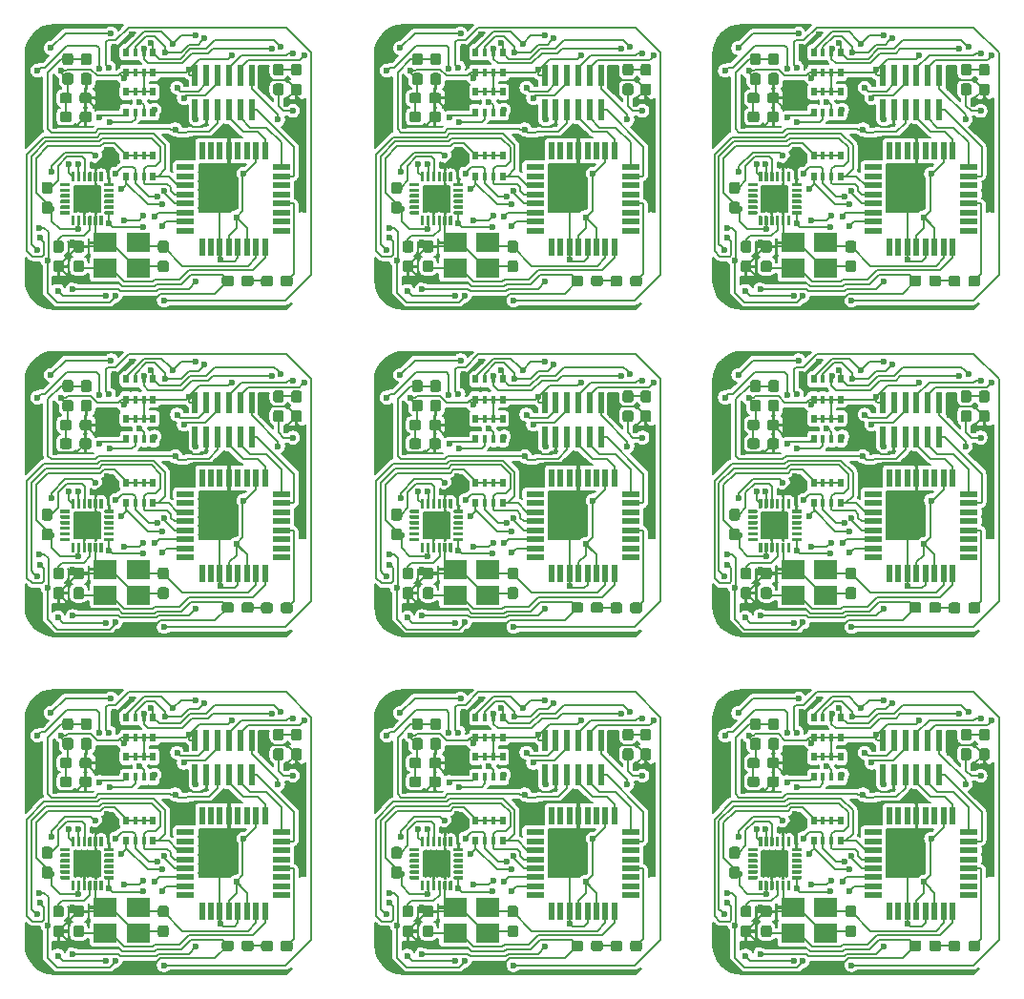
<source format=gtl>
%MOIN*%
%OFA0B0*%
%FSLAX46Y46*%
%IPPOS*%
%LPD*%
%ADD10C,0.0039370078740157488*%
%ADD11C,0.011811023622047244*%
%ADD12R,0.082677165354330714X0.070866141732283464*%
%ADD13R,0.062992125984251982X0.021653543307086617*%
%ADD14R,0.021653543307086617X0.062992125984251982*%
%ADD15R,0.01968503937007874X0.031496062992125991*%
%ADD16R,0.015748031496062995X0.031496062992125991*%
%ADD17C,0.037401574803149609*%
%ADD18R,0.01968503937007874X0.072834645669291348*%
%ADD19C,0.023622047244094488*%
%ADD20C,0.0078740157480314977*%
%ADD31C,0.0039370078740157488*%
%ADD32C,0.011811023622047244*%
%ADD33R,0.082677165354330714X0.070866141732283464*%
%ADD34R,0.062992125984251982X0.021653543307086617*%
%ADD35R,0.021653543307086617X0.062992125984251982*%
%ADD36R,0.01968503937007874X0.031496062992125991*%
%ADD37R,0.015748031496062995X0.031496062992125991*%
%ADD38C,0.037401574803149609*%
%ADD39R,0.01968503937007874X0.072834645669291348*%
%ADD40C,0.023622047244094488*%
%ADD41C,0.0078740157480314977*%
%ADD42C,0.0039370078740157488*%
%ADD43C,0.011811023622047244*%
%ADD44R,0.082677165354330714X0.070866141732283464*%
%ADD45R,0.062992125984251982X0.021653543307086617*%
%ADD46R,0.021653543307086617X0.062992125984251982*%
%ADD47R,0.01968503937007874X0.031496062992125991*%
%ADD48R,0.015748031496062995X0.031496062992125991*%
%ADD49C,0.037401574803149609*%
%ADD50R,0.01968503937007874X0.072834645669291348*%
%ADD51C,0.023622047244094488*%
%ADD52C,0.0078740157480314977*%
%ADD53C,0.0039370078740157488*%
%ADD54C,0.011811023622047244*%
%ADD55R,0.082677165354330714X0.070866141732283464*%
%ADD56R,0.062992125984251982X0.021653543307086617*%
%ADD57R,0.021653543307086617X0.062992125984251982*%
%ADD58R,0.01968503937007874X0.031496062992125991*%
%ADD59R,0.015748031496062995X0.031496062992125991*%
%ADD60C,0.037401574803149609*%
%ADD61R,0.01968503937007874X0.072834645669291348*%
%ADD62C,0.023622047244094488*%
%ADD63C,0.0078740157480314977*%
%ADD64C,0.0039370078740157488*%
%ADD65C,0.011811023622047244*%
%ADD66R,0.082677165354330714X0.070866141732283464*%
%ADD67R,0.062992125984251982X0.021653543307086617*%
%ADD68R,0.021653543307086617X0.062992125984251982*%
%ADD69R,0.01968503937007874X0.031496062992125991*%
%ADD70R,0.015748031496062995X0.031496062992125991*%
%ADD71C,0.037401574803149609*%
%ADD72R,0.01968503937007874X0.072834645669291348*%
%ADD73C,0.023622047244094488*%
%ADD74C,0.0078740157480314977*%
%ADD75C,0.0039370078740157488*%
%ADD76C,0.011811023622047244*%
%ADD77R,0.082677165354330714X0.070866141732283464*%
%ADD78R,0.062992125984251982X0.021653543307086617*%
%ADD79R,0.021653543307086617X0.062992125984251982*%
%ADD80R,0.01968503937007874X0.031496062992125991*%
%ADD81R,0.015748031496062995X0.031496062992125991*%
%ADD82C,0.037401574803149609*%
%ADD83R,0.01968503937007874X0.072834645669291348*%
%ADD84C,0.023622047244094488*%
%ADD85C,0.0078740157480314977*%
%ADD86C,0.0039370078740157488*%
%ADD87C,0.011811023622047244*%
%ADD88R,0.082677165354330714X0.070866141732283464*%
%ADD89R,0.062992125984251982X0.021653543307086617*%
%ADD90R,0.021653543307086617X0.062992125984251982*%
%ADD91R,0.01968503937007874X0.031496062992125991*%
%ADD92R,0.015748031496062995X0.031496062992125991*%
%ADD93C,0.037401574803149609*%
%ADD94R,0.01968503937007874X0.072834645669291348*%
%ADD95C,0.023622047244094488*%
%ADD96C,0.0078740157480314977*%
%ADD97C,0.0039370078740157488*%
%ADD98C,0.011811023622047244*%
%ADD99R,0.082677165354330714X0.070866141732283464*%
%ADD100R,0.062992125984251982X0.021653543307086617*%
%ADD101R,0.021653543307086617X0.062992125984251982*%
%ADD102R,0.01968503937007874X0.031496062992125991*%
%ADD103R,0.015748031496062995X0.031496062992125991*%
%ADD104C,0.037401574803149609*%
%ADD105R,0.01968503937007874X0.072834645669291348*%
%ADD106C,0.023622047244094488*%
%ADD107C,0.0078740157480314977*%
%ADD108C,0.0039370078740157488*%
%ADD109C,0.011811023622047244*%
%ADD110R,0.082677165354330714X0.070866141732283464*%
%ADD111R,0.062992125984251982X0.021653543307086617*%
%ADD112R,0.021653543307086617X0.062992125984251982*%
%ADD113R,0.01968503937007874X0.031496062992125991*%
%ADD114R,0.015748031496062995X0.031496062992125991*%
%ADD115C,0.037401574803149609*%
%ADD116R,0.01968503937007874X0.072834645669291348*%
%ADD117C,0.023622047244094488*%
%ADD118C,0.0078740157480314977*%
D10*
G36*
X0000428990Y0003067151D02*
G01*
X0000429276Y0003067108D01*
X0000429557Y0003067038D01*
X0000429830Y0003066940D01*
X0000430092Y0003066816D01*
X0000430341Y0003066667D01*
X0000430573Y0003066495D01*
X0000430788Y0003066300D01*
X0000430983Y0003066085D01*
X0000431155Y0003065853D01*
X0000431304Y0003065604D01*
X0000431428Y0003065342D01*
X0000431526Y0003065069D01*
X0000431596Y0003064788D01*
X0000431639Y0003064502D01*
X0000431653Y0003064212D01*
X0000431653Y0003036653D01*
X0000431639Y0003036364D01*
X0000431596Y0003036077D01*
X0000431526Y0003035796D01*
X0000431428Y0003035523D01*
X0000431304Y0003035261D01*
X0000431155Y0003035013D01*
X0000430983Y0003034780D01*
X0000430788Y0003034565D01*
X0000430573Y0003034371D01*
X0000430341Y0003034198D01*
X0000430092Y0003034049D01*
X0000429830Y0003033925D01*
X0000429557Y0003033827D01*
X0000429276Y0003033757D01*
X0000428990Y0003033715D01*
X0000428700Y0003033700D01*
X0000422795Y0003033700D01*
X0000422505Y0003033715D01*
X0000422219Y0003033757D01*
X0000421938Y0003033827D01*
X0000421665Y0003033925D01*
X0000421403Y0003034049D01*
X0000421154Y0003034198D01*
X0000420922Y0003034371D01*
X0000420707Y0003034565D01*
X0000420512Y0003034780D01*
X0000420340Y0003035013D01*
X0000420191Y0003035261D01*
X0000420067Y0003035523D01*
X0000419969Y0003035796D01*
X0000419899Y0003036077D01*
X0000419856Y0003036364D01*
X0000419842Y0003036653D01*
X0000419842Y0003064212D01*
X0000419856Y0003064502D01*
X0000419899Y0003064788D01*
X0000419969Y0003065069D01*
X0000420067Y0003065342D01*
X0000420191Y0003065604D01*
X0000420340Y0003065853D01*
X0000420512Y0003066085D01*
X0000420707Y0003066300D01*
X0000420922Y0003066495D01*
X0000421154Y0003066667D01*
X0000421403Y0003066816D01*
X0000421665Y0003066940D01*
X0000421938Y0003067038D01*
X0000422219Y0003067108D01*
X0000422505Y0003067151D01*
X0000422795Y0003067165D01*
X0000428700Y0003067165D01*
X0000428990Y0003067151D01*
X0000428990Y0003067151D01*
G37*
D11*
X0000425747Y0003050433D03*
D10*
G36*
X0000448675Y0003067151D02*
G01*
X0000448961Y0003067108D01*
X0000449242Y0003067038D01*
X0000449515Y0003066940D01*
X0000449777Y0003066816D01*
X0000450026Y0003066667D01*
X0000450258Y0003066495D01*
X0000450473Y0003066300D01*
X0000450668Y0003066085D01*
X0000450840Y0003065853D01*
X0000450989Y0003065604D01*
X0000451113Y0003065342D01*
X0000451211Y0003065069D01*
X0000451281Y0003064788D01*
X0000451324Y0003064502D01*
X0000451338Y0003064212D01*
X0000451338Y0003036653D01*
X0000451324Y0003036364D01*
X0000451281Y0003036077D01*
X0000451211Y0003035796D01*
X0000451113Y0003035523D01*
X0000450989Y0003035261D01*
X0000450840Y0003035013D01*
X0000450668Y0003034780D01*
X0000450473Y0003034565D01*
X0000450258Y0003034371D01*
X0000450026Y0003034198D01*
X0000449777Y0003034049D01*
X0000449515Y0003033925D01*
X0000449242Y0003033827D01*
X0000448961Y0003033757D01*
X0000448675Y0003033715D01*
X0000448385Y0003033700D01*
X0000442480Y0003033700D01*
X0000442190Y0003033715D01*
X0000441904Y0003033757D01*
X0000441623Y0003033827D01*
X0000441350Y0003033925D01*
X0000441088Y0003034049D01*
X0000440839Y0003034198D01*
X0000440607Y0003034371D01*
X0000440392Y0003034565D01*
X0000440197Y0003034780D01*
X0000440025Y0003035013D01*
X0000439876Y0003035261D01*
X0000439752Y0003035523D01*
X0000439654Y0003035796D01*
X0000439584Y0003036077D01*
X0000439541Y0003036364D01*
X0000439527Y0003036653D01*
X0000439527Y0003064212D01*
X0000439541Y0003064502D01*
X0000439584Y0003064788D01*
X0000439654Y0003065069D01*
X0000439752Y0003065342D01*
X0000439876Y0003065604D01*
X0000440025Y0003065853D01*
X0000440197Y0003066085D01*
X0000440392Y0003066300D01*
X0000440607Y0003066495D01*
X0000440839Y0003066667D01*
X0000441088Y0003066816D01*
X0000441350Y0003066940D01*
X0000441623Y0003067038D01*
X0000441904Y0003067108D01*
X0000442190Y0003067151D01*
X0000442480Y0003067165D01*
X0000448385Y0003067165D01*
X0000448675Y0003067151D01*
X0000448675Y0003067151D01*
G37*
D11*
X0000445433Y0003050433D03*
D10*
G36*
X0000468360Y0003067151D02*
G01*
X0000468646Y0003067108D01*
X0000468927Y0003067038D01*
X0000469200Y0003066940D01*
X0000469462Y0003066816D01*
X0000469711Y0003066667D01*
X0000469944Y0003066495D01*
X0000470158Y0003066300D01*
X0000470353Y0003066085D01*
X0000470525Y0003065853D01*
X0000470674Y0003065604D01*
X0000470798Y0003065342D01*
X0000470896Y0003065069D01*
X0000470966Y0003064788D01*
X0000471009Y0003064502D01*
X0000471023Y0003064212D01*
X0000471023Y0003036653D01*
X0000471009Y0003036364D01*
X0000470966Y0003036077D01*
X0000470896Y0003035796D01*
X0000470798Y0003035523D01*
X0000470674Y0003035261D01*
X0000470525Y0003035013D01*
X0000470353Y0003034780D01*
X0000470158Y0003034565D01*
X0000469944Y0003034371D01*
X0000469711Y0003034198D01*
X0000469462Y0003034049D01*
X0000469200Y0003033925D01*
X0000468927Y0003033827D01*
X0000468646Y0003033757D01*
X0000468360Y0003033715D01*
X0000468070Y0003033700D01*
X0000462165Y0003033700D01*
X0000461875Y0003033715D01*
X0000461589Y0003033757D01*
X0000461308Y0003033827D01*
X0000461035Y0003033925D01*
X0000460773Y0003034049D01*
X0000460524Y0003034198D01*
X0000460292Y0003034371D01*
X0000460077Y0003034565D01*
X0000459882Y0003034780D01*
X0000459710Y0003035013D01*
X0000459561Y0003035261D01*
X0000459437Y0003035523D01*
X0000459339Y0003035796D01*
X0000459269Y0003036077D01*
X0000459226Y0003036364D01*
X0000459212Y0003036653D01*
X0000459212Y0003064212D01*
X0000459226Y0003064502D01*
X0000459269Y0003064788D01*
X0000459339Y0003065069D01*
X0000459437Y0003065342D01*
X0000459561Y0003065604D01*
X0000459710Y0003065853D01*
X0000459882Y0003066085D01*
X0000460077Y0003066300D01*
X0000460292Y0003066495D01*
X0000460524Y0003066667D01*
X0000460773Y0003066816D01*
X0000461035Y0003066940D01*
X0000461308Y0003067038D01*
X0000461589Y0003067108D01*
X0000461875Y0003067151D01*
X0000462165Y0003067165D01*
X0000468070Y0003067165D01*
X0000468360Y0003067151D01*
X0000468360Y0003067151D01*
G37*
D11*
X0000465118Y0003050433D03*
D10*
G36*
X0000488045Y0003067151D02*
G01*
X0000488331Y0003067108D01*
X0000488613Y0003067038D01*
X0000488885Y0003066940D01*
X0000489147Y0003066816D01*
X0000489396Y0003066667D01*
X0000489629Y0003066495D01*
X0000489843Y0003066300D01*
X0000490038Y0003066085D01*
X0000490210Y0003065853D01*
X0000490359Y0003065604D01*
X0000490483Y0003065342D01*
X0000490581Y0003065069D01*
X0000490651Y0003064788D01*
X0000490694Y0003064502D01*
X0000490708Y0003064212D01*
X0000490708Y0003036653D01*
X0000490694Y0003036364D01*
X0000490651Y0003036077D01*
X0000490581Y0003035796D01*
X0000490483Y0003035523D01*
X0000490359Y0003035261D01*
X0000490210Y0003035013D01*
X0000490038Y0003034780D01*
X0000489843Y0003034565D01*
X0000489629Y0003034371D01*
X0000489396Y0003034198D01*
X0000489147Y0003034049D01*
X0000488885Y0003033925D01*
X0000488613Y0003033827D01*
X0000488331Y0003033757D01*
X0000488045Y0003033715D01*
X0000487755Y0003033700D01*
X0000481850Y0003033700D01*
X0000481560Y0003033715D01*
X0000481274Y0003033757D01*
X0000480993Y0003033827D01*
X0000480720Y0003033925D01*
X0000480458Y0003034049D01*
X0000480209Y0003034198D01*
X0000479977Y0003034371D01*
X0000479762Y0003034565D01*
X0000479567Y0003034780D01*
X0000479395Y0003035013D01*
X0000479246Y0003035261D01*
X0000479122Y0003035523D01*
X0000479024Y0003035796D01*
X0000478954Y0003036077D01*
X0000478911Y0003036364D01*
X0000478897Y0003036653D01*
X0000478897Y0003064212D01*
X0000478911Y0003064502D01*
X0000478954Y0003064788D01*
X0000479024Y0003065069D01*
X0000479122Y0003065342D01*
X0000479246Y0003065604D01*
X0000479395Y0003065853D01*
X0000479567Y0003066085D01*
X0000479762Y0003066300D01*
X0000479977Y0003066495D01*
X0000480209Y0003066667D01*
X0000480458Y0003066816D01*
X0000480720Y0003066940D01*
X0000480993Y0003067038D01*
X0000481274Y0003067108D01*
X0000481560Y0003067151D01*
X0000481850Y0003067165D01*
X0000487755Y0003067165D01*
X0000488045Y0003067151D01*
X0000488045Y0003067151D01*
G37*
D11*
X0000484803Y0003050433D03*
D10*
G36*
X0000507730Y0003067151D02*
G01*
X0000508016Y0003067108D01*
X0000508298Y0003067038D01*
X0000508570Y0003066940D01*
X0000508832Y0003066816D01*
X0000509081Y0003066667D01*
X0000509314Y0003066495D01*
X0000509528Y0003066300D01*
X0000509723Y0003066085D01*
X0000509896Y0003065853D01*
X0000510044Y0003065604D01*
X0000510168Y0003065342D01*
X0000510266Y0003065069D01*
X0000510336Y0003064788D01*
X0000510379Y0003064502D01*
X0000510393Y0003064212D01*
X0000510393Y0003036653D01*
X0000510379Y0003036364D01*
X0000510336Y0003036077D01*
X0000510266Y0003035796D01*
X0000510168Y0003035523D01*
X0000510044Y0003035261D01*
X0000509896Y0003035013D01*
X0000509723Y0003034780D01*
X0000509528Y0003034565D01*
X0000509314Y0003034371D01*
X0000509081Y0003034198D01*
X0000508832Y0003034049D01*
X0000508570Y0003033925D01*
X0000508298Y0003033827D01*
X0000508016Y0003033757D01*
X0000507730Y0003033715D01*
X0000507440Y0003033700D01*
X0000501535Y0003033700D01*
X0000501246Y0003033715D01*
X0000500959Y0003033757D01*
X0000500678Y0003033827D01*
X0000500405Y0003033925D01*
X0000500143Y0003034049D01*
X0000499894Y0003034198D01*
X0000499662Y0003034371D01*
X0000499447Y0003034565D01*
X0000499252Y0003034780D01*
X0000499080Y0003035013D01*
X0000498931Y0003035261D01*
X0000498807Y0003035523D01*
X0000498709Y0003035796D01*
X0000498639Y0003036077D01*
X0000498596Y0003036364D01*
X0000498582Y0003036653D01*
X0000498582Y0003064212D01*
X0000498596Y0003064502D01*
X0000498639Y0003064788D01*
X0000498709Y0003065069D01*
X0000498807Y0003065342D01*
X0000498931Y0003065604D01*
X0000499080Y0003065853D01*
X0000499252Y0003066085D01*
X0000499447Y0003066300D01*
X0000499662Y0003066495D01*
X0000499894Y0003066667D01*
X0000500143Y0003066816D01*
X0000500405Y0003066940D01*
X0000500678Y0003067038D01*
X0000500959Y0003067108D01*
X0000501246Y0003067151D01*
X0000501535Y0003067165D01*
X0000507440Y0003067165D01*
X0000507730Y0003067151D01*
X0000507730Y0003067151D01*
G37*
D11*
X0000504488Y0003050433D03*
D10*
G36*
X0000527415Y0003067151D02*
G01*
X0000527702Y0003067108D01*
X0000527983Y0003067038D01*
X0000528255Y0003066940D01*
X0000528517Y0003066816D01*
X0000528766Y0003066667D01*
X0000528999Y0003066495D01*
X0000529213Y0003066300D01*
X0000529408Y0003066085D01*
X0000529581Y0003065853D01*
X0000529730Y0003065604D01*
X0000529853Y0003065342D01*
X0000529951Y0003065069D01*
X0000530021Y0003064788D01*
X0000530064Y0003064502D01*
X0000530078Y0003064212D01*
X0000530078Y0003036653D01*
X0000530064Y0003036364D01*
X0000530021Y0003036077D01*
X0000529951Y0003035796D01*
X0000529853Y0003035523D01*
X0000529730Y0003035261D01*
X0000529581Y0003035013D01*
X0000529408Y0003034780D01*
X0000529213Y0003034565D01*
X0000528999Y0003034371D01*
X0000528766Y0003034198D01*
X0000528517Y0003034049D01*
X0000528255Y0003033925D01*
X0000527983Y0003033827D01*
X0000527702Y0003033757D01*
X0000527415Y0003033715D01*
X0000527125Y0003033700D01*
X0000521220Y0003033700D01*
X0000520931Y0003033715D01*
X0000520644Y0003033757D01*
X0000520363Y0003033827D01*
X0000520090Y0003033925D01*
X0000519828Y0003034049D01*
X0000519579Y0003034198D01*
X0000519347Y0003034371D01*
X0000519132Y0003034565D01*
X0000518937Y0003034780D01*
X0000518765Y0003035013D01*
X0000518616Y0003035261D01*
X0000518492Y0003035523D01*
X0000518394Y0003035796D01*
X0000518324Y0003036077D01*
X0000518281Y0003036364D01*
X0000518267Y0003036653D01*
X0000518267Y0003064212D01*
X0000518281Y0003064502D01*
X0000518324Y0003064788D01*
X0000518394Y0003065069D01*
X0000518492Y0003065342D01*
X0000518616Y0003065604D01*
X0000518765Y0003065853D01*
X0000518937Y0003066085D01*
X0000519132Y0003066300D01*
X0000519347Y0003066495D01*
X0000519579Y0003066667D01*
X0000519828Y0003066816D01*
X0000520090Y0003066940D01*
X0000520363Y0003067038D01*
X0000520644Y0003067108D01*
X0000520931Y0003067151D01*
X0000521220Y0003067165D01*
X0000527125Y0003067165D01*
X0000527415Y0003067151D01*
X0000527415Y0003067151D01*
G37*
D11*
X0000524173Y0003050433D03*
D10*
G36*
X0000565801Y0003028765D02*
G01*
X0000566087Y0003028722D01*
X0000566368Y0003028652D01*
X0000566641Y0003028554D01*
X0000566903Y0003028430D01*
X0000567152Y0003028281D01*
X0000567384Y0003028109D01*
X0000567599Y0003027914D01*
X0000567794Y0003027699D01*
X0000567966Y0003027467D01*
X0000568115Y0003027218D01*
X0000568239Y0003026956D01*
X0000568337Y0003026683D01*
X0000568407Y0003026402D01*
X0000568450Y0003026116D01*
X0000568464Y0003025826D01*
X0000568464Y0003019921D01*
X0000568450Y0003019631D01*
X0000568407Y0003019345D01*
X0000568337Y0003019064D01*
X0000568239Y0003018791D01*
X0000568115Y0003018529D01*
X0000567966Y0003018280D01*
X0000567794Y0003018048D01*
X0000567599Y0003017833D01*
X0000567384Y0003017638D01*
X0000567152Y0003017466D01*
X0000566903Y0003017317D01*
X0000566641Y0003017193D01*
X0000566368Y0003017095D01*
X0000566087Y0003017025D01*
X0000565801Y0003016982D01*
X0000565511Y0003016968D01*
X0000537952Y0003016968D01*
X0000537663Y0003016982D01*
X0000537376Y0003017025D01*
X0000537095Y0003017095D01*
X0000536822Y0003017193D01*
X0000536560Y0003017317D01*
X0000536312Y0003017466D01*
X0000536079Y0003017638D01*
X0000535864Y0003017833D01*
X0000535670Y0003018048D01*
X0000535497Y0003018280D01*
X0000535348Y0003018529D01*
X0000535224Y0003018791D01*
X0000535127Y0003019064D01*
X0000535056Y0003019345D01*
X0000535014Y0003019631D01*
X0000534999Y0003019921D01*
X0000534999Y0003025826D01*
X0000535014Y0003026116D01*
X0000535056Y0003026402D01*
X0000535127Y0003026683D01*
X0000535224Y0003026956D01*
X0000535348Y0003027218D01*
X0000535497Y0003027467D01*
X0000535670Y0003027699D01*
X0000535864Y0003027914D01*
X0000536079Y0003028109D01*
X0000536312Y0003028281D01*
X0000536560Y0003028430D01*
X0000536822Y0003028554D01*
X0000537095Y0003028652D01*
X0000537376Y0003028722D01*
X0000537663Y0003028765D01*
X0000537952Y0003028779D01*
X0000565511Y0003028779D01*
X0000565801Y0003028765D01*
X0000565801Y0003028765D01*
G37*
D11*
X0000551732Y0003022874D03*
D10*
G36*
X0000565801Y0003009080D02*
G01*
X0000566087Y0003009037D01*
X0000566368Y0003008967D01*
X0000566641Y0003008869D01*
X0000566903Y0003008745D01*
X0000567152Y0003008596D01*
X0000567384Y0003008424D01*
X0000567599Y0003008229D01*
X0000567794Y0003008014D01*
X0000567966Y0003007782D01*
X0000568115Y0003007533D01*
X0000568239Y0003007271D01*
X0000568337Y0003006998D01*
X0000568407Y0003006717D01*
X0000568450Y0003006431D01*
X0000568464Y0003006141D01*
X0000568464Y0003000236D01*
X0000568450Y0002999946D01*
X0000568407Y0002999660D01*
X0000568337Y0002999379D01*
X0000568239Y0002999106D01*
X0000568115Y0002998844D01*
X0000567966Y0002998595D01*
X0000567794Y0002998363D01*
X0000567599Y0002998148D01*
X0000567384Y0002997953D01*
X0000567152Y0002997781D01*
X0000566903Y0002997632D01*
X0000566641Y0002997508D01*
X0000566368Y0002997410D01*
X0000566087Y0002997340D01*
X0000565801Y0002997297D01*
X0000565511Y0002997283D01*
X0000537952Y0002997283D01*
X0000537663Y0002997297D01*
X0000537376Y0002997340D01*
X0000537095Y0002997410D01*
X0000536822Y0002997508D01*
X0000536560Y0002997632D01*
X0000536312Y0002997781D01*
X0000536079Y0002997953D01*
X0000535864Y0002998148D01*
X0000535670Y0002998363D01*
X0000535497Y0002998595D01*
X0000535348Y0002998844D01*
X0000535224Y0002999106D01*
X0000535127Y0002999379D01*
X0000535056Y0002999660D01*
X0000535014Y0002999946D01*
X0000534999Y0003000236D01*
X0000534999Y0003006141D01*
X0000535014Y0003006431D01*
X0000535056Y0003006717D01*
X0000535127Y0003006998D01*
X0000535224Y0003007271D01*
X0000535348Y0003007533D01*
X0000535497Y0003007782D01*
X0000535670Y0003008014D01*
X0000535864Y0003008229D01*
X0000536079Y0003008424D01*
X0000536312Y0003008596D01*
X0000536560Y0003008745D01*
X0000536822Y0003008869D01*
X0000537095Y0003008967D01*
X0000537376Y0003009037D01*
X0000537663Y0003009080D01*
X0000537952Y0003009094D01*
X0000565511Y0003009094D01*
X0000565801Y0003009080D01*
X0000565801Y0003009080D01*
G37*
D11*
X0000551732Y0003003188D03*
D10*
G36*
X0000565801Y0002989395D02*
G01*
X0000566087Y0002989352D01*
X0000566368Y0002989282D01*
X0000566641Y0002989184D01*
X0000566903Y0002989060D01*
X0000567152Y0002988911D01*
X0000567384Y0002988739D01*
X0000567599Y0002988544D01*
X0000567794Y0002988329D01*
X0000567966Y0002988097D01*
X0000568115Y0002987848D01*
X0000568239Y0002987586D01*
X0000568337Y0002987313D01*
X0000568407Y0002987032D01*
X0000568450Y0002986746D01*
X0000568464Y0002986456D01*
X0000568464Y0002980551D01*
X0000568450Y0002980261D01*
X0000568407Y0002979975D01*
X0000568337Y0002979694D01*
X0000568239Y0002979421D01*
X0000568115Y0002979159D01*
X0000567966Y0002978910D01*
X0000567794Y0002978677D01*
X0000567599Y0002978463D01*
X0000567384Y0002978268D01*
X0000567152Y0002978096D01*
X0000566903Y0002977947D01*
X0000566641Y0002977823D01*
X0000566368Y0002977725D01*
X0000566087Y0002977655D01*
X0000565801Y0002977612D01*
X0000565511Y0002977598D01*
X0000537952Y0002977598D01*
X0000537663Y0002977612D01*
X0000537376Y0002977655D01*
X0000537095Y0002977725D01*
X0000536822Y0002977823D01*
X0000536560Y0002977947D01*
X0000536312Y0002978096D01*
X0000536079Y0002978268D01*
X0000535864Y0002978463D01*
X0000535670Y0002978677D01*
X0000535497Y0002978910D01*
X0000535348Y0002979159D01*
X0000535224Y0002979421D01*
X0000535127Y0002979694D01*
X0000535056Y0002979975D01*
X0000535014Y0002980261D01*
X0000534999Y0002980551D01*
X0000534999Y0002986456D01*
X0000535014Y0002986746D01*
X0000535056Y0002987032D01*
X0000535127Y0002987313D01*
X0000535224Y0002987586D01*
X0000535348Y0002987848D01*
X0000535497Y0002988097D01*
X0000535670Y0002988329D01*
X0000535864Y0002988544D01*
X0000536079Y0002988739D01*
X0000536312Y0002988911D01*
X0000536560Y0002989060D01*
X0000536822Y0002989184D01*
X0000537095Y0002989282D01*
X0000537376Y0002989352D01*
X0000537663Y0002989395D01*
X0000537952Y0002989409D01*
X0000565511Y0002989409D01*
X0000565801Y0002989395D01*
X0000565801Y0002989395D01*
G37*
D11*
X0000551732Y0002983503D03*
D10*
G36*
X0000565801Y0002969710D02*
G01*
X0000566087Y0002969667D01*
X0000566368Y0002969597D01*
X0000566641Y0002969499D01*
X0000566903Y0002969375D01*
X0000567152Y0002969226D01*
X0000567384Y0002969054D01*
X0000567599Y0002968859D01*
X0000567794Y0002968644D01*
X0000567966Y0002968412D01*
X0000568115Y0002968163D01*
X0000568239Y0002967901D01*
X0000568337Y0002967628D01*
X0000568407Y0002967347D01*
X0000568450Y0002967061D01*
X0000568464Y0002966771D01*
X0000568464Y0002960866D01*
X0000568450Y0002960576D01*
X0000568407Y0002960290D01*
X0000568337Y0002960009D01*
X0000568239Y0002959736D01*
X0000568115Y0002959474D01*
X0000567966Y0002959225D01*
X0000567794Y0002958992D01*
X0000567599Y0002958778D01*
X0000567384Y0002958583D01*
X0000567152Y0002958411D01*
X0000566903Y0002958262D01*
X0000566641Y0002958138D01*
X0000566368Y0002958040D01*
X0000566087Y0002957970D01*
X0000565801Y0002957927D01*
X0000565511Y0002957913D01*
X0000537952Y0002957913D01*
X0000537663Y0002957927D01*
X0000537376Y0002957970D01*
X0000537095Y0002958040D01*
X0000536822Y0002958138D01*
X0000536560Y0002958262D01*
X0000536312Y0002958411D01*
X0000536079Y0002958583D01*
X0000535864Y0002958778D01*
X0000535670Y0002958992D01*
X0000535497Y0002959225D01*
X0000535348Y0002959474D01*
X0000535224Y0002959736D01*
X0000535127Y0002960009D01*
X0000535056Y0002960290D01*
X0000535014Y0002960576D01*
X0000534999Y0002960866D01*
X0000534999Y0002966771D01*
X0000535014Y0002967061D01*
X0000535056Y0002967347D01*
X0000535127Y0002967628D01*
X0000535224Y0002967901D01*
X0000535348Y0002968163D01*
X0000535497Y0002968412D01*
X0000535670Y0002968644D01*
X0000535864Y0002968859D01*
X0000536079Y0002969054D01*
X0000536312Y0002969226D01*
X0000536560Y0002969375D01*
X0000536822Y0002969499D01*
X0000537095Y0002969597D01*
X0000537376Y0002969667D01*
X0000537663Y0002969710D01*
X0000537952Y0002969724D01*
X0000565511Y0002969724D01*
X0000565801Y0002969710D01*
X0000565801Y0002969710D01*
G37*
D11*
X0000551732Y0002963818D03*
D10*
G36*
X0000565801Y0002950025D02*
G01*
X0000566087Y0002949982D01*
X0000566368Y0002949912D01*
X0000566641Y0002949814D01*
X0000566903Y0002949690D01*
X0000567152Y0002949541D01*
X0000567384Y0002949369D01*
X0000567599Y0002949174D01*
X0000567794Y0002948959D01*
X0000567966Y0002948727D01*
X0000568115Y0002948478D01*
X0000568239Y0002948216D01*
X0000568337Y0002947943D01*
X0000568407Y0002947662D01*
X0000568450Y0002947376D01*
X0000568464Y0002947086D01*
X0000568464Y0002941181D01*
X0000568450Y0002940891D01*
X0000568407Y0002940605D01*
X0000568337Y0002940323D01*
X0000568239Y0002940051D01*
X0000568115Y0002939789D01*
X0000567966Y0002939540D01*
X0000567794Y0002939307D01*
X0000567599Y0002939093D01*
X0000567384Y0002938898D01*
X0000567152Y0002938725D01*
X0000566903Y0002938577D01*
X0000566641Y0002938453D01*
X0000566368Y0002938355D01*
X0000566087Y0002938285D01*
X0000565801Y0002938242D01*
X0000565511Y0002938228D01*
X0000537952Y0002938228D01*
X0000537663Y0002938242D01*
X0000537376Y0002938285D01*
X0000537095Y0002938355D01*
X0000536822Y0002938453D01*
X0000536560Y0002938577D01*
X0000536312Y0002938725D01*
X0000536079Y0002938898D01*
X0000535864Y0002939093D01*
X0000535670Y0002939307D01*
X0000535497Y0002939540D01*
X0000535348Y0002939789D01*
X0000535224Y0002940051D01*
X0000535127Y0002940323D01*
X0000535056Y0002940605D01*
X0000535014Y0002940891D01*
X0000534999Y0002941181D01*
X0000534999Y0002947086D01*
X0000535014Y0002947376D01*
X0000535056Y0002947662D01*
X0000535127Y0002947943D01*
X0000535224Y0002948216D01*
X0000535348Y0002948478D01*
X0000535497Y0002948727D01*
X0000535670Y0002948959D01*
X0000535864Y0002949174D01*
X0000536079Y0002949369D01*
X0000536312Y0002949541D01*
X0000536560Y0002949690D01*
X0000536822Y0002949814D01*
X0000537095Y0002949912D01*
X0000537376Y0002949982D01*
X0000537663Y0002950025D01*
X0000537952Y0002950039D01*
X0000565511Y0002950039D01*
X0000565801Y0002950025D01*
X0000565801Y0002950025D01*
G37*
D11*
X0000551732Y0002944133D03*
D10*
G36*
X0000565801Y0002930340D02*
G01*
X0000566087Y0002930297D01*
X0000566368Y0002930227D01*
X0000566641Y0002930129D01*
X0000566903Y0002930005D01*
X0000567152Y0002929856D01*
X0000567384Y0002929684D01*
X0000567599Y0002929489D01*
X0000567794Y0002929274D01*
X0000567966Y0002929042D01*
X0000568115Y0002928793D01*
X0000568239Y0002928531D01*
X0000568337Y0002928258D01*
X0000568407Y0002927977D01*
X0000568450Y0002927690D01*
X0000568464Y0002927401D01*
X0000568464Y0002921496D01*
X0000568450Y0002921206D01*
X0000568407Y0002920920D01*
X0000568337Y0002920638D01*
X0000568239Y0002920366D01*
X0000568115Y0002920104D01*
X0000567966Y0002919855D01*
X0000567794Y0002919622D01*
X0000567599Y0002919408D01*
X0000567384Y0002919213D01*
X0000567152Y0002919040D01*
X0000566903Y0002918891D01*
X0000566641Y0002918768D01*
X0000566368Y0002918670D01*
X0000566087Y0002918600D01*
X0000565801Y0002918557D01*
X0000565511Y0002918543D01*
X0000537952Y0002918543D01*
X0000537663Y0002918557D01*
X0000537376Y0002918600D01*
X0000537095Y0002918670D01*
X0000536822Y0002918768D01*
X0000536560Y0002918891D01*
X0000536312Y0002919040D01*
X0000536079Y0002919213D01*
X0000535864Y0002919408D01*
X0000535670Y0002919622D01*
X0000535497Y0002919855D01*
X0000535348Y0002920104D01*
X0000535224Y0002920366D01*
X0000535127Y0002920638D01*
X0000535056Y0002920920D01*
X0000535014Y0002921206D01*
X0000534999Y0002921496D01*
X0000534999Y0002927401D01*
X0000535014Y0002927690D01*
X0000535056Y0002927977D01*
X0000535127Y0002928258D01*
X0000535224Y0002928531D01*
X0000535348Y0002928793D01*
X0000535497Y0002929042D01*
X0000535670Y0002929274D01*
X0000535864Y0002929489D01*
X0000536079Y0002929684D01*
X0000536312Y0002929856D01*
X0000536560Y0002930005D01*
X0000536822Y0002930129D01*
X0000537095Y0002930227D01*
X0000537376Y0002930297D01*
X0000537663Y0002930340D01*
X0000537952Y0002930354D01*
X0000565511Y0002930354D01*
X0000565801Y0002930340D01*
X0000565801Y0002930340D01*
G37*
D11*
X0000551732Y0002924448D03*
D10*
G36*
X0000527415Y0002913607D02*
G01*
X0000527702Y0002913565D01*
X0000527983Y0002913494D01*
X0000528255Y0002913397D01*
X0000528517Y0002913273D01*
X0000528766Y0002913124D01*
X0000528999Y0002912951D01*
X0000529213Y0002912757D01*
X0000529408Y0002912542D01*
X0000529581Y0002912309D01*
X0000529730Y0002912061D01*
X0000529853Y0002911799D01*
X0000529951Y0002911526D01*
X0000530021Y0002911245D01*
X0000530064Y0002910958D01*
X0000530078Y0002910669D01*
X0000530078Y0002883110D01*
X0000530064Y0002882820D01*
X0000530021Y0002882534D01*
X0000529951Y0002882253D01*
X0000529853Y0002881980D01*
X0000529730Y0002881718D01*
X0000529581Y0002881469D01*
X0000529408Y0002881237D01*
X0000529213Y0002881022D01*
X0000528999Y0002880827D01*
X0000528766Y0002880655D01*
X0000528517Y0002880506D01*
X0000528255Y0002880382D01*
X0000527983Y0002880284D01*
X0000527702Y0002880214D01*
X0000527415Y0002880171D01*
X0000527125Y0002880157D01*
X0000521220Y0002880157D01*
X0000520931Y0002880171D01*
X0000520644Y0002880214D01*
X0000520363Y0002880284D01*
X0000520090Y0002880382D01*
X0000519828Y0002880506D01*
X0000519579Y0002880655D01*
X0000519347Y0002880827D01*
X0000519132Y0002881022D01*
X0000518937Y0002881237D01*
X0000518765Y0002881469D01*
X0000518616Y0002881718D01*
X0000518492Y0002881980D01*
X0000518394Y0002882253D01*
X0000518324Y0002882534D01*
X0000518281Y0002882820D01*
X0000518267Y0002883110D01*
X0000518267Y0002910669D01*
X0000518281Y0002910958D01*
X0000518324Y0002911245D01*
X0000518394Y0002911526D01*
X0000518492Y0002911799D01*
X0000518616Y0002912061D01*
X0000518765Y0002912309D01*
X0000518937Y0002912542D01*
X0000519132Y0002912757D01*
X0000519347Y0002912951D01*
X0000519579Y0002913124D01*
X0000519828Y0002913273D01*
X0000520090Y0002913397D01*
X0000520363Y0002913494D01*
X0000520644Y0002913565D01*
X0000520931Y0002913607D01*
X0000521220Y0002913622D01*
X0000527125Y0002913622D01*
X0000527415Y0002913607D01*
X0000527415Y0002913607D01*
G37*
D11*
X0000524173Y0002896889D03*
D10*
G36*
X0000507730Y0002913607D02*
G01*
X0000508016Y0002913565D01*
X0000508298Y0002913494D01*
X0000508570Y0002913397D01*
X0000508832Y0002913273D01*
X0000509081Y0002913124D01*
X0000509314Y0002912951D01*
X0000509528Y0002912757D01*
X0000509723Y0002912542D01*
X0000509896Y0002912309D01*
X0000510044Y0002912061D01*
X0000510168Y0002911799D01*
X0000510266Y0002911526D01*
X0000510336Y0002911245D01*
X0000510379Y0002910958D01*
X0000510393Y0002910669D01*
X0000510393Y0002883110D01*
X0000510379Y0002882820D01*
X0000510336Y0002882534D01*
X0000510266Y0002882253D01*
X0000510168Y0002881980D01*
X0000510044Y0002881718D01*
X0000509896Y0002881469D01*
X0000509723Y0002881237D01*
X0000509528Y0002881022D01*
X0000509314Y0002880827D01*
X0000509081Y0002880655D01*
X0000508832Y0002880506D01*
X0000508570Y0002880382D01*
X0000508298Y0002880284D01*
X0000508016Y0002880214D01*
X0000507730Y0002880171D01*
X0000507440Y0002880157D01*
X0000501535Y0002880157D01*
X0000501246Y0002880171D01*
X0000500959Y0002880214D01*
X0000500678Y0002880284D01*
X0000500405Y0002880382D01*
X0000500143Y0002880506D01*
X0000499894Y0002880655D01*
X0000499662Y0002880827D01*
X0000499447Y0002881022D01*
X0000499252Y0002881237D01*
X0000499080Y0002881469D01*
X0000498931Y0002881718D01*
X0000498807Y0002881980D01*
X0000498709Y0002882253D01*
X0000498639Y0002882534D01*
X0000498596Y0002882820D01*
X0000498582Y0002883110D01*
X0000498582Y0002910669D01*
X0000498596Y0002910958D01*
X0000498639Y0002911245D01*
X0000498709Y0002911526D01*
X0000498807Y0002911799D01*
X0000498931Y0002912061D01*
X0000499080Y0002912309D01*
X0000499252Y0002912542D01*
X0000499447Y0002912757D01*
X0000499662Y0002912951D01*
X0000499894Y0002913124D01*
X0000500143Y0002913273D01*
X0000500405Y0002913397D01*
X0000500678Y0002913494D01*
X0000500959Y0002913565D01*
X0000501246Y0002913607D01*
X0000501535Y0002913622D01*
X0000507440Y0002913622D01*
X0000507730Y0002913607D01*
X0000507730Y0002913607D01*
G37*
D11*
X0000504488Y0002896889D03*
D10*
G36*
X0000488045Y0002913607D02*
G01*
X0000488331Y0002913565D01*
X0000488613Y0002913494D01*
X0000488885Y0002913397D01*
X0000489147Y0002913273D01*
X0000489396Y0002913124D01*
X0000489629Y0002912951D01*
X0000489843Y0002912757D01*
X0000490038Y0002912542D01*
X0000490210Y0002912309D01*
X0000490359Y0002912061D01*
X0000490483Y0002911799D01*
X0000490581Y0002911526D01*
X0000490651Y0002911245D01*
X0000490694Y0002910958D01*
X0000490708Y0002910669D01*
X0000490708Y0002883110D01*
X0000490694Y0002882820D01*
X0000490651Y0002882534D01*
X0000490581Y0002882253D01*
X0000490483Y0002881980D01*
X0000490359Y0002881718D01*
X0000490210Y0002881469D01*
X0000490038Y0002881237D01*
X0000489843Y0002881022D01*
X0000489629Y0002880827D01*
X0000489396Y0002880655D01*
X0000489147Y0002880506D01*
X0000488885Y0002880382D01*
X0000488613Y0002880284D01*
X0000488331Y0002880214D01*
X0000488045Y0002880171D01*
X0000487755Y0002880157D01*
X0000481850Y0002880157D01*
X0000481560Y0002880171D01*
X0000481274Y0002880214D01*
X0000480993Y0002880284D01*
X0000480720Y0002880382D01*
X0000480458Y0002880506D01*
X0000480209Y0002880655D01*
X0000479977Y0002880827D01*
X0000479762Y0002881022D01*
X0000479567Y0002881237D01*
X0000479395Y0002881469D01*
X0000479246Y0002881718D01*
X0000479122Y0002881980D01*
X0000479024Y0002882253D01*
X0000478954Y0002882534D01*
X0000478911Y0002882820D01*
X0000478897Y0002883110D01*
X0000478897Y0002910669D01*
X0000478911Y0002910958D01*
X0000478954Y0002911245D01*
X0000479024Y0002911526D01*
X0000479122Y0002911799D01*
X0000479246Y0002912061D01*
X0000479395Y0002912309D01*
X0000479567Y0002912542D01*
X0000479762Y0002912757D01*
X0000479977Y0002912951D01*
X0000480209Y0002913124D01*
X0000480458Y0002913273D01*
X0000480720Y0002913397D01*
X0000480993Y0002913494D01*
X0000481274Y0002913565D01*
X0000481560Y0002913607D01*
X0000481850Y0002913622D01*
X0000487755Y0002913622D01*
X0000488045Y0002913607D01*
X0000488045Y0002913607D01*
G37*
D11*
X0000484803Y0002896889D03*
D10*
G36*
X0000468360Y0002913607D02*
G01*
X0000468646Y0002913565D01*
X0000468927Y0002913494D01*
X0000469200Y0002913397D01*
X0000469462Y0002913273D01*
X0000469711Y0002913124D01*
X0000469944Y0002912951D01*
X0000470158Y0002912757D01*
X0000470353Y0002912542D01*
X0000470525Y0002912309D01*
X0000470674Y0002912061D01*
X0000470798Y0002911799D01*
X0000470896Y0002911526D01*
X0000470966Y0002911245D01*
X0000471009Y0002910958D01*
X0000471023Y0002910669D01*
X0000471023Y0002883110D01*
X0000471009Y0002882820D01*
X0000470966Y0002882534D01*
X0000470896Y0002882253D01*
X0000470798Y0002881980D01*
X0000470674Y0002881718D01*
X0000470525Y0002881469D01*
X0000470353Y0002881237D01*
X0000470158Y0002881022D01*
X0000469944Y0002880827D01*
X0000469711Y0002880655D01*
X0000469462Y0002880506D01*
X0000469200Y0002880382D01*
X0000468927Y0002880284D01*
X0000468646Y0002880214D01*
X0000468360Y0002880171D01*
X0000468070Y0002880157D01*
X0000462165Y0002880157D01*
X0000461875Y0002880171D01*
X0000461589Y0002880214D01*
X0000461308Y0002880284D01*
X0000461035Y0002880382D01*
X0000460773Y0002880506D01*
X0000460524Y0002880655D01*
X0000460292Y0002880827D01*
X0000460077Y0002881022D01*
X0000459882Y0002881237D01*
X0000459710Y0002881469D01*
X0000459561Y0002881718D01*
X0000459437Y0002881980D01*
X0000459339Y0002882253D01*
X0000459269Y0002882534D01*
X0000459226Y0002882820D01*
X0000459212Y0002883110D01*
X0000459212Y0002910669D01*
X0000459226Y0002910958D01*
X0000459269Y0002911245D01*
X0000459339Y0002911526D01*
X0000459437Y0002911799D01*
X0000459561Y0002912061D01*
X0000459710Y0002912309D01*
X0000459882Y0002912542D01*
X0000460077Y0002912757D01*
X0000460292Y0002912951D01*
X0000460524Y0002913124D01*
X0000460773Y0002913273D01*
X0000461035Y0002913397D01*
X0000461308Y0002913494D01*
X0000461589Y0002913565D01*
X0000461875Y0002913607D01*
X0000462165Y0002913622D01*
X0000468070Y0002913622D01*
X0000468360Y0002913607D01*
X0000468360Y0002913607D01*
G37*
D11*
X0000465118Y0002896889D03*
D10*
G36*
X0000448675Y0002913607D02*
G01*
X0000448961Y0002913565D01*
X0000449242Y0002913494D01*
X0000449515Y0002913397D01*
X0000449777Y0002913273D01*
X0000450026Y0002913124D01*
X0000450258Y0002912951D01*
X0000450473Y0002912757D01*
X0000450668Y0002912542D01*
X0000450840Y0002912309D01*
X0000450989Y0002912061D01*
X0000451113Y0002911799D01*
X0000451211Y0002911526D01*
X0000451281Y0002911245D01*
X0000451324Y0002910958D01*
X0000451338Y0002910669D01*
X0000451338Y0002883110D01*
X0000451324Y0002882820D01*
X0000451281Y0002882534D01*
X0000451211Y0002882253D01*
X0000451113Y0002881980D01*
X0000450989Y0002881718D01*
X0000450840Y0002881469D01*
X0000450668Y0002881237D01*
X0000450473Y0002881022D01*
X0000450258Y0002880827D01*
X0000450026Y0002880655D01*
X0000449777Y0002880506D01*
X0000449515Y0002880382D01*
X0000449242Y0002880284D01*
X0000448961Y0002880214D01*
X0000448675Y0002880171D01*
X0000448385Y0002880157D01*
X0000442480Y0002880157D01*
X0000442190Y0002880171D01*
X0000441904Y0002880214D01*
X0000441623Y0002880284D01*
X0000441350Y0002880382D01*
X0000441088Y0002880506D01*
X0000440839Y0002880655D01*
X0000440607Y0002880827D01*
X0000440392Y0002881022D01*
X0000440197Y0002881237D01*
X0000440025Y0002881469D01*
X0000439876Y0002881718D01*
X0000439752Y0002881980D01*
X0000439654Y0002882253D01*
X0000439584Y0002882534D01*
X0000439541Y0002882820D01*
X0000439527Y0002883110D01*
X0000439527Y0002910669D01*
X0000439541Y0002910958D01*
X0000439584Y0002911245D01*
X0000439654Y0002911526D01*
X0000439752Y0002911799D01*
X0000439876Y0002912061D01*
X0000440025Y0002912309D01*
X0000440197Y0002912542D01*
X0000440392Y0002912757D01*
X0000440607Y0002912951D01*
X0000440839Y0002913124D01*
X0000441088Y0002913273D01*
X0000441350Y0002913397D01*
X0000441623Y0002913494D01*
X0000441904Y0002913565D01*
X0000442190Y0002913607D01*
X0000442480Y0002913622D01*
X0000448385Y0002913622D01*
X0000448675Y0002913607D01*
X0000448675Y0002913607D01*
G37*
D11*
X0000445433Y0002896889D03*
D10*
G36*
X0000428990Y0002913607D02*
G01*
X0000429276Y0002913565D01*
X0000429557Y0002913494D01*
X0000429830Y0002913397D01*
X0000430092Y0002913273D01*
X0000430341Y0002913124D01*
X0000430573Y0002912951D01*
X0000430788Y0002912757D01*
X0000430983Y0002912542D01*
X0000431155Y0002912309D01*
X0000431304Y0002912061D01*
X0000431428Y0002911799D01*
X0000431526Y0002911526D01*
X0000431596Y0002911245D01*
X0000431639Y0002910958D01*
X0000431653Y0002910669D01*
X0000431653Y0002883110D01*
X0000431639Y0002882820D01*
X0000431596Y0002882534D01*
X0000431526Y0002882253D01*
X0000431428Y0002881980D01*
X0000431304Y0002881718D01*
X0000431155Y0002881469D01*
X0000430983Y0002881237D01*
X0000430788Y0002881022D01*
X0000430573Y0002880827D01*
X0000430341Y0002880655D01*
X0000430092Y0002880506D01*
X0000429830Y0002880382D01*
X0000429557Y0002880284D01*
X0000429276Y0002880214D01*
X0000428990Y0002880171D01*
X0000428700Y0002880157D01*
X0000422795Y0002880157D01*
X0000422505Y0002880171D01*
X0000422219Y0002880214D01*
X0000421938Y0002880284D01*
X0000421665Y0002880382D01*
X0000421403Y0002880506D01*
X0000421154Y0002880655D01*
X0000420922Y0002880827D01*
X0000420707Y0002881022D01*
X0000420512Y0002881237D01*
X0000420340Y0002881469D01*
X0000420191Y0002881718D01*
X0000420067Y0002881980D01*
X0000419969Y0002882253D01*
X0000419899Y0002882534D01*
X0000419856Y0002882820D01*
X0000419842Y0002883110D01*
X0000419842Y0002910669D01*
X0000419856Y0002910958D01*
X0000419899Y0002911245D01*
X0000419969Y0002911526D01*
X0000420067Y0002911799D01*
X0000420191Y0002912061D01*
X0000420340Y0002912309D01*
X0000420512Y0002912542D01*
X0000420707Y0002912757D01*
X0000420922Y0002912951D01*
X0000421154Y0002913124D01*
X0000421403Y0002913273D01*
X0000421665Y0002913397D01*
X0000421938Y0002913494D01*
X0000422219Y0002913565D01*
X0000422505Y0002913607D01*
X0000422795Y0002913622D01*
X0000428700Y0002913622D01*
X0000428990Y0002913607D01*
X0000428990Y0002913607D01*
G37*
D11*
X0000425747Y0002896889D03*
D10*
G36*
X0000412257Y0002930340D02*
G01*
X0000412544Y0002930297D01*
X0000412825Y0002930227D01*
X0000413098Y0002930129D01*
X0000413360Y0002930005D01*
X0000413608Y0002929856D01*
X0000413841Y0002929684D01*
X0000414056Y0002929489D01*
X0000414250Y0002929274D01*
X0000414423Y0002929042D01*
X0000414572Y0002928793D01*
X0000414696Y0002928531D01*
X0000414794Y0002928258D01*
X0000414864Y0002927977D01*
X0000414907Y0002927690D01*
X0000414921Y0002927401D01*
X0000414921Y0002921496D01*
X0000414907Y0002921206D01*
X0000414864Y0002920920D01*
X0000414794Y0002920638D01*
X0000414696Y0002920366D01*
X0000414572Y0002920104D01*
X0000414423Y0002919855D01*
X0000414250Y0002919622D01*
X0000414056Y0002919408D01*
X0000413841Y0002919213D01*
X0000413608Y0002919040D01*
X0000413360Y0002918891D01*
X0000413098Y0002918768D01*
X0000412825Y0002918670D01*
X0000412544Y0002918600D01*
X0000412257Y0002918557D01*
X0000411968Y0002918543D01*
X0000384409Y0002918543D01*
X0000384120Y0002918557D01*
X0000383833Y0002918600D01*
X0000383552Y0002918670D01*
X0000383279Y0002918768D01*
X0000383017Y0002918891D01*
X0000382768Y0002919040D01*
X0000382536Y0002919213D01*
X0000382321Y0002919408D01*
X0000382126Y0002919622D01*
X0000381954Y0002919855D01*
X0000381805Y0002920104D01*
X0000381681Y0002920366D01*
X0000381583Y0002920638D01*
X0000381513Y0002920920D01*
X0000381470Y0002921206D01*
X0000381456Y0002921496D01*
X0000381456Y0002927401D01*
X0000381470Y0002927690D01*
X0000381513Y0002927977D01*
X0000381583Y0002928258D01*
X0000381681Y0002928531D01*
X0000381805Y0002928793D01*
X0000381954Y0002929042D01*
X0000382126Y0002929274D01*
X0000382321Y0002929489D01*
X0000382536Y0002929684D01*
X0000382768Y0002929856D01*
X0000383017Y0002930005D01*
X0000383279Y0002930129D01*
X0000383552Y0002930227D01*
X0000383833Y0002930297D01*
X0000384120Y0002930340D01*
X0000384409Y0002930354D01*
X0000411968Y0002930354D01*
X0000412257Y0002930340D01*
X0000412257Y0002930340D01*
G37*
D11*
X0000398188Y0002924448D03*
D10*
G36*
X0000412257Y0002950025D02*
G01*
X0000412544Y0002949982D01*
X0000412825Y0002949912D01*
X0000413098Y0002949814D01*
X0000413360Y0002949690D01*
X0000413608Y0002949541D01*
X0000413841Y0002949369D01*
X0000414056Y0002949174D01*
X0000414250Y0002948959D01*
X0000414423Y0002948727D01*
X0000414572Y0002948478D01*
X0000414696Y0002948216D01*
X0000414794Y0002947943D01*
X0000414864Y0002947662D01*
X0000414907Y0002947376D01*
X0000414921Y0002947086D01*
X0000414921Y0002941181D01*
X0000414907Y0002940891D01*
X0000414864Y0002940605D01*
X0000414794Y0002940323D01*
X0000414696Y0002940051D01*
X0000414572Y0002939789D01*
X0000414423Y0002939540D01*
X0000414250Y0002939307D01*
X0000414056Y0002939093D01*
X0000413841Y0002938898D01*
X0000413608Y0002938725D01*
X0000413360Y0002938577D01*
X0000413098Y0002938453D01*
X0000412825Y0002938355D01*
X0000412544Y0002938285D01*
X0000412257Y0002938242D01*
X0000411968Y0002938228D01*
X0000384409Y0002938228D01*
X0000384120Y0002938242D01*
X0000383833Y0002938285D01*
X0000383552Y0002938355D01*
X0000383279Y0002938453D01*
X0000383017Y0002938577D01*
X0000382768Y0002938725D01*
X0000382536Y0002938898D01*
X0000382321Y0002939093D01*
X0000382126Y0002939307D01*
X0000381954Y0002939540D01*
X0000381805Y0002939789D01*
X0000381681Y0002940051D01*
X0000381583Y0002940323D01*
X0000381513Y0002940605D01*
X0000381470Y0002940891D01*
X0000381456Y0002941181D01*
X0000381456Y0002947086D01*
X0000381470Y0002947376D01*
X0000381513Y0002947662D01*
X0000381583Y0002947943D01*
X0000381681Y0002948216D01*
X0000381805Y0002948478D01*
X0000381954Y0002948727D01*
X0000382126Y0002948959D01*
X0000382321Y0002949174D01*
X0000382536Y0002949369D01*
X0000382768Y0002949541D01*
X0000383017Y0002949690D01*
X0000383279Y0002949814D01*
X0000383552Y0002949912D01*
X0000383833Y0002949982D01*
X0000384120Y0002950025D01*
X0000384409Y0002950039D01*
X0000411968Y0002950039D01*
X0000412257Y0002950025D01*
X0000412257Y0002950025D01*
G37*
D11*
X0000398188Y0002944133D03*
D10*
G36*
X0000412257Y0002969710D02*
G01*
X0000412544Y0002969667D01*
X0000412825Y0002969597D01*
X0000413098Y0002969499D01*
X0000413360Y0002969375D01*
X0000413608Y0002969226D01*
X0000413841Y0002969054D01*
X0000414056Y0002968859D01*
X0000414250Y0002968644D01*
X0000414423Y0002968412D01*
X0000414572Y0002968163D01*
X0000414696Y0002967901D01*
X0000414794Y0002967628D01*
X0000414864Y0002967347D01*
X0000414907Y0002967061D01*
X0000414921Y0002966771D01*
X0000414921Y0002960866D01*
X0000414907Y0002960576D01*
X0000414864Y0002960290D01*
X0000414794Y0002960009D01*
X0000414696Y0002959736D01*
X0000414572Y0002959474D01*
X0000414423Y0002959225D01*
X0000414250Y0002958992D01*
X0000414056Y0002958778D01*
X0000413841Y0002958583D01*
X0000413608Y0002958411D01*
X0000413360Y0002958262D01*
X0000413098Y0002958138D01*
X0000412825Y0002958040D01*
X0000412544Y0002957970D01*
X0000412257Y0002957927D01*
X0000411968Y0002957913D01*
X0000384409Y0002957913D01*
X0000384120Y0002957927D01*
X0000383833Y0002957970D01*
X0000383552Y0002958040D01*
X0000383279Y0002958138D01*
X0000383017Y0002958262D01*
X0000382768Y0002958411D01*
X0000382536Y0002958583D01*
X0000382321Y0002958778D01*
X0000382126Y0002958992D01*
X0000381954Y0002959225D01*
X0000381805Y0002959474D01*
X0000381681Y0002959736D01*
X0000381583Y0002960009D01*
X0000381513Y0002960290D01*
X0000381470Y0002960576D01*
X0000381456Y0002960866D01*
X0000381456Y0002966771D01*
X0000381470Y0002967061D01*
X0000381513Y0002967347D01*
X0000381583Y0002967628D01*
X0000381681Y0002967901D01*
X0000381805Y0002968163D01*
X0000381954Y0002968412D01*
X0000382126Y0002968644D01*
X0000382321Y0002968859D01*
X0000382536Y0002969054D01*
X0000382768Y0002969226D01*
X0000383017Y0002969375D01*
X0000383279Y0002969499D01*
X0000383552Y0002969597D01*
X0000383833Y0002969667D01*
X0000384120Y0002969710D01*
X0000384409Y0002969724D01*
X0000411968Y0002969724D01*
X0000412257Y0002969710D01*
X0000412257Y0002969710D01*
G37*
D11*
X0000398188Y0002963818D03*
D10*
G36*
X0000412257Y0002989395D02*
G01*
X0000412544Y0002989352D01*
X0000412825Y0002989282D01*
X0000413098Y0002989184D01*
X0000413360Y0002989060D01*
X0000413608Y0002988911D01*
X0000413841Y0002988739D01*
X0000414056Y0002988544D01*
X0000414250Y0002988329D01*
X0000414423Y0002988097D01*
X0000414572Y0002987848D01*
X0000414696Y0002987586D01*
X0000414794Y0002987313D01*
X0000414864Y0002987032D01*
X0000414907Y0002986746D01*
X0000414921Y0002986456D01*
X0000414921Y0002980551D01*
X0000414907Y0002980261D01*
X0000414864Y0002979975D01*
X0000414794Y0002979694D01*
X0000414696Y0002979421D01*
X0000414572Y0002979159D01*
X0000414423Y0002978910D01*
X0000414250Y0002978677D01*
X0000414056Y0002978463D01*
X0000413841Y0002978268D01*
X0000413608Y0002978096D01*
X0000413360Y0002977947D01*
X0000413098Y0002977823D01*
X0000412825Y0002977725D01*
X0000412544Y0002977655D01*
X0000412257Y0002977612D01*
X0000411968Y0002977598D01*
X0000384409Y0002977598D01*
X0000384120Y0002977612D01*
X0000383833Y0002977655D01*
X0000383552Y0002977725D01*
X0000383279Y0002977823D01*
X0000383017Y0002977947D01*
X0000382768Y0002978096D01*
X0000382536Y0002978268D01*
X0000382321Y0002978463D01*
X0000382126Y0002978677D01*
X0000381954Y0002978910D01*
X0000381805Y0002979159D01*
X0000381681Y0002979421D01*
X0000381583Y0002979694D01*
X0000381513Y0002979975D01*
X0000381470Y0002980261D01*
X0000381456Y0002980551D01*
X0000381456Y0002986456D01*
X0000381470Y0002986746D01*
X0000381513Y0002987032D01*
X0000381583Y0002987313D01*
X0000381681Y0002987586D01*
X0000381805Y0002987848D01*
X0000381954Y0002988097D01*
X0000382126Y0002988329D01*
X0000382321Y0002988544D01*
X0000382536Y0002988739D01*
X0000382768Y0002988911D01*
X0000383017Y0002989060D01*
X0000383279Y0002989184D01*
X0000383552Y0002989282D01*
X0000383833Y0002989352D01*
X0000384120Y0002989395D01*
X0000384409Y0002989409D01*
X0000411968Y0002989409D01*
X0000412257Y0002989395D01*
X0000412257Y0002989395D01*
G37*
D11*
X0000398188Y0002983503D03*
D10*
G36*
X0000412257Y0003009080D02*
G01*
X0000412544Y0003009037D01*
X0000412825Y0003008967D01*
X0000413098Y0003008869D01*
X0000413360Y0003008745D01*
X0000413608Y0003008596D01*
X0000413841Y0003008424D01*
X0000414056Y0003008229D01*
X0000414250Y0003008014D01*
X0000414423Y0003007782D01*
X0000414572Y0003007533D01*
X0000414696Y0003007271D01*
X0000414794Y0003006998D01*
X0000414864Y0003006717D01*
X0000414907Y0003006431D01*
X0000414921Y0003006141D01*
X0000414921Y0003000236D01*
X0000414907Y0002999946D01*
X0000414864Y0002999660D01*
X0000414794Y0002999379D01*
X0000414696Y0002999106D01*
X0000414572Y0002998844D01*
X0000414423Y0002998595D01*
X0000414250Y0002998363D01*
X0000414056Y0002998148D01*
X0000413841Y0002997953D01*
X0000413608Y0002997781D01*
X0000413360Y0002997632D01*
X0000413098Y0002997508D01*
X0000412825Y0002997410D01*
X0000412544Y0002997340D01*
X0000412257Y0002997297D01*
X0000411968Y0002997283D01*
X0000384409Y0002997283D01*
X0000384120Y0002997297D01*
X0000383833Y0002997340D01*
X0000383552Y0002997410D01*
X0000383279Y0002997508D01*
X0000383017Y0002997632D01*
X0000382768Y0002997781D01*
X0000382536Y0002997953D01*
X0000382321Y0002998148D01*
X0000382126Y0002998363D01*
X0000381954Y0002998595D01*
X0000381805Y0002998844D01*
X0000381681Y0002999106D01*
X0000381583Y0002999379D01*
X0000381513Y0002999660D01*
X0000381470Y0002999946D01*
X0000381456Y0003000236D01*
X0000381456Y0003006141D01*
X0000381470Y0003006431D01*
X0000381513Y0003006717D01*
X0000381583Y0003006998D01*
X0000381681Y0003007271D01*
X0000381805Y0003007533D01*
X0000381954Y0003007782D01*
X0000382126Y0003008014D01*
X0000382321Y0003008229D01*
X0000382536Y0003008424D01*
X0000382768Y0003008596D01*
X0000383017Y0003008745D01*
X0000383279Y0003008869D01*
X0000383552Y0003008967D01*
X0000383833Y0003009037D01*
X0000384120Y0003009080D01*
X0000384409Y0003009094D01*
X0000411968Y0003009094D01*
X0000412257Y0003009080D01*
X0000412257Y0003009080D01*
G37*
D11*
X0000398188Y0003003188D03*
D10*
G36*
X0000412257Y0003028765D02*
G01*
X0000412544Y0003028722D01*
X0000412825Y0003028652D01*
X0000413098Y0003028554D01*
X0000413360Y0003028430D01*
X0000413608Y0003028281D01*
X0000413841Y0003028109D01*
X0000414056Y0003027914D01*
X0000414250Y0003027699D01*
X0000414423Y0003027467D01*
X0000414572Y0003027218D01*
X0000414696Y0003026956D01*
X0000414794Y0003026683D01*
X0000414864Y0003026402D01*
X0000414907Y0003026116D01*
X0000414921Y0003025826D01*
X0000414921Y0003019921D01*
X0000414907Y0003019631D01*
X0000414864Y0003019345D01*
X0000414794Y0003019064D01*
X0000414696Y0003018791D01*
X0000414572Y0003018529D01*
X0000414423Y0003018280D01*
X0000414250Y0003018048D01*
X0000414056Y0003017833D01*
X0000413841Y0003017638D01*
X0000413608Y0003017466D01*
X0000413360Y0003017317D01*
X0000413098Y0003017193D01*
X0000412825Y0003017095D01*
X0000412544Y0003017025D01*
X0000412257Y0003016982D01*
X0000411968Y0003016968D01*
X0000384409Y0003016968D01*
X0000384120Y0003016982D01*
X0000383833Y0003017025D01*
X0000383552Y0003017095D01*
X0000383279Y0003017193D01*
X0000383017Y0003017317D01*
X0000382768Y0003017466D01*
X0000382536Y0003017638D01*
X0000382321Y0003017833D01*
X0000382126Y0003018048D01*
X0000381954Y0003018280D01*
X0000381805Y0003018529D01*
X0000381681Y0003018791D01*
X0000381583Y0003019064D01*
X0000381513Y0003019345D01*
X0000381470Y0003019631D01*
X0000381456Y0003019921D01*
X0000381456Y0003025826D01*
X0000381470Y0003026116D01*
X0000381513Y0003026402D01*
X0000381583Y0003026683D01*
X0000381681Y0003026956D01*
X0000381805Y0003027218D01*
X0000381954Y0003027467D01*
X0000382126Y0003027699D01*
X0000382321Y0003027914D01*
X0000382536Y0003028109D01*
X0000382768Y0003028281D01*
X0000383017Y0003028430D01*
X0000383279Y0003028554D01*
X0000383552Y0003028652D01*
X0000383833Y0003028722D01*
X0000384120Y0003028765D01*
X0000384409Y0003028779D01*
X0000411968Y0003028779D01*
X0000412257Y0003028765D01*
X0000412257Y0003028765D01*
G37*
D11*
X0000398188Y0003022874D03*
D12*
X0000652873Y0002729921D03*
X0000538700Y0002729921D03*
X0000538700Y0002820472D03*
X0000652873Y0002820472D03*
D13*
X0000818976Y0002862637D03*
X0000818976Y0002894133D03*
X0000818976Y0002925629D03*
X0000818976Y0002957125D03*
X0000818976Y0002988622D03*
X0000818976Y0003020118D03*
X0000818976Y0003051614D03*
X0000818976Y0003083110D03*
D14*
X0000876062Y0003140196D03*
X0000907559Y0003140196D03*
X0000939055Y0003140196D03*
X0000970551Y0003140196D03*
X0001002047Y0003140196D03*
X0001033543Y0003140196D03*
X0001065039Y0003140196D03*
X0001096535Y0003140196D03*
D13*
X0001153622Y0003083110D03*
X0001153622Y0003051614D03*
X0001153622Y0003020118D03*
X0001153622Y0002988622D03*
X0001153622Y0002957125D03*
X0001153622Y0002925629D03*
X0001153622Y0002894133D03*
X0001153622Y0002862637D03*
D14*
X0001096535Y0002805551D03*
X0001065039Y0002805551D03*
X0001033543Y0002805551D03*
X0001002047Y0002805551D03*
X0000970551Y0002805551D03*
X0000939055Y0002805551D03*
X0000907559Y0002805551D03*
X0000876062Y0002805551D03*
D15*
X0000611220Y0003413818D03*
D16*
X0000642716Y0003413818D03*
D15*
X0000705708Y0003413818D03*
D16*
X0000674212Y0003413818D03*
D15*
X0000611220Y0003484685D03*
D16*
X0000674212Y0003484685D03*
X0000642716Y0003484685D03*
D15*
X0000705708Y0003484685D03*
X0000705708Y0003346692D03*
D16*
X0000674212Y0003346692D03*
D15*
X0000611220Y0003346692D03*
D16*
X0000642716Y0003346692D03*
D15*
X0000705708Y0003275826D03*
D16*
X0000642716Y0003275826D03*
X0000674212Y0003275826D03*
D15*
X0000611220Y0003275826D03*
X0000705708Y0003123267D03*
D16*
X0000674212Y0003123267D03*
D15*
X0000611220Y0003123267D03*
D16*
X0000642716Y0003123267D03*
D15*
X0000705708Y0003052401D03*
D16*
X0000642716Y0003052401D03*
X0000674212Y0003052401D03*
D15*
X0000611220Y0003052401D03*
D10*
G36*
X0001153928Y0003376254D02*
G01*
X0001154835Y0003376119D01*
X0001155726Y0003375896D01*
X0001156590Y0003375587D01*
X0001157419Y0003375195D01*
X0001158206Y0003374723D01*
X0001158943Y0003374176D01*
X0001159623Y0003373560D01*
X0001160239Y0003372880D01*
X0001160786Y0003372143D01*
X0001161258Y0003371356D01*
X0001161650Y0003370527D01*
X0001161959Y0003369663D01*
X0001162182Y0003368772D01*
X0001162317Y0003367865D01*
X0001162362Y0003366948D01*
X0001162362Y0003344311D01*
X0001162317Y0003343394D01*
X0001162182Y0003342486D01*
X0001161959Y0003341596D01*
X0001161650Y0003340732D01*
X0001161258Y0003339903D01*
X0001160786Y0003339116D01*
X0001160239Y0003338379D01*
X0001159623Y0003337699D01*
X0001158943Y0003337083D01*
X0001158206Y0003336536D01*
X0001157419Y0003336064D01*
X0001156590Y0003335672D01*
X0001155726Y0003335363D01*
X0001154835Y0003335140D01*
X0001153928Y0003335005D01*
X0001153011Y0003334960D01*
X0001134310Y0003334960D01*
X0001133394Y0003335005D01*
X0001132486Y0003335140D01*
X0001131596Y0003335363D01*
X0001130732Y0003335672D01*
X0001129903Y0003336064D01*
X0001129116Y0003336536D01*
X0001128379Y0003337083D01*
X0001127699Y0003337699D01*
X0001127083Y0003338379D01*
X0001126536Y0003339116D01*
X0001126064Y0003339903D01*
X0001125672Y0003340732D01*
X0001125363Y0003341596D01*
X0001125140Y0003342486D01*
X0001125005Y0003343394D01*
X0001124960Y0003344311D01*
X0001124960Y0003366948D01*
X0001125005Y0003367865D01*
X0001125140Y0003368772D01*
X0001125363Y0003369663D01*
X0001125672Y0003370527D01*
X0001126064Y0003371356D01*
X0001126536Y0003372143D01*
X0001127083Y0003372880D01*
X0001127699Y0003373560D01*
X0001128379Y0003374176D01*
X0001129116Y0003374723D01*
X0001129903Y0003375195D01*
X0001130732Y0003375587D01*
X0001131596Y0003375896D01*
X0001132486Y0003376119D01*
X0001133394Y0003376254D01*
X0001134310Y0003376299D01*
X0001153011Y0003376299D01*
X0001153928Y0003376254D01*
X0001153928Y0003376254D01*
G37*
D17*
X0001143661Y0003355629D03*
D10*
G36*
X0001153928Y0003445151D02*
G01*
X0001154835Y0003445017D01*
X0001155726Y0003444794D01*
X0001156590Y0003444485D01*
X0001157419Y0003444092D01*
X0001158206Y0003443621D01*
X0001158943Y0003443074D01*
X0001159623Y0003442458D01*
X0001160239Y0003441778D01*
X0001160786Y0003441041D01*
X0001161258Y0003440254D01*
X0001161650Y0003439424D01*
X0001161959Y0003438560D01*
X0001162182Y0003437670D01*
X0001162317Y0003436762D01*
X0001162362Y0003435846D01*
X0001162362Y0003413208D01*
X0001162317Y0003412292D01*
X0001162182Y0003411384D01*
X0001161959Y0003410494D01*
X0001161650Y0003409630D01*
X0001161258Y0003408800D01*
X0001160786Y0003408013D01*
X0001160239Y0003407276D01*
X0001159623Y0003406596D01*
X0001158943Y0003405980D01*
X0001158206Y0003405434D01*
X0001157419Y0003404962D01*
X0001156590Y0003404570D01*
X0001155726Y0003404260D01*
X0001154835Y0003404037D01*
X0001153928Y0003403903D01*
X0001153011Y0003403858D01*
X0001134310Y0003403858D01*
X0001133394Y0003403903D01*
X0001132486Y0003404037D01*
X0001131596Y0003404260D01*
X0001130732Y0003404570D01*
X0001129903Y0003404962D01*
X0001129116Y0003405434D01*
X0001128379Y0003405980D01*
X0001127699Y0003406596D01*
X0001127083Y0003407276D01*
X0001126536Y0003408013D01*
X0001126064Y0003408800D01*
X0001125672Y0003409630D01*
X0001125363Y0003410494D01*
X0001125140Y0003411384D01*
X0001125005Y0003412292D01*
X0001124960Y0003413208D01*
X0001124960Y0003435846D01*
X0001125005Y0003436762D01*
X0001125140Y0003437670D01*
X0001125363Y0003438560D01*
X0001125672Y0003439424D01*
X0001126064Y0003440254D01*
X0001126536Y0003441041D01*
X0001127083Y0003441778D01*
X0001127699Y0003442458D01*
X0001128379Y0003443074D01*
X0001129116Y0003443621D01*
X0001129903Y0003444092D01*
X0001130732Y0003444485D01*
X0001131596Y0003444794D01*
X0001132486Y0003445017D01*
X0001133394Y0003445151D01*
X0001134310Y0003445196D01*
X0001153011Y0003445196D01*
X0001153928Y0003445151D01*
X0001153928Y0003445151D01*
G37*
D17*
X0001143661Y0003424527D03*
D10*
G36*
X0000418022Y0003412632D02*
G01*
X0000418930Y0003412497D01*
X0000419820Y0003412274D01*
X0000420684Y0003411965D01*
X0000421514Y0003411573D01*
X0000422301Y0003411101D01*
X0000423038Y0003410554D01*
X0000423718Y0003409938D01*
X0000424334Y0003409258D01*
X0000424880Y0003408521D01*
X0000425352Y0003407734D01*
X0000425744Y0003406905D01*
X0000426054Y0003406041D01*
X0000426277Y0003405150D01*
X0000426411Y0003404243D01*
X0000426456Y0003403326D01*
X0000426456Y0003380688D01*
X0000426411Y0003379772D01*
X0000426277Y0003378864D01*
X0000426054Y0003377974D01*
X0000425744Y0003377110D01*
X0000425352Y0003376281D01*
X0000424880Y0003375494D01*
X0000424334Y0003374757D01*
X0000423718Y0003374077D01*
X0000423038Y0003373461D01*
X0000422301Y0003372914D01*
X0000421514Y0003372442D01*
X0000420684Y0003372050D01*
X0000419820Y0003371741D01*
X0000418930Y0003371518D01*
X0000418022Y0003371383D01*
X0000417106Y0003371338D01*
X0000398405Y0003371338D01*
X0000397489Y0003371383D01*
X0000396581Y0003371518D01*
X0000395691Y0003371741D01*
X0000394827Y0003372050D01*
X0000393997Y0003372442D01*
X0000393210Y0003372914D01*
X0000392473Y0003373461D01*
X0000391793Y0003374077D01*
X0000391177Y0003374757D01*
X0000390630Y0003375494D01*
X0000390159Y0003376281D01*
X0000389766Y0003377110D01*
X0000389457Y0003377974D01*
X0000389234Y0003378864D01*
X0000389100Y0003379772D01*
X0000389055Y0003380688D01*
X0000389055Y0003403326D01*
X0000389100Y0003404243D01*
X0000389234Y0003405150D01*
X0000389457Y0003406041D01*
X0000389766Y0003406905D01*
X0000390159Y0003407734D01*
X0000390630Y0003408521D01*
X0000391177Y0003409258D01*
X0000391793Y0003409938D01*
X0000392473Y0003410554D01*
X0000393210Y0003411101D01*
X0000393997Y0003411573D01*
X0000394827Y0003411965D01*
X0000395691Y0003412274D01*
X0000396581Y0003412497D01*
X0000397489Y0003412632D01*
X0000398405Y0003412677D01*
X0000417106Y0003412677D01*
X0000418022Y0003412632D01*
X0000418022Y0003412632D01*
G37*
D17*
X0000407755Y0003392007D03*
D10*
G36*
X0000418022Y0003481529D02*
G01*
X0000418930Y0003481395D01*
X0000419820Y0003481172D01*
X0000420684Y0003480863D01*
X0000421514Y0003480470D01*
X0000422301Y0003479998D01*
X0000423038Y0003479452D01*
X0000423718Y0003478836D01*
X0000424334Y0003478156D01*
X0000424880Y0003477419D01*
X0000425352Y0003476632D01*
X0000425744Y0003475802D01*
X0000426054Y0003474938D01*
X0000426277Y0003474048D01*
X0000426411Y0003473140D01*
X0000426456Y0003472224D01*
X0000426456Y0003449586D01*
X0000426411Y0003448670D01*
X0000426277Y0003447762D01*
X0000426054Y0003446872D01*
X0000425744Y0003446008D01*
X0000425352Y0003445178D01*
X0000424880Y0003444391D01*
X0000424334Y0003443654D01*
X0000423718Y0003442974D01*
X0000423038Y0003442358D01*
X0000422301Y0003441812D01*
X0000421514Y0003441340D01*
X0000420684Y0003440947D01*
X0000419820Y0003440638D01*
X0000418930Y0003440415D01*
X0000418022Y0003440281D01*
X0000417106Y0003440236D01*
X0000398405Y0003440236D01*
X0000397489Y0003440281D01*
X0000396581Y0003440415D01*
X0000395691Y0003440638D01*
X0000394827Y0003440947D01*
X0000393997Y0003441340D01*
X0000393210Y0003441812D01*
X0000392473Y0003442358D01*
X0000391793Y0003442974D01*
X0000391177Y0003443654D01*
X0000390630Y0003444391D01*
X0000390159Y0003445178D01*
X0000389766Y0003446008D01*
X0000389457Y0003446872D01*
X0000389234Y0003447762D01*
X0000389100Y0003448670D01*
X0000389055Y0003449586D01*
X0000389055Y0003472224D01*
X0000389100Y0003473140D01*
X0000389234Y0003474048D01*
X0000389457Y0003474938D01*
X0000389766Y0003475802D01*
X0000390159Y0003476632D01*
X0000390630Y0003477419D01*
X0000391177Y0003478156D01*
X0000391793Y0003478836D01*
X0000392473Y0003479452D01*
X0000393210Y0003479998D01*
X0000393997Y0003480470D01*
X0000394827Y0003480863D01*
X0000395691Y0003481172D01*
X0000396581Y0003481395D01*
X0000397489Y0003481529D01*
X0000398405Y0003481574D01*
X0000417106Y0003481574D01*
X0000418022Y0003481529D01*
X0000418022Y0003481529D01*
G37*
D17*
X0000407755Y0003460905D03*
D10*
G36*
X0001184282Y0002704443D02*
G01*
X0001185190Y0002704308D01*
X0001186080Y0002704085D01*
X0001186944Y0002703776D01*
X0001187773Y0002703384D01*
X0001188560Y0002702912D01*
X0001189297Y0002702365D01*
X0001189977Y0002701749D01*
X0001190594Y0002701069D01*
X0001191140Y0002700332D01*
X0001191612Y0002699545D01*
X0001192004Y0002698716D01*
X0001192313Y0002697852D01*
X0001192536Y0002696961D01*
X0001192671Y0002696054D01*
X0001192716Y0002695137D01*
X0001192716Y0002676437D01*
X0001192671Y0002675520D01*
X0001192536Y0002674612D01*
X0001192313Y0002673722D01*
X0001192004Y0002672858D01*
X0001191612Y0002672029D01*
X0001191140Y0002671242D01*
X0001190594Y0002670505D01*
X0001189977Y0002669825D01*
X0001189297Y0002669209D01*
X0001188560Y0002668662D01*
X0001187773Y0002668190D01*
X0001186944Y0002667798D01*
X0001186080Y0002667489D01*
X0001185190Y0002667266D01*
X0001184282Y0002667131D01*
X0001183366Y0002667086D01*
X0001160728Y0002667086D01*
X0001159811Y0002667131D01*
X0001158904Y0002667266D01*
X0001158014Y0002667489D01*
X0001157150Y0002667798D01*
X0001156320Y0002668190D01*
X0001155533Y0002668662D01*
X0001154796Y0002669209D01*
X0001154116Y0002669825D01*
X0001153500Y0002670505D01*
X0001152953Y0002671242D01*
X0001152482Y0002672029D01*
X0001152089Y0002672858D01*
X0001151780Y0002673722D01*
X0001151557Y0002674612D01*
X0001151422Y0002675520D01*
X0001151377Y0002676437D01*
X0001151377Y0002695137D01*
X0001151422Y0002696054D01*
X0001151557Y0002696961D01*
X0001151780Y0002697852D01*
X0001152089Y0002698716D01*
X0001152482Y0002699545D01*
X0001152953Y0002700332D01*
X0001153500Y0002701069D01*
X0001154116Y0002701749D01*
X0001154796Y0002702365D01*
X0001155533Y0002702912D01*
X0001156320Y0002703384D01*
X0001157150Y0002703776D01*
X0001158014Y0002704085D01*
X0001158904Y0002704308D01*
X0001159811Y0002704443D01*
X0001160728Y0002704488D01*
X0001183366Y0002704488D01*
X0001184282Y0002704443D01*
X0001184282Y0002704443D01*
G37*
D17*
X0001172047Y0002685787D03*
D10*
G36*
X0001115385Y0002704443D02*
G01*
X0001116292Y0002704308D01*
X0001117182Y0002704085D01*
X0001118046Y0002703776D01*
X0001118876Y0002703384D01*
X0001119663Y0002702912D01*
X0001120400Y0002702365D01*
X0001121080Y0002701749D01*
X0001121696Y0002701069D01*
X0001122243Y0002700332D01*
X0001122714Y0002699545D01*
X0001123107Y0002698716D01*
X0001123416Y0002697852D01*
X0001123639Y0002696961D01*
X0001123773Y0002696054D01*
X0001123818Y0002695137D01*
X0001123818Y0002676437D01*
X0001123773Y0002675520D01*
X0001123639Y0002674612D01*
X0001123416Y0002673722D01*
X0001123107Y0002672858D01*
X0001122714Y0002672029D01*
X0001122243Y0002671242D01*
X0001121696Y0002670505D01*
X0001121080Y0002669825D01*
X0001120400Y0002669209D01*
X0001119663Y0002668662D01*
X0001118876Y0002668190D01*
X0001118046Y0002667798D01*
X0001117182Y0002667489D01*
X0001116292Y0002667266D01*
X0001115385Y0002667131D01*
X0001114468Y0002667086D01*
X0001091830Y0002667086D01*
X0001090914Y0002667131D01*
X0001090006Y0002667266D01*
X0001089116Y0002667489D01*
X0001088252Y0002667798D01*
X0001087422Y0002668190D01*
X0001086635Y0002668662D01*
X0001085898Y0002669209D01*
X0001085218Y0002669825D01*
X0001084602Y0002670505D01*
X0001084056Y0002671242D01*
X0001083584Y0002672029D01*
X0001083192Y0002672858D01*
X0001082882Y0002673722D01*
X0001082659Y0002674612D01*
X0001082525Y0002675520D01*
X0001082480Y0002676437D01*
X0001082480Y0002695137D01*
X0001082525Y0002696054D01*
X0001082659Y0002696961D01*
X0001082882Y0002697852D01*
X0001083192Y0002698716D01*
X0001083584Y0002699545D01*
X0001084056Y0002700332D01*
X0001084602Y0002701069D01*
X0001085218Y0002701749D01*
X0001085898Y0002702365D01*
X0001086635Y0002702912D01*
X0001087422Y0002703384D01*
X0001088252Y0002703776D01*
X0001089116Y0002704085D01*
X0001090006Y0002704308D01*
X0001090914Y0002704443D01*
X0001091830Y0002704488D01*
X0001114468Y0002704488D01*
X0001115385Y0002704443D01*
X0001115385Y0002704443D01*
G37*
D17*
X0001103149Y0002685787D03*
D10*
G36*
X0000345266Y0002963262D02*
G01*
X0000346174Y0002963127D01*
X0000347064Y0002962904D01*
X0000347928Y0002962595D01*
X0000348758Y0002962202D01*
X0000349545Y0002961731D01*
X0000350282Y0002961184D01*
X0000350962Y0002960568D01*
X0000351578Y0002959888D01*
X0000352124Y0002959151D01*
X0000352596Y0002958364D01*
X0000352989Y0002957534D01*
X0000353298Y0002956670D01*
X0000353521Y0002955780D01*
X0000353655Y0002954873D01*
X0000353700Y0002953956D01*
X0000353700Y0002931318D01*
X0000353655Y0002930402D01*
X0000353521Y0002929494D01*
X0000353298Y0002928604D01*
X0000352989Y0002927740D01*
X0000352596Y0002926911D01*
X0000352124Y0002926124D01*
X0000351578Y0002925387D01*
X0000350962Y0002924707D01*
X0000350282Y0002924090D01*
X0000349545Y0002923544D01*
X0000348758Y0002923072D01*
X0000347928Y0002922680D01*
X0000347064Y0002922371D01*
X0000346174Y0002922148D01*
X0000345266Y0002922013D01*
X0000344350Y0002921968D01*
X0000325649Y0002921968D01*
X0000324733Y0002922013D01*
X0000323825Y0002922148D01*
X0000322935Y0002922371D01*
X0000322071Y0002922680D01*
X0000321241Y0002923072D01*
X0000320454Y0002923544D01*
X0000319717Y0002924090D01*
X0000319037Y0002924707D01*
X0000318421Y0002925387D01*
X0000317875Y0002926124D01*
X0000317403Y0002926911D01*
X0000317010Y0002927740D01*
X0000316701Y0002928604D01*
X0000316478Y0002929494D01*
X0000316344Y0002930402D01*
X0000316299Y0002931318D01*
X0000316299Y0002953956D01*
X0000316344Y0002954873D01*
X0000316478Y0002955780D01*
X0000316701Y0002956670D01*
X0000317010Y0002957534D01*
X0000317403Y0002958364D01*
X0000317875Y0002959151D01*
X0000318421Y0002959888D01*
X0000319037Y0002960568D01*
X0000319717Y0002961184D01*
X0000320454Y0002961731D01*
X0000321241Y0002962202D01*
X0000322071Y0002962595D01*
X0000322935Y0002962904D01*
X0000323825Y0002963127D01*
X0000324733Y0002963262D01*
X0000325649Y0002963307D01*
X0000344350Y0002963307D01*
X0000345266Y0002963262D01*
X0000345266Y0002963262D01*
G37*
D17*
X0000334999Y0002942637D03*
D10*
G36*
X0000345266Y0003032159D02*
G01*
X0000346174Y0003032025D01*
X0000347064Y0003031802D01*
X0000347928Y0003031492D01*
X0000348758Y0003031100D01*
X0000349545Y0003030628D01*
X0000350282Y0003030082D01*
X0000350962Y0003029466D01*
X0000351578Y0003028786D01*
X0000352124Y0003028049D01*
X0000352596Y0003027262D01*
X0000352989Y0003026432D01*
X0000353298Y0003025568D01*
X0000353521Y0003024678D01*
X0000353655Y0003023770D01*
X0000353700Y0003022854D01*
X0000353700Y0003000216D01*
X0000353655Y0002999300D01*
X0000353521Y0002998392D01*
X0000353298Y0002997502D01*
X0000352989Y0002996638D01*
X0000352596Y0002995808D01*
X0000352124Y0002995021D01*
X0000351578Y0002994284D01*
X0000350962Y0002993604D01*
X0000350282Y0002992988D01*
X0000349545Y0002992441D01*
X0000348758Y0002991970D01*
X0000347928Y0002991577D01*
X0000347064Y0002991268D01*
X0000346174Y0002991045D01*
X0000345266Y0002990911D01*
X0000344350Y0002990866D01*
X0000325649Y0002990866D01*
X0000324733Y0002990911D01*
X0000323825Y0002991045D01*
X0000322935Y0002991268D01*
X0000322071Y0002991577D01*
X0000321241Y0002991970D01*
X0000320454Y0002992441D01*
X0000319717Y0002992988D01*
X0000319037Y0002993604D01*
X0000318421Y0002994284D01*
X0000317875Y0002995021D01*
X0000317403Y0002995808D01*
X0000317010Y0002996638D01*
X0000316701Y0002997502D01*
X0000316478Y0002998392D01*
X0000316344Y0002999300D01*
X0000316299Y0003000216D01*
X0000316299Y0003022854D01*
X0000316344Y0003023770D01*
X0000316478Y0003024678D01*
X0000316701Y0003025568D01*
X0000317010Y0003026432D01*
X0000317403Y0003027262D01*
X0000317875Y0003028049D01*
X0000318421Y0003028786D01*
X0000319037Y0003029466D01*
X0000319717Y0003030082D01*
X0000320454Y0003030628D01*
X0000321241Y0003031100D01*
X0000322071Y0003031492D01*
X0000322935Y0003031802D01*
X0000323825Y0003032025D01*
X0000324733Y0003032159D01*
X0000325649Y0003032204D01*
X0000344350Y0003032204D01*
X0000345266Y0003032159D01*
X0000345266Y0003032159D01*
G37*
D17*
X0000334999Y0003011535D03*
D18*
X0000852362Y0003402952D03*
X0000852362Y0003282874D03*
X0000891732Y0003402952D03*
X0000891732Y0003282874D03*
X0000931102Y0003402952D03*
X0000931102Y0003282874D03*
X0000970472Y0003402952D03*
X0000970472Y0003282874D03*
X0001009842Y0003402952D03*
X0001009842Y0003282874D03*
X0001049212Y0003402952D03*
X0001049212Y0003282874D03*
D10*
G36*
X0001216723Y0003444836D02*
G01*
X0001217631Y0003444702D01*
X0001218521Y0003444479D01*
X0001219385Y0003444170D01*
X0001220214Y0003443777D01*
X0001221001Y0003443306D01*
X0001221738Y0003442759D01*
X0001222418Y0003442143D01*
X0001223035Y0003441463D01*
X0001223581Y0003440726D01*
X0001224053Y0003439939D01*
X0001224445Y0003439109D01*
X0001224754Y0003438245D01*
X0001224977Y0003437355D01*
X0001225112Y0003436447D01*
X0001225157Y0003435531D01*
X0001225157Y0003412893D01*
X0001225112Y0003411977D01*
X0001224977Y0003411069D01*
X0001224754Y0003410179D01*
X0001224445Y0003409315D01*
X0001224053Y0003408485D01*
X0001223581Y0003407698D01*
X0001223035Y0003406961D01*
X0001222418Y0003406281D01*
X0001221738Y0003405665D01*
X0001221001Y0003405119D01*
X0001220214Y0003404647D01*
X0001219385Y0003404255D01*
X0001218521Y0003403945D01*
X0001217631Y0003403722D01*
X0001216723Y0003403588D01*
X0001215807Y0003403543D01*
X0001197106Y0003403543D01*
X0001196189Y0003403588D01*
X0001195282Y0003403722D01*
X0001194392Y0003403945D01*
X0001193528Y0003404255D01*
X0001192698Y0003404647D01*
X0001191911Y0003405119D01*
X0001191174Y0003405665D01*
X0001190494Y0003406281D01*
X0001189878Y0003406961D01*
X0001189331Y0003407698D01*
X0001188860Y0003408485D01*
X0001188467Y0003409315D01*
X0001188158Y0003410179D01*
X0001187935Y0003411069D01*
X0001187800Y0003411977D01*
X0001187755Y0003412893D01*
X0001187755Y0003435531D01*
X0001187800Y0003436447D01*
X0001187935Y0003437355D01*
X0001188158Y0003438245D01*
X0001188467Y0003439109D01*
X0001188860Y0003439939D01*
X0001189331Y0003440726D01*
X0001189878Y0003441463D01*
X0001190494Y0003442143D01*
X0001191174Y0003442759D01*
X0001191911Y0003443306D01*
X0001192698Y0003443777D01*
X0001193528Y0003444170D01*
X0001194392Y0003444479D01*
X0001195282Y0003444702D01*
X0001196189Y0003444836D01*
X0001197106Y0003444881D01*
X0001215807Y0003444881D01*
X0001216723Y0003444836D01*
X0001216723Y0003444836D01*
G37*
D17*
X0001206456Y0003424212D03*
D10*
G36*
X0001216723Y0003375939D02*
G01*
X0001217631Y0003375804D01*
X0001218521Y0003375581D01*
X0001219385Y0003375272D01*
X0001220214Y0003374880D01*
X0001221001Y0003374408D01*
X0001221738Y0003373861D01*
X0001222418Y0003373245D01*
X0001223035Y0003372565D01*
X0001223581Y0003371828D01*
X0001224053Y0003371041D01*
X0001224445Y0003370212D01*
X0001224754Y0003369348D01*
X0001224977Y0003368458D01*
X0001225112Y0003367550D01*
X0001225157Y0003366633D01*
X0001225157Y0003343996D01*
X0001225112Y0003343079D01*
X0001224977Y0003342171D01*
X0001224754Y0003341281D01*
X0001224445Y0003340417D01*
X0001224053Y0003339588D01*
X0001223581Y0003338801D01*
X0001223035Y0003338064D01*
X0001222418Y0003337384D01*
X0001221738Y0003336768D01*
X0001221001Y0003336221D01*
X0001220214Y0003335749D01*
X0001219385Y0003335357D01*
X0001218521Y0003335048D01*
X0001217631Y0003334825D01*
X0001216723Y0003334690D01*
X0001215807Y0003334645D01*
X0001197106Y0003334645D01*
X0001196189Y0003334690D01*
X0001195282Y0003334825D01*
X0001194392Y0003335048D01*
X0001193528Y0003335357D01*
X0001192698Y0003335749D01*
X0001191911Y0003336221D01*
X0001191174Y0003336768D01*
X0001190494Y0003337384D01*
X0001189878Y0003338064D01*
X0001189331Y0003338801D01*
X0001188860Y0003339588D01*
X0001188467Y0003340417D01*
X0001188158Y0003341281D01*
X0001187935Y0003342171D01*
X0001187800Y0003343079D01*
X0001187755Y0003343996D01*
X0001187755Y0003366633D01*
X0001187800Y0003367550D01*
X0001187935Y0003368458D01*
X0001188158Y0003369348D01*
X0001188467Y0003370212D01*
X0001188860Y0003371041D01*
X0001189331Y0003371828D01*
X0001189878Y0003372565D01*
X0001190494Y0003373245D01*
X0001191174Y0003373861D01*
X0001191911Y0003374408D01*
X0001192698Y0003374880D01*
X0001193528Y0003375272D01*
X0001194392Y0003375581D01*
X0001195282Y0003375804D01*
X0001196189Y0003375939D01*
X0001197106Y0003375984D01*
X0001215807Y0003375984D01*
X0001216723Y0003375939D01*
X0001216723Y0003375939D01*
G37*
D17*
X0001206456Y0003355314D03*
D10*
G36*
X0001047589Y0002705388D02*
G01*
X0001048497Y0002705253D01*
X0001049387Y0002705030D01*
X0001050251Y0002704721D01*
X0001051080Y0002704328D01*
X0001051867Y0002703857D01*
X0001052605Y0002703310D01*
X0001053284Y0002702694D01*
X0001053901Y0002702014D01*
X0001054447Y0002701277D01*
X0001054919Y0002700490D01*
X0001055311Y0002699660D01*
X0001055620Y0002698796D01*
X0001055843Y0002697906D01*
X0001055978Y0002696999D01*
X0001056023Y0002696082D01*
X0001056023Y0002677381D01*
X0001055978Y0002676465D01*
X0001055843Y0002675557D01*
X0001055620Y0002674667D01*
X0001055311Y0002673803D01*
X0001054919Y0002672974D01*
X0001054447Y0002672187D01*
X0001053901Y0002671450D01*
X0001053284Y0002670770D01*
X0001052605Y0002670153D01*
X0001051867Y0002669607D01*
X0001051080Y0002669135D01*
X0001050251Y0002668743D01*
X0001049387Y0002668434D01*
X0001048497Y0002668211D01*
X0001047589Y0002668076D01*
X0001046673Y0002668031D01*
X0001024035Y0002668031D01*
X0001023118Y0002668076D01*
X0001022211Y0002668211D01*
X0001021321Y0002668434D01*
X0001020457Y0002668743D01*
X0001019627Y0002669135D01*
X0001018840Y0002669607D01*
X0001018103Y0002670153D01*
X0001017423Y0002670770D01*
X0001016807Y0002671450D01*
X0001016260Y0002672187D01*
X0001015789Y0002672974D01*
X0001015396Y0002673803D01*
X0001015087Y0002674667D01*
X0001014864Y0002675557D01*
X0001014730Y0002676465D01*
X0001014685Y0002677381D01*
X0001014685Y0002696082D01*
X0001014730Y0002696999D01*
X0001014864Y0002697906D01*
X0001015087Y0002698796D01*
X0001015396Y0002699660D01*
X0001015789Y0002700490D01*
X0001016260Y0002701277D01*
X0001016807Y0002702014D01*
X0001017423Y0002702694D01*
X0001018103Y0002703310D01*
X0001018840Y0002703857D01*
X0001019627Y0002704328D01*
X0001020457Y0002704721D01*
X0001021321Y0002705030D01*
X0001022211Y0002705253D01*
X0001023118Y0002705388D01*
X0001024035Y0002705433D01*
X0001046673Y0002705433D01*
X0001047589Y0002705388D01*
X0001047589Y0002705388D01*
G37*
D17*
X0001035354Y0002686732D03*
D10*
G36*
X0000978692Y0002705388D02*
G01*
X0000979599Y0002705253D01*
X0000980489Y0002705030D01*
X0000981353Y0002704721D01*
X0000982183Y0002704328D01*
X0000982970Y0002703857D01*
X0000983707Y0002703310D01*
X0000984387Y0002702694D01*
X0000985003Y0002702014D01*
X0000985550Y0002701277D01*
X0000986021Y0002700490D01*
X0000986414Y0002699660D01*
X0000986723Y0002698796D01*
X0000986946Y0002697906D01*
X0000987080Y0002696999D01*
X0000987125Y0002696082D01*
X0000987125Y0002677381D01*
X0000987080Y0002676465D01*
X0000986946Y0002675557D01*
X0000986723Y0002674667D01*
X0000986414Y0002673803D01*
X0000986021Y0002672974D01*
X0000985550Y0002672187D01*
X0000985003Y0002671450D01*
X0000984387Y0002670770D01*
X0000983707Y0002670153D01*
X0000982970Y0002669607D01*
X0000982183Y0002669135D01*
X0000981353Y0002668743D01*
X0000980489Y0002668434D01*
X0000979599Y0002668211D01*
X0000978692Y0002668076D01*
X0000977775Y0002668031D01*
X0000955137Y0002668031D01*
X0000954221Y0002668076D01*
X0000953313Y0002668211D01*
X0000952423Y0002668434D01*
X0000951559Y0002668743D01*
X0000950730Y0002669135D01*
X0000949942Y0002669607D01*
X0000949205Y0002670153D01*
X0000948526Y0002670770D01*
X0000947909Y0002671450D01*
X0000947363Y0002672187D01*
X0000946891Y0002672974D01*
X0000946499Y0002673803D01*
X0000946190Y0002674667D01*
X0000945967Y0002675557D01*
X0000945832Y0002676465D01*
X0000945787Y0002677381D01*
X0000945787Y0002696082D01*
X0000945832Y0002696999D01*
X0000945967Y0002697906D01*
X0000946190Y0002698796D01*
X0000946499Y0002699660D01*
X0000946891Y0002700490D01*
X0000947363Y0002701277D01*
X0000947909Y0002702014D01*
X0000948526Y0002702694D01*
X0000949205Y0002703310D01*
X0000949942Y0002703857D01*
X0000950730Y0002704328D01*
X0000951559Y0002704721D01*
X0000952423Y0002705030D01*
X0000953313Y0002705253D01*
X0000954221Y0002705388D01*
X0000955137Y0002705433D01*
X0000977775Y0002705433D01*
X0000978692Y0002705388D01*
X0000978692Y0002705388D01*
G37*
D17*
X0000966456Y0002686732D03*
D10*
G36*
X0000456093Y0002758025D02*
G01*
X0000457001Y0002757891D01*
X0000457891Y0002757668D01*
X0000458755Y0002757359D01*
X0000459584Y0002756966D01*
X0000460371Y0002756495D01*
X0000461108Y0002755948D01*
X0000461788Y0002755332D01*
X0000462405Y0002754652D01*
X0000462951Y0002753915D01*
X0000463423Y0002753128D01*
X0000463815Y0002752298D01*
X0000464124Y0002751434D01*
X0000464347Y0002750544D01*
X0000464482Y0002749636D01*
X0000464527Y0002748720D01*
X0000464527Y0002726082D01*
X0000464482Y0002725166D01*
X0000464347Y0002724258D01*
X0000464124Y0002723368D01*
X0000463815Y0002722504D01*
X0000463423Y0002721674D01*
X0000462951Y0002720887D01*
X0000462405Y0002720150D01*
X0000461788Y0002719470D01*
X0000461108Y0002718854D01*
X0000460371Y0002718308D01*
X0000459584Y0002717836D01*
X0000458755Y0002717444D01*
X0000457891Y0002717134D01*
X0000457001Y0002716911D01*
X0000456093Y0002716777D01*
X0000455177Y0002716732D01*
X0000436476Y0002716732D01*
X0000435559Y0002716777D01*
X0000434652Y0002716911D01*
X0000433762Y0002717134D01*
X0000432898Y0002717444D01*
X0000432068Y0002717836D01*
X0000431281Y0002718308D01*
X0000430544Y0002718854D01*
X0000429864Y0002719470D01*
X0000429248Y0002720150D01*
X0000428701Y0002720887D01*
X0000428230Y0002721674D01*
X0000427837Y0002722504D01*
X0000427528Y0002723368D01*
X0000427305Y0002724258D01*
X0000427171Y0002725166D01*
X0000427125Y0002726082D01*
X0000427125Y0002748720D01*
X0000427171Y0002749636D01*
X0000427305Y0002750544D01*
X0000427528Y0002751434D01*
X0000427837Y0002752298D01*
X0000428230Y0002753128D01*
X0000428701Y0002753915D01*
X0000429248Y0002754652D01*
X0000429864Y0002755332D01*
X0000430544Y0002755948D01*
X0000431281Y0002756495D01*
X0000432068Y0002756966D01*
X0000432898Y0002757359D01*
X0000433762Y0002757668D01*
X0000434652Y0002757891D01*
X0000435559Y0002758025D01*
X0000436476Y0002758070D01*
X0000455177Y0002758070D01*
X0000456093Y0002758025D01*
X0000456093Y0002758025D01*
G37*
D17*
X0000445826Y0002737401D03*
D10*
G36*
X0000456093Y0002826923D02*
G01*
X0000457001Y0002826788D01*
X0000457891Y0002826565D01*
X0000458755Y0002826256D01*
X0000459584Y0002825864D01*
X0000460371Y0002825392D01*
X0000461108Y0002824846D01*
X0000461788Y0002824229D01*
X0000462405Y0002823549D01*
X0000462951Y0002822812D01*
X0000463423Y0002822025D01*
X0000463815Y0002821196D01*
X0000464124Y0002820332D01*
X0000464347Y0002819442D01*
X0000464482Y0002818534D01*
X0000464527Y0002817618D01*
X0000464527Y0002794980D01*
X0000464482Y0002794063D01*
X0000464347Y0002793156D01*
X0000464124Y0002792266D01*
X0000463815Y0002791402D01*
X0000463423Y0002790572D01*
X0000462951Y0002789785D01*
X0000462405Y0002789048D01*
X0000461788Y0002788368D01*
X0000461108Y0002787752D01*
X0000460371Y0002787205D01*
X0000459584Y0002786734D01*
X0000458755Y0002786341D01*
X0000457891Y0002786032D01*
X0000457001Y0002785809D01*
X0000456093Y0002785674D01*
X0000455177Y0002785629D01*
X0000436476Y0002785629D01*
X0000435559Y0002785674D01*
X0000434652Y0002785809D01*
X0000433762Y0002786032D01*
X0000432898Y0002786341D01*
X0000432068Y0002786734D01*
X0000431281Y0002787205D01*
X0000430544Y0002787752D01*
X0000429864Y0002788368D01*
X0000429248Y0002789048D01*
X0000428701Y0002789785D01*
X0000428230Y0002790572D01*
X0000427837Y0002791402D01*
X0000427528Y0002792266D01*
X0000427305Y0002793156D01*
X0000427171Y0002794063D01*
X0000427125Y0002794980D01*
X0000427125Y0002817618D01*
X0000427171Y0002818534D01*
X0000427305Y0002819442D01*
X0000427528Y0002820332D01*
X0000427837Y0002821196D01*
X0000428230Y0002822025D01*
X0000428701Y0002822812D01*
X0000429248Y0002823549D01*
X0000429864Y0002824229D01*
X0000430544Y0002824846D01*
X0000431281Y0002825392D01*
X0000432068Y0002825864D01*
X0000432898Y0002826256D01*
X0000433762Y0002826565D01*
X0000434652Y0002826788D01*
X0000435559Y0002826923D01*
X0000436476Y0002826968D01*
X0000455177Y0002826968D01*
X0000456093Y0002826923D01*
X0000456093Y0002826923D01*
G37*
D17*
X0000445826Y0002806299D03*
D10*
G36*
X0000751329Y0002826962D02*
G01*
X0000752237Y0002826828D01*
X0000753127Y0002826605D01*
X0000753991Y0002826296D01*
X0000754821Y0002825903D01*
X0000755608Y0002825432D01*
X0000756345Y0002824885D01*
X0000757025Y0002824269D01*
X0000757641Y0002823589D01*
X0000758187Y0002822852D01*
X0000758659Y0002822065D01*
X0000759052Y0002821235D01*
X0000759361Y0002820371D01*
X0000759584Y0002819481D01*
X0000759718Y0002818573D01*
X0000759763Y0002817657D01*
X0000759763Y0002795019D01*
X0000759718Y0002794103D01*
X0000759584Y0002793195D01*
X0000759361Y0002792305D01*
X0000759052Y0002791441D01*
X0000758659Y0002790611D01*
X0000758187Y0002789824D01*
X0000757641Y0002789087D01*
X0000757025Y0002788407D01*
X0000756345Y0002787791D01*
X0000755608Y0002787245D01*
X0000754821Y0002786773D01*
X0000753991Y0002786381D01*
X0000753127Y0002786071D01*
X0000752237Y0002785848D01*
X0000751329Y0002785714D01*
X0000750413Y0002785669D01*
X0000731712Y0002785669D01*
X0000730796Y0002785714D01*
X0000729888Y0002785848D01*
X0000728998Y0002786071D01*
X0000728134Y0002786381D01*
X0000727304Y0002786773D01*
X0000726517Y0002787245D01*
X0000725780Y0002787791D01*
X0000725100Y0002788407D01*
X0000724484Y0002789087D01*
X0000723937Y0002789824D01*
X0000723466Y0002790611D01*
X0000723073Y0002791441D01*
X0000722764Y0002792305D01*
X0000722541Y0002793195D01*
X0000722407Y0002794103D01*
X0000722362Y0002795019D01*
X0000722362Y0002817657D01*
X0000722407Y0002818573D01*
X0000722541Y0002819481D01*
X0000722764Y0002820371D01*
X0000723073Y0002821235D01*
X0000723466Y0002822065D01*
X0000723937Y0002822852D01*
X0000724484Y0002823589D01*
X0000725100Y0002824269D01*
X0000725780Y0002824885D01*
X0000726517Y0002825432D01*
X0000727304Y0002825903D01*
X0000728134Y0002826296D01*
X0000728998Y0002826605D01*
X0000729888Y0002826828D01*
X0000730796Y0002826962D01*
X0000731712Y0002827007D01*
X0000750413Y0002827007D01*
X0000751329Y0002826962D01*
X0000751329Y0002826962D01*
G37*
D17*
X0000741062Y0002806338D03*
D10*
G36*
X0000751329Y0002758065D02*
G01*
X0000752237Y0002757930D01*
X0000753127Y0002757707D01*
X0000753991Y0002757398D01*
X0000754821Y0002757006D01*
X0000755608Y0002756534D01*
X0000756345Y0002755987D01*
X0000757025Y0002755371D01*
X0000757641Y0002754691D01*
X0000758187Y0002753954D01*
X0000758659Y0002753167D01*
X0000759052Y0002752338D01*
X0000759361Y0002751474D01*
X0000759584Y0002750584D01*
X0000759718Y0002749676D01*
X0000759763Y0002748759D01*
X0000759763Y0002726122D01*
X0000759718Y0002725205D01*
X0000759584Y0002724297D01*
X0000759361Y0002723407D01*
X0000759052Y0002722543D01*
X0000758659Y0002721714D01*
X0000758187Y0002720927D01*
X0000757641Y0002720190D01*
X0000757025Y0002719510D01*
X0000756345Y0002718894D01*
X0000755608Y0002718347D01*
X0000754821Y0002717875D01*
X0000753991Y0002717483D01*
X0000753127Y0002717174D01*
X0000752237Y0002716951D01*
X0000751329Y0002716816D01*
X0000750413Y0002716771D01*
X0000731712Y0002716771D01*
X0000730796Y0002716816D01*
X0000729888Y0002716951D01*
X0000728998Y0002717174D01*
X0000728134Y0002717483D01*
X0000727304Y0002717875D01*
X0000726517Y0002718347D01*
X0000725780Y0002718894D01*
X0000725100Y0002719510D01*
X0000724484Y0002720190D01*
X0000723937Y0002720927D01*
X0000723466Y0002721714D01*
X0000723073Y0002722543D01*
X0000722764Y0002723407D01*
X0000722541Y0002724297D01*
X0000722407Y0002725205D01*
X0000722362Y0002726122D01*
X0000722362Y0002748759D01*
X0000722407Y0002749676D01*
X0000722541Y0002750584D01*
X0000722764Y0002751474D01*
X0000723073Y0002752338D01*
X0000723466Y0002753167D01*
X0000723937Y0002753954D01*
X0000724484Y0002754691D01*
X0000725100Y0002755371D01*
X0000725780Y0002755987D01*
X0000726517Y0002756534D01*
X0000727304Y0002757006D01*
X0000728134Y0002757398D01*
X0000728998Y0002757707D01*
X0000729888Y0002757930D01*
X0000730796Y0002758065D01*
X0000731712Y0002758110D01*
X0000750413Y0002758110D01*
X0000751329Y0002758065D01*
X0000751329Y0002758065D01*
G37*
D17*
X0000741062Y0002737440D03*
D10*
G36*
X0000481841Y0003481529D02*
G01*
X0000482749Y0003481395D01*
X0000483639Y0003481172D01*
X0000484503Y0003480863D01*
X0000485332Y0003480470D01*
X0000486120Y0003479998D01*
X0000486856Y0003479452D01*
X0000487536Y0003478836D01*
X0000488153Y0003478156D01*
X0000488699Y0003477419D01*
X0000489171Y0003476632D01*
X0000489563Y0003475802D01*
X0000489872Y0003474938D01*
X0000490095Y0003474048D01*
X0000490230Y0003473140D01*
X0000490275Y0003472224D01*
X0000490275Y0003449586D01*
X0000490230Y0003448670D01*
X0000490095Y0003447762D01*
X0000489872Y0003446872D01*
X0000489563Y0003446008D01*
X0000489171Y0003445178D01*
X0000488699Y0003444391D01*
X0000488153Y0003443654D01*
X0000487536Y0003442974D01*
X0000486856Y0003442358D01*
X0000486120Y0003441812D01*
X0000485332Y0003441340D01*
X0000484503Y0003440947D01*
X0000483639Y0003440638D01*
X0000482749Y0003440415D01*
X0000481841Y0003440281D01*
X0000480925Y0003440236D01*
X0000462224Y0003440236D01*
X0000461307Y0003440281D01*
X0000460400Y0003440415D01*
X0000459510Y0003440638D01*
X0000458646Y0003440947D01*
X0000457816Y0003441340D01*
X0000457029Y0003441812D01*
X0000456292Y0003442358D01*
X0000455612Y0003442974D01*
X0000454996Y0003443654D01*
X0000454449Y0003444391D01*
X0000453978Y0003445178D01*
X0000453585Y0003446008D01*
X0000453276Y0003446872D01*
X0000453053Y0003447762D01*
X0000452919Y0003448670D01*
X0000452873Y0003449586D01*
X0000452873Y0003472224D01*
X0000452919Y0003473140D01*
X0000453053Y0003474048D01*
X0000453276Y0003474938D01*
X0000453585Y0003475802D01*
X0000453978Y0003476632D01*
X0000454449Y0003477419D01*
X0000454996Y0003478156D01*
X0000455612Y0003478836D01*
X0000456292Y0003479452D01*
X0000457029Y0003479998D01*
X0000457816Y0003480470D01*
X0000458646Y0003480863D01*
X0000459510Y0003481172D01*
X0000460400Y0003481395D01*
X0000461307Y0003481529D01*
X0000462224Y0003481574D01*
X0000480925Y0003481574D01*
X0000481841Y0003481529D01*
X0000481841Y0003481529D01*
G37*
D17*
X0000471574Y0003460905D03*
D10*
G36*
X0000481841Y0003412632D02*
G01*
X0000482749Y0003412497D01*
X0000483639Y0003412274D01*
X0000484503Y0003411965D01*
X0000485332Y0003411573D01*
X0000486120Y0003411101D01*
X0000486856Y0003410554D01*
X0000487536Y0003409938D01*
X0000488153Y0003409258D01*
X0000488699Y0003408521D01*
X0000489171Y0003407734D01*
X0000489563Y0003406905D01*
X0000489872Y0003406041D01*
X0000490095Y0003405150D01*
X0000490230Y0003404243D01*
X0000490275Y0003403326D01*
X0000490275Y0003380688D01*
X0000490230Y0003379772D01*
X0000490095Y0003378864D01*
X0000489872Y0003377974D01*
X0000489563Y0003377110D01*
X0000489171Y0003376281D01*
X0000488699Y0003375494D01*
X0000488153Y0003374757D01*
X0000487536Y0003374077D01*
X0000486856Y0003373461D01*
X0000486120Y0003372914D01*
X0000485332Y0003372442D01*
X0000484503Y0003372050D01*
X0000483639Y0003371741D01*
X0000482749Y0003371518D01*
X0000481841Y0003371383D01*
X0000480925Y0003371338D01*
X0000462224Y0003371338D01*
X0000461307Y0003371383D01*
X0000460400Y0003371518D01*
X0000459510Y0003371741D01*
X0000458646Y0003372050D01*
X0000457816Y0003372442D01*
X0000457029Y0003372914D01*
X0000456292Y0003373461D01*
X0000455612Y0003374077D01*
X0000454996Y0003374757D01*
X0000454449Y0003375494D01*
X0000453978Y0003376281D01*
X0000453585Y0003377110D01*
X0000453276Y0003377974D01*
X0000453053Y0003378864D01*
X0000452919Y0003379772D01*
X0000452873Y0003380688D01*
X0000452873Y0003403326D01*
X0000452919Y0003404243D01*
X0000453053Y0003405150D01*
X0000453276Y0003406041D01*
X0000453585Y0003406905D01*
X0000453978Y0003407734D01*
X0000454449Y0003408521D01*
X0000454996Y0003409258D01*
X0000455612Y0003409938D01*
X0000456292Y0003410554D01*
X0000457029Y0003411101D01*
X0000457816Y0003411573D01*
X0000458646Y0003411965D01*
X0000459510Y0003412274D01*
X0000460400Y0003412497D01*
X0000461307Y0003412632D01*
X0000462224Y0003412677D01*
X0000480925Y0003412677D01*
X0000481841Y0003412632D01*
X0000481841Y0003412632D01*
G37*
D17*
X0000471574Y0003392007D03*
D10*
G36*
X0000413140Y0003343577D02*
G01*
X0000414048Y0003343442D01*
X0000414938Y0003343219D01*
X0000415802Y0003342910D01*
X0000416632Y0003342517D01*
X0000417419Y0003342046D01*
X0000418156Y0003341499D01*
X0000418836Y0003340883D01*
X0000419452Y0003340203D01*
X0000419998Y0003339466D01*
X0000420470Y0003338679D01*
X0000420862Y0003337849D01*
X0000421172Y0003336985D01*
X0000421395Y0003336095D01*
X0000421529Y0003335188D01*
X0000421574Y0003334271D01*
X0000421574Y0003315570D01*
X0000421529Y0003314654D01*
X0000421395Y0003313746D01*
X0000421172Y0003312856D01*
X0000420862Y0003311992D01*
X0000420470Y0003311163D01*
X0000419998Y0003310376D01*
X0000419452Y0003309639D01*
X0000418836Y0003308959D01*
X0000418156Y0003308342D01*
X0000417419Y0003307796D01*
X0000416632Y0003307324D01*
X0000415802Y0003306932D01*
X0000414938Y0003306623D01*
X0000414048Y0003306400D01*
X0000413140Y0003306265D01*
X0000412224Y0003306220D01*
X0000389586Y0003306220D01*
X0000388670Y0003306265D01*
X0000387762Y0003306400D01*
X0000386872Y0003306623D01*
X0000386008Y0003306932D01*
X0000385178Y0003307324D01*
X0000384391Y0003307796D01*
X0000383654Y0003308342D01*
X0000382974Y0003308959D01*
X0000382358Y0003309639D01*
X0000381812Y0003310376D01*
X0000381340Y0003311163D01*
X0000380947Y0003311992D01*
X0000380638Y0003312856D01*
X0000380415Y0003313746D01*
X0000380281Y0003314654D01*
X0000380236Y0003315570D01*
X0000380236Y0003334271D01*
X0000380281Y0003335188D01*
X0000380415Y0003336095D01*
X0000380638Y0003336985D01*
X0000380947Y0003337849D01*
X0000381340Y0003338679D01*
X0000381812Y0003339466D01*
X0000382358Y0003340203D01*
X0000382974Y0003340883D01*
X0000383654Y0003341499D01*
X0000384391Y0003342046D01*
X0000385178Y0003342517D01*
X0000386008Y0003342910D01*
X0000386872Y0003343219D01*
X0000387762Y0003343442D01*
X0000388670Y0003343577D01*
X0000389586Y0003343622D01*
X0000412224Y0003343622D01*
X0000413140Y0003343577D01*
X0000413140Y0003343577D01*
G37*
D17*
X0000400905Y0003324921D03*
D10*
G36*
X0000482038Y0003343577D02*
G01*
X0000482946Y0003343442D01*
X0000483836Y0003343219D01*
X0000484700Y0003342910D01*
X0000485529Y0003342517D01*
X0000486316Y0003342046D01*
X0000487053Y0003341499D01*
X0000487733Y0003340883D01*
X0000488349Y0003340203D01*
X0000488896Y0003339466D01*
X0000489368Y0003338679D01*
X0000489760Y0003337849D01*
X0000490069Y0003336985D01*
X0000490292Y0003336095D01*
X0000490427Y0003335188D01*
X0000490472Y0003334271D01*
X0000490472Y0003315570D01*
X0000490427Y0003314654D01*
X0000490292Y0003313746D01*
X0000490069Y0003312856D01*
X0000489760Y0003311992D01*
X0000489368Y0003311163D01*
X0000488896Y0003310376D01*
X0000488349Y0003309639D01*
X0000487733Y0003308959D01*
X0000487053Y0003308342D01*
X0000486316Y0003307796D01*
X0000485529Y0003307324D01*
X0000484700Y0003306932D01*
X0000483836Y0003306623D01*
X0000482946Y0003306400D01*
X0000482038Y0003306265D01*
X0000481122Y0003306220D01*
X0000458484Y0003306220D01*
X0000457567Y0003306265D01*
X0000456660Y0003306400D01*
X0000455769Y0003306623D01*
X0000454905Y0003306932D01*
X0000454076Y0003307324D01*
X0000453289Y0003307796D01*
X0000452552Y0003308342D01*
X0000451872Y0003308959D01*
X0000451256Y0003309639D01*
X0000450709Y0003310376D01*
X0000450237Y0003311163D01*
X0000449845Y0003311992D01*
X0000449536Y0003312856D01*
X0000449313Y0003313746D01*
X0000449178Y0003314654D01*
X0000449133Y0003315570D01*
X0000449133Y0003334271D01*
X0000449178Y0003335188D01*
X0000449313Y0003336095D01*
X0000449536Y0003336985D01*
X0000449845Y0003337849D01*
X0000450237Y0003338679D01*
X0000450709Y0003339466D01*
X0000451256Y0003340203D01*
X0000451872Y0003340883D01*
X0000452552Y0003341499D01*
X0000453289Y0003342046D01*
X0000454076Y0003342517D01*
X0000454905Y0003342910D01*
X0000455769Y0003343219D01*
X0000456660Y0003343442D01*
X0000457567Y0003343577D01*
X0000458484Y0003343622D01*
X0000481122Y0003343622D01*
X0000482038Y0003343577D01*
X0000482038Y0003343577D01*
G37*
D17*
X0000469803Y0003324921D03*
D10*
G36*
X0000385503Y0002826844D02*
G01*
X0000386410Y0002826710D01*
X0000387300Y0002826487D01*
X0000388164Y0002826177D01*
X0000388994Y0002825785D01*
X0000389781Y0002825313D01*
X0000390518Y0002824767D01*
X0000391198Y0002824151D01*
X0000391814Y0002823471D01*
X0000392361Y0002822734D01*
X0000392832Y0002821947D01*
X0000393225Y0002821117D01*
X0000393534Y0002820253D01*
X0000393757Y0002819363D01*
X0000393891Y0002818455D01*
X0000393937Y0002817539D01*
X0000393937Y0002794901D01*
X0000393891Y0002793985D01*
X0000393757Y0002793077D01*
X0000393534Y0002792187D01*
X0000393225Y0002791323D01*
X0000392832Y0002790493D01*
X0000392361Y0002789706D01*
X0000391814Y0002788969D01*
X0000391198Y0002788289D01*
X0000390518Y0002787673D01*
X0000389781Y0002787127D01*
X0000388994Y0002786655D01*
X0000388164Y0002786262D01*
X0000387300Y0002785953D01*
X0000386410Y0002785730D01*
X0000385503Y0002785596D01*
X0000384586Y0002785551D01*
X0000365885Y0002785551D01*
X0000364969Y0002785596D01*
X0000364061Y0002785730D01*
X0000363171Y0002785953D01*
X0000362307Y0002786262D01*
X0000361478Y0002786655D01*
X0000360691Y0002787127D01*
X0000359953Y0002787673D01*
X0000359274Y0002788289D01*
X0000358657Y0002788969D01*
X0000358111Y0002789706D01*
X0000357639Y0002790493D01*
X0000357247Y0002791323D01*
X0000356938Y0002792187D01*
X0000356715Y0002793077D01*
X0000356580Y0002793985D01*
X0000356535Y0002794901D01*
X0000356535Y0002817539D01*
X0000356580Y0002818455D01*
X0000356715Y0002819363D01*
X0000356938Y0002820253D01*
X0000357247Y0002821117D01*
X0000357639Y0002821947D01*
X0000358111Y0002822734D01*
X0000358657Y0002823471D01*
X0000359274Y0002824151D01*
X0000359953Y0002824767D01*
X0000360691Y0002825313D01*
X0000361478Y0002825785D01*
X0000362307Y0002826177D01*
X0000363171Y0002826487D01*
X0000364061Y0002826710D01*
X0000364969Y0002826844D01*
X0000365885Y0002826889D01*
X0000384586Y0002826889D01*
X0000385503Y0002826844D01*
X0000385503Y0002826844D01*
G37*
D17*
X0000375236Y0002806220D03*
D10*
G36*
X0000385503Y0002757947D02*
G01*
X0000386410Y0002757812D01*
X0000387300Y0002757589D01*
X0000388164Y0002757280D01*
X0000388994Y0002756888D01*
X0000389781Y0002756416D01*
X0000390518Y0002755869D01*
X0000391198Y0002755253D01*
X0000391814Y0002754573D01*
X0000392361Y0002753836D01*
X0000392832Y0002753049D01*
X0000393225Y0002752219D01*
X0000393534Y0002751356D01*
X0000393757Y0002750465D01*
X0000393891Y0002749558D01*
X0000393937Y0002748641D01*
X0000393937Y0002726003D01*
X0000393891Y0002725087D01*
X0000393757Y0002724179D01*
X0000393534Y0002723289D01*
X0000393225Y0002722425D01*
X0000392832Y0002721596D01*
X0000392361Y0002720809D01*
X0000391814Y0002720072D01*
X0000391198Y0002719392D01*
X0000390518Y0002718775D01*
X0000389781Y0002718229D01*
X0000388994Y0002717757D01*
X0000388164Y0002717365D01*
X0000387300Y0002717056D01*
X0000386410Y0002716833D01*
X0000385503Y0002716698D01*
X0000384586Y0002716653D01*
X0000365885Y0002716653D01*
X0000364969Y0002716698D01*
X0000364061Y0002716833D01*
X0000363171Y0002717056D01*
X0000362307Y0002717365D01*
X0000361478Y0002717757D01*
X0000360691Y0002718229D01*
X0000359953Y0002718775D01*
X0000359274Y0002719392D01*
X0000358657Y0002720072D01*
X0000358111Y0002720809D01*
X0000357639Y0002721596D01*
X0000357247Y0002722425D01*
X0000356938Y0002723289D01*
X0000356715Y0002724179D01*
X0000356580Y0002725087D01*
X0000356535Y0002726003D01*
X0000356535Y0002748641D01*
X0000356580Y0002749558D01*
X0000356715Y0002750465D01*
X0000356938Y0002751356D01*
X0000357247Y0002752219D01*
X0000357639Y0002753049D01*
X0000358111Y0002753836D01*
X0000358657Y0002754573D01*
X0000359274Y0002755253D01*
X0000359953Y0002755869D01*
X0000360691Y0002756416D01*
X0000361478Y0002756888D01*
X0000362307Y0002757280D01*
X0000363171Y0002757589D01*
X0000364061Y0002757812D01*
X0000364969Y0002757947D01*
X0000365885Y0002757992D01*
X0000384586Y0002757992D01*
X0000385503Y0002757947D01*
X0000385503Y0002757947D01*
G37*
D17*
X0000375236Y0002737322D03*
D10*
G36*
X0000413140Y0003278262D02*
G01*
X0000414048Y0003278127D01*
X0000414938Y0003277904D01*
X0000415802Y0003277595D01*
X0000416632Y0003277202D01*
X0000417419Y0003276731D01*
X0000418156Y0003276184D01*
X0000418836Y0003275568D01*
X0000419452Y0003274888D01*
X0000419998Y0003274151D01*
X0000420470Y0003273364D01*
X0000420862Y0003272534D01*
X0000421172Y0003271670D01*
X0000421395Y0003270780D01*
X0000421529Y0003269873D01*
X0000421574Y0003268956D01*
X0000421574Y0003250255D01*
X0000421529Y0003249339D01*
X0000421395Y0003248431D01*
X0000421172Y0003247541D01*
X0000420862Y0003246677D01*
X0000420470Y0003245848D01*
X0000419998Y0003245061D01*
X0000419452Y0003244324D01*
X0000418836Y0003243644D01*
X0000418156Y0003243027D01*
X0000417419Y0003242481D01*
X0000416632Y0003242009D01*
X0000415802Y0003241617D01*
X0000414938Y0003241308D01*
X0000414048Y0003241085D01*
X0000413140Y0003240950D01*
X0000412224Y0003240905D01*
X0000389586Y0003240905D01*
X0000388670Y0003240950D01*
X0000387762Y0003241085D01*
X0000386872Y0003241308D01*
X0000386008Y0003241617D01*
X0000385178Y0003242009D01*
X0000384391Y0003242481D01*
X0000383654Y0003243027D01*
X0000382974Y0003243644D01*
X0000382358Y0003244324D01*
X0000381812Y0003245061D01*
X0000381340Y0003245848D01*
X0000380947Y0003246677D01*
X0000380638Y0003247541D01*
X0000380415Y0003248431D01*
X0000380281Y0003249339D01*
X0000380236Y0003250255D01*
X0000380236Y0003268956D01*
X0000380281Y0003269873D01*
X0000380415Y0003270780D01*
X0000380638Y0003271670D01*
X0000380947Y0003272534D01*
X0000381340Y0003273364D01*
X0000381812Y0003274151D01*
X0000382358Y0003274888D01*
X0000382974Y0003275568D01*
X0000383654Y0003276184D01*
X0000384391Y0003276731D01*
X0000385178Y0003277202D01*
X0000386008Y0003277595D01*
X0000386872Y0003277904D01*
X0000387762Y0003278127D01*
X0000388670Y0003278262D01*
X0000389586Y0003278307D01*
X0000412224Y0003278307D01*
X0000413140Y0003278262D01*
X0000413140Y0003278262D01*
G37*
D17*
X0000400905Y0003259606D03*
D10*
G36*
X0000482038Y0003278262D02*
G01*
X0000482946Y0003278127D01*
X0000483836Y0003277904D01*
X0000484700Y0003277595D01*
X0000485529Y0003277202D01*
X0000486316Y0003276731D01*
X0000487053Y0003276184D01*
X0000487733Y0003275568D01*
X0000488349Y0003274888D01*
X0000488896Y0003274151D01*
X0000489368Y0003273364D01*
X0000489760Y0003272534D01*
X0000490069Y0003271670D01*
X0000490292Y0003270780D01*
X0000490427Y0003269873D01*
X0000490472Y0003268956D01*
X0000490472Y0003250255D01*
X0000490427Y0003249339D01*
X0000490292Y0003248431D01*
X0000490069Y0003247541D01*
X0000489760Y0003246677D01*
X0000489368Y0003245848D01*
X0000488896Y0003245061D01*
X0000488349Y0003244324D01*
X0000487733Y0003243644D01*
X0000487053Y0003243027D01*
X0000486316Y0003242481D01*
X0000485529Y0003242009D01*
X0000484700Y0003241617D01*
X0000483836Y0003241308D01*
X0000482946Y0003241085D01*
X0000482038Y0003240950D01*
X0000481122Y0003240905D01*
X0000458484Y0003240905D01*
X0000457567Y0003240950D01*
X0000456660Y0003241085D01*
X0000455769Y0003241308D01*
X0000454905Y0003241617D01*
X0000454076Y0003242009D01*
X0000453289Y0003242481D01*
X0000452552Y0003243027D01*
X0000451872Y0003243644D01*
X0000451256Y0003244324D01*
X0000450709Y0003245061D01*
X0000450237Y0003245848D01*
X0000449845Y0003246677D01*
X0000449536Y0003247541D01*
X0000449313Y0003248431D01*
X0000449178Y0003249339D01*
X0000449133Y0003250255D01*
X0000449133Y0003268956D01*
X0000449178Y0003269873D01*
X0000449313Y0003270780D01*
X0000449536Y0003271670D01*
X0000449845Y0003272534D01*
X0000450237Y0003273364D01*
X0000450709Y0003274151D01*
X0000451256Y0003274888D01*
X0000451872Y0003275568D01*
X0000452552Y0003276184D01*
X0000453289Y0003276731D01*
X0000454076Y0003277202D01*
X0000454905Y0003277595D01*
X0000455769Y0003277904D01*
X0000456660Y0003278127D01*
X0000457567Y0003278262D01*
X0000458484Y0003278307D01*
X0000481122Y0003278307D01*
X0000482038Y0003278262D01*
X0000482038Y0003278262D01*
G37*
D17*
X0000469803Y0003259606D03*
D19*
X0000979881Y0003473464D03*
X0000384882Y0003420032D03*
X0000352086Y0002938385D03*
X0001021574Y0003060590D03*
X0000995984Y0002909212D03*
X0000830590Y0003423110D03*
X0000604191Y0003394961D03*
X0000855339Y0002683620D03*
X0000444811Y0002867086D03*
X0000425055Y0002657875D03*
X0000551834Y0002886897D03*
X0000670533Y0002875591D03*
X0000457690Y0002996630D03*
X0000747677Y0002738346D03*
X0000972362Y0002679330D03*
X0000820099Y0003231178D03*
X0001170690Y0003305826D03*
X0000940196Y0002762361D03*
X0000644921Y0002738464D03*
X0000580093Y0003293046D03*
X0001085944Y0003360748D03*
X0000938188Y0003030629D03*
X0000630899Y0003547018D03*
X0000364804Y0003228387D03*
X0000569467Y0003503070D03*
X0000275984Y0003275196D03*
X0000545522Y0003145618D03*
X0000425039Y0002819842D03*
X0000295708Y0002715551D03*
X0000783228Y0003215118D03*
X0000743929Y0003001053D03*
X0001141968Y0003250275D03*
X0000855479Y0003250056D03*
X0001194312Y0003480315D03*
X0001234106Y0003473928D03*
X0000789173Y0003360944D03*
X0000711131Y0002911735D03*
X0000812795Y0003325511D03*
X0000737244Y0002878385D03*
X0000518897Y0003258385D03*
X0000553775Y0003241535D03*
X0000656798Y0003312263D03*
X0000710755Y0003284284D03*
X0000746023Y0003485827D03*
X0000884957Y0003534510D03*
X0000775684Y0003515921D03*
X0000855162Y0003544724D03*
X0001151228Y0003503117D03*
X0000348425Y0003499563D03*
X0000698976Y0003517519D03*
X0000558700Y0003550314D03*
X0000350235Y0003068053D03*
X0000503389Y0003123384D03*
X0001120314Y0003497087D03*
X0000674412Y0003497044D03*
X0000335888Y0002756989D03*
X0000308682Y0002872101D03*
X0000573425Y0002634917D03*
X0000373337Y0002651605D03*
X0000541936Y0002634252D03*
X0000518330Y0003429256D03*
X0000301574Y0003420433D03*
X0000443463Y0003093899D03*
X0000551522Y0003431750D03*
X0000411969Y0003093562D03*
X0000743246Y0002618819D03*
X0000672165Y0002913779D03*
X0000603397Y0002899094D03*
X0001194312Y0003280314D03*
X0000300274Y0002795769D03*
X0000719370Y0002981332D03*
X0000575354Y0003061730D03*
X0000310512Y0002837226D03*
X0000736452Y0002953558D03*
X0000594291Y0003007165D03*
D20*
X0000611220Y0003123267D02*
X0000705708Y0003123267D01*
X0000400905Y0003324921D02*
X0000400905Y0003259606D01*
X0000407755Y0003331771D02*
X0000400905Y0003324921D01*
X0000407755Y0003392007D02*
X0000407755Y0003331771D01*
X0000611220Y0003346692D02*
X0000705708Y0003346692D01*
X0000611220Y0003413818D02*
X0000705708Y0003413818D01*
X0001065039Y0003140196D02*
X0001065039Y0003100826D01*
X0001065039Y0003100826D02*
X0001024803Y0003060590D01*
X0000674212Y0003346692D02*
X0000674212Y0003413818D01*
X0001024803Y0003060590D02*
X0001021574Y0003060590D01*
X0000584567Y0003404067D02*
X0000584567Y0003403464D01*
X0000594319Y0003413818D02*
X0000584567Y0003404067D01*
X0000611220Y0003413818D02*
X0000594319Y0003413818D01*
X0000584567Y0003403464D02*
X0000510714Y0003403464D01*
X0000407755Y0003392007D02*
X0000384882Y0003414880D01*
X0000384882Y0003414880D02*
X0000384882Y0003420032D01*
X0000407182Y0003425629D02*
X0000401586Y0003420032D01*
X0000510714Y0003403464D02*
X0000488549Y0003425629D01*
X0000488549Y0003425629D02*
X0000407182Y0003425629D01*
X0000401586Y0003420032D02*
X0000384882Y0003420032D01*
X0001021574Y0003060590D02*
X0001021574Y0003060590D01*
X0001033543Y0002805551D02*
X0001033543Y0002871653D01*
X0001033543Y0002871653D02*
X0001007795Y0002897401D01*
X0001007795Y0002897401D02*
X0000995984Y0002909212D01*
X0000995984Y0002870354D02*
X0000995984Y0002909212D01*
X0000970551Y0002805551D02*
X0000970551Y0002844921D01*
X0000970551Y0002844921D02*
X0000995984Y0002870354D01*
X0000995984Y0002909212D02*
X0001033543Y0002871653D01*
X0001019055Y0002932283D02*
X0000995984Y0002909212D01*
X0001021574Y0003060590D02*
X0001019055Y0003058070D01*
X0001019055Y0003058070D02*
X0001019055Y0002932283D01*
X0000852362Y0003402952D02*
X0000834645Y0003402952D01*
X0000869134Y0003461653D02*
X0000842401Y0003434921D01*
X0000834645Y0003402952D02*
X0000830590Y0003407007D01*
X0000830590Y0003407007D02*
X0000830590Y0003423110D01*
X0000821299Y0003413818D02*
X0000830590Y0003423110D01*
X0000705708Y0003413818D02*
X0000821299Y0003413818D01*
X0000968070Y0003461653D02*
X0000869134Y0003461653D01*
X0000979881Y0003473464D02*
X0000968070Y0003461653D01*
X0000842401Y0003434921D02*
X0000830590Y0003423110D01*
X0000592380Y0003406772D02*
X0000604191Y0003394961D01*
X0000584567Y0003403464D02*
X0000587875Y0003406772D01*
X0000587875Y0003406772D02*
X0000592380Y0003406772D01*
X0000296614Y0002993857D02*
X0000340275Y0002950196D01*
X0000534184Y0003169240D02*
X0000522463Y0003157519D01*
X0000571153Y0003169240D02*
X0000534184Y0003169240D01*
X0000338267Y0003157519D02*
X0000296614Y0003115866D01*
X0000340275Y0002950196D02*
X0000352086Y0002938385D01*
X0000611220Y0003123267D02*
X0000611220Y0003129173D01*
X0000611220Y0003129173D02*
X0000571153Y0003169240D01*
X0000296614Y0003115866D02*
X0000296614Y0002993857D01*
X0000522463Y0003157519D02*
X0000338267Y0003157519D01*
X0000445433Y0002896889D02*
X0000445433Y0002867707D01*
X0000445433Y0002867707D02*
X0000444811Y0002867086D01*
X0000352086Y0002938385D02*
X0000352086Y0002938385D01*
X0000352086Y0002895551D02*
X0000352086Y0002938385D01*
X0000444811Y0002867086D02*
X0000380551Y0002867086D01*
X0000380551Y0002867086D02*
X0000352086Y0002895551D01*
X0000592162Y0002651142D02*
X0000584764Y0002658540D01*
X0000855339Y0002683620D02*
X0000829908Y0002658189D01*
X0000725384Y0002658189D02*
X0000718336Y0002651142D01*
X0000441758Y0002657875D02*
X0000425055Y0002657875D01*
X0000442423Y0002658540D02*
X0000441758Y0002657875D01*
X0000584764Y0002658540D02*
X0000442423Y0002658540D01*
X0000718336Y0002651142D02*
X0000592162Y0002651142D01*
X0000829908Y0002658189D02*
X0000725384Y0002658189D01*
X0000551732Y0002924448D02*
X0000551732Y0002887000D01*
X0000551732Y0002887000D02*
X0000551834Y0002886897D01*
X0000663793Y0002877086D02*
X0000665289Y0002875591D01*
X0000665289Y0002875591D02*
X0000670533Y0002875591D01*
X0000670029Y0002875086D02*
X0000670533Y0002875591D01*
X0000551834Y0002886897D02*
X0000563645Y0002875086D01*
X0000563645Y0002875086D02*
X0000670029Y0002875086D01*
X0000646968Y0002729921D02*
X0000652873Y0002729921D01*
X0000556417Y0002820472D02*
X0000646968Y0002729921D01*
X0000538700Y0002820472D02*
X0000556417Y0002820472D01*
X0000524527Y0002806299D02*
X0000538700Y0002820472D01*
X0000445826Y0002806299D02*
X0000524527Y0002806299D01*
X0000660393Y0002737440D02*
X0000652873Y0002729921D01*
X0000741062Y0002737440D02*
X0000660393Y0002737440D01*
X0000444212Y0002806299D02*
X0000445826Y0002806299D01*
X0000375236Y0002737322D02*
X0000444212Y0002806299D01*
X0000469803Y0003324921D02*
X0000469803Y0003259606D01*
X0000469803Y0003390236D02*
X0000471574Y0003392007D01*
X0000469803Y0003324921D02*
X0000469803Y0003390236D01*
X0001002047Y0002766181D02*
X0001002047Y0002805551D01*
X0000939055Y0002766181D02*
X0000950748Y0002754488D01*
X0000939055Y0002805551D02*
X0000939055Y0002766181D01*
X0000990354Y0002754488D02*
X0001002047Y0002766181D01*
X0000950748Y0002754488D02*
X0000990354Y0002754488D01*
X0000741968Y0002738346D02*
X0000741062Y0002737440D01*
X0000747677Y0002738346D02*
X0000741968Y0002738346D01*
X0000972362Y0002680826D02*
X0000966456Y0002686732D01*
X0000972362Y0002679330D02*
X0000972362Y0002680826D01*
X0001170690Y0003319548D02*
X0001206456Y0003355314D01*
X0001170690Y0003305826D02*
X0001170690Y0003319548D01*
X0000940196Y0002804409D02*
X0000939055Y0002805551D01*
X0000940196Y0002762361D02*
X0000940196Y0002804409D01*
X0000652873Y0002729921D02*
X0000644921Y0002737873D01*
X0000644921Y0002737873D02*
X0000644921Y0002738464D01*
X0000469803Y0003324921D02*
X0000501677Y0003293046D01*
X0000563390Y0003293046D02*
X0000580093Y0003293046D01*
X0000501677Y0003293046D02*
X0000563390Y0003293046D01*
X0000939055Y0003029763D02*
X0000938188Y0003030629D01*
X0000970551Y0003062992D02*
X0000949999Y0003042440D01*
X0000970551Y0003140196D02*
X0000970551Y0003062992D01*
X0000939055Y0002805551D02*
X0000939055Y0003029763D01*
X0000949999Y0003042440D02*
X0000938188Y0003030629D01*
X0001113307Y0003388110D02*
X0001085944Y0003360748D01*
X0001206456Y0003355314D02*
X0001173661Y0003388110D01*
X0001173661Y0003388110D02*
X0001113307Y0003388110D01*
X0000438584Y0003228387D02*
X0000381507Y0003228387D01*
X0000381507Y0003228387D02*
X0000364804Y0003228387D01*
X0000469803Y0003259606D02*
X0000438584Y0003228387D01*
X0001229251Y0003229448D02*
X0001217934Y0003218131D01*
X0001229251Y0003307913D02*
X0001229251Y0003229448D01*
X0001206456Y0003355314D02*
X0001206456Y0003330708D01*
X0001206456Y0003330708D02*
X0001229251Y0003307913D01*
X0000891732Y0003282874D02*
X0000891732Y0003238582D01*
X0000876615Y0003223465D02*
X0000844515Y0003223465D01*
X0000844515Y0003223465D02*
X0000836802Y0003231178D01*
X0000891732Y0003238582D02*
X0000876615Y0003223465D01*
X0000836802Y0003231178D02*
X0000820099Y0003231178D01*
X0000803031Y0003145905D02*
X0000785118Y0003145905D01*
X0000849094Y0003191968D02*
X0000803031Y0003145905D01*
X0000958149Y0003191968D02*
X0000849094Y0003191968D01*
X0000970551Y0003140196D02*
X0000970551Y0003179566D01*
X0000970551Y0003179566D02*
X0000958149Y0003191968D01*
X0000586951Y0003503070D02*
X0000586170Y0003503070D01*
X0000586170Y0003503070D02*
X0000569467Y0003503070D01*
X0000630899Y0003547018D02*
X0000586951Y0003503070D01*
X0000459248Y0002998188D02*
X0000457690Y0002996630D01*
X0000489960Y0002998188D02*
X0000459248Y0002998188D01*
X0000504488Y0003050433D02*
X0000504488Y0003012716D01*
X0000504488Y0003012716D02*
X0000489960Y0002998188D01*
X0000504488Y0003091075D02*
X0000533711Y0003120299D01*
X0000533711Y0003120299D02*
X0000533711Y0003133807D01*
X0000533711Y0003133807D02*
X0000545522Y0003145618D01*
X0000504488Y0003050433D02*
X0000504488Y0003091075D01*
X0000551732Y0003139408D02*
X0000545522Y0003145618D01*
X0000551732Y0003022874D02*
X0000551732Y0003139408D01*
X0000445826Y0002806299D02*
X0000438582Y0002806299D01*
X0000436850Y0002808031D02*
X0000425039Y0002819842D01*
X0000438582Y0002806299D02*
X0000436850Y0002808031D01*
X0000465118Y0002921653D02*
X0000465118Y0002896889D01*
X0000465118Y0002942519D02*
X0000465118Y0002921653D01*
X0000457690Y0002996630D02*
X0000457690Y0002949947D01*
X0000457690Y0002949947D02*
X0000465118Y0002942519D01*
X0000505275Y0002853897D02*
X0000538700Y0002820472D01*
X0000505275Y0002884212D02*
X0000505275Y0002853897D01*
X0000504488Y0002885000D02*
X0000505275Y0002884212D01*
X0000504488Y0002896889D02*
X0000504488Y0002885000D01*
X0000718861Y0002673938D02*
X0000711851Y0002666928D01*
X0000711851Y0002666928D02*
X0000598647Y0002666928D01*
X0000598647Y0002666928D02*
X0000584078Y0002681497D01*
X0000837782Y0002707242D02*
X0000804477Y0002673938D01*
X0000584078Y0002681497D02*
X0000431061Y0002681497D01*
X0000394884Y0002717674D02*
X0000375236Y0002737322D01*
X0000431061Y0002681497D02*
X0000394884Y0002717674D01*
X0000804477Y0002673938D02*
X0000718861Y0002673938D01*
X0000945946Y0002707242D02*
X0000837782Y0002707242D01*
X0000966456Y0002686732D02*
X0000945946Y0002707242D01*
X0000684348Y0002594881D02*
X0000362351Y0002594881D01*
X0000922165Y0002642441D02*
X0000731907Y0002642441D01*
X0000966456Y0002686732D02*
X0000922165Y0002642441D01*
X0000362351Y0002594881D02*
X0000295708Y0002661525D01*
X0000295708Y0002698847D02*
X0000295708Y0002715551D01*
X0000731907Y0002642441D02*
X0000684348Y0002594881D01*
X0000295708Y0002661525D02*
X0000295708Y0002698847D01*
X0000485629Y0002894763D02*
X0000485629Y0002909527D01*
X0000485629Y0002865433D02*
X0000485629Y0002894763D01*
X0000463661Y0002843464D02*
X0000485629Y0002865433D01*
X0000387874Y0002843464D02*
X0000463661Y0002843464D01*
X0000375236Y0002806220D02*
X0000375236Y0002830826D01*
X0000375236Y0002830826D02*
X0000387874Y0002843464D01*
X0000407755Y0003460905D02*
X0000471574Y0003460905D01*
X0000818976Y0002957125D02*
X0000779606Y0002957125D01*
X0000779606Y0002957125D02*
X0000743929Y0002992802D01*
X0000743929Y0002992802D02*
X0000743929Y0003001053D01*
X0000824657Y0003207716D02*
X0000900236Y0003207716D01*
X0000900236Y0003207716D02*
X0000931102Y0003238582D01*
X0000783228Y0003215118D02*
X0000795039Y0003203307D01*
X0000931102Y0003238582D02*
X0000931102Y0003282874D01*
X0000820248Y0003203307D02*
X0000824657Y0003207716D01*
X0000795039Y0003203307D02*
X0000820248Y0003203307D01*
X0000338779Y0003216023D02*
X0000338779Y0003414566D01*
X0000338779Y0003414566D02*
X0000385118Y0003460905D01*
X0000766525Y0003215118D02*
X0000765157Y0003216485D01*
X0000514614Y0003216485D02*
X0000502894Y0003204765D01*
X0000385118Y0003460905D02*
X0000407755Y0003460905D01*
X0000502894Y0003204765D02*
X0000350037Y0003204765D01*
X0000783228Y0003215118D02*
X0000766525Y0003215118D01*
X0000765157Y0003216485D02*
X0000514614Y0003216485D01*
X0000350037Y0003204765D02*
X0000338779Y0003216023D01*
X0000667007Y0002806338D02*
X0000652873Y0002820472D01*
X0000741062Y0002806338D02*
X0000667007Y0002806338D01*
X0001065039Y0002766181D02*
X0001065039Y0002805551D01*
X0000808661Y0002738739D02*
X0001037597Y0002738739D01*
X0000741062Y0002806338D02*
X0000808661Y0002738739D01*
X0001037597Y0002738739D02*
X0001065039Y0002766181D01*
X0000453307Y0002729921D02*
X0000445826Y0002737401D01*
X0000538700Y0002729921D02*
X0000453307Y0002729921D01*
X0000557926Y0002729921D02*
X0000605170Y0002682677D01*
X0000797954Y0002689686D02*
X0000831258Y0002722991D01*
X0000831258Y0002722991D02*
X0001053345Y0002722991D01*
X0001053345Y0002722991D02*
X0001096535Y0002766181D01*
X0000712338Y0002689686D02*
X0000797954Y0002689686D01*
X0000605170Y0002682677D02*
X0000705328Y0002682677D01*
X0000705328Y0002682677D02*
X0000712338Y0002689686D01*
X0001096535Y0002766181D02*
X0001096535Y0002805551D01*
X0000538700Y0002729921D02*
X0000557926Y0002729921D01*
X0001102204Y0002686732D02*
X0001103149Y0002685787D01*
X0001035354Y0002686732D02*
X0001102204Y0002686732D01*
X0001206141Y0003424527D02*
X0001206456Y0003424212D01*
X0001143661Y0003424527D02*
X0001206141Y0003424527D01*
X0001056939Y0003352008D02*
X0001141968Y0003266978D01*
X0001141968Y0003266978D02*
X0001141968Y0003250275D01*
X0001055865Y0003352008D02*
X0001056939Y0003352008D01*
X0001049212Y0003358661D02*
X0001055865Y0003352008D01*
X0001049212Y0003402952D02*
X0001049212Y0003358661D01*
X0000852362Y0003282874D02*
X0000855479Y0003279756D01*
X0000855479Y0003266759D02*
X0000855479Y0003250056D01*
X0000855479Y0003279756D02*
X0000855479Y0003266759D01*
X0000970472Y0003429527D02*
X0001014409Y0003473464D01*
X0001177609Y0003480315D02*
X0001194312Y0003480315D01*
X0001014409Y0003473464D02*
X0001170757Y0003473464D01*
X0001170757Y0003473464D02*
X0001177609Y0003480315D01*
X0000970472Y0003402952D02*
X0000970472Y0003429527D01*
X0001153622Y0003101811D02*
X0001153622Y0003083110D01*
X0001153622Y0003169370D02*
X0001153622Y0003101811D01*
X0001100669Y0003222322D02*
X0001153622Y0003169370D01*
X0001043818Y0003222322D02*
X0001100669Y0003222322D01*
X0001009842Y0003282874D02*
X0001009842Y0003256299D01*
X0001009842Y0003256299D02*
X0001043818Y0003222322D01*
X0001009842Y0003429527D02*
X0001037323Y0003457008D01*
X0001009842Y0003402952D02*
X0001009842Y0003429527D01*
X0001222295Y0003462117D02*
X0001234106Y0003473928D01*
X0001216871Y0003456693D02*
X0001222295Y0003462117D01*
X0001188340Y0003456693D02*
X0001216871Y0003456693D01*
X0001037323Y0003457008D02*
X0001188025Y0003457008D01*
X0001188025Y0003457008D02*
X0001188340Y0003456693D01*
X0000970472Y0003256299D02*
X0000970472Y0003282874D01*
X0001020197Y0003206574D02*
X0000970472Y0003256299D01*
X0001069527Y0003206574D02*
X0001020197Y0003206574D01*
X0001096535Y0003179566D02*
X0001069527Y0003206574D01*
X0001096535Y0003140196D02*
X0001096535Y0003179566D01*
X0000891732Y0003376377D02*
X0000864488Y0003349133D01*
X0000864488Y0003349133D02*
X0000800984Y0003349133D01*
X0000891732Y0003402952D02*
X0000891732Y0003376377D01*
X0000800984Y0003349133D02*
X0000789173Y0003360944D01*
X0000725025Y0002925629D02*
X0000722942Y0002923546D01*
X0000722942Y0002923546D02*
X0000711131Y0002911735D01*
X0000818976Y0002925629D02*
X0000725025Y0002925629D01*
X0000820668Y0003333385D02*
X0000812795Y0003325511D01*
X0000888109Y0003333385D02*
X0000820668Y0003333385D01*
X0000931102Y0003402952D02*
X0000931102Y0003376377D01*
X0000931102Y0003376377D02*
X0000888109Y0003333385D01*
X0000818976Y0002894133D02*
X0000752992Y0002894133D01*
X0000749055Y0002890196D02*
X0000737244Y0002878385D01*
X0000752992Y0002894133D02*
X0000749055Y0002890196D01*
X0001194960Y0003051614D02*
X0001153622Y0003051614D01*
X0001197913Y0003054566D02*
X0001194960Y0003051614D01*
X0001197913Y0003153858D02*
X0001197913Y0003054566D01*
X0001068897Y0003282874D02*
X0001197913Y0003153858D01*
X0001049212Y0003282874D02*
X0001068897Y0003282874D01*
X0000518897Y0003258385D02*
X0000525669Y0003265157D01*
X0000600551Y0003265157D02*
X0000611220Y0003275826D01*
X0000525669Y0003265157D02*
X0000600551Y0003265157D01*
X0000642716Y0003275826D02*
X0000642716Y0003252204D01*
X0000642716Y0003252204D02*
X0000632046Y0003241535D01*
X0000632046Y0003241535D02*
X0000570478Y0003241535D01*
X0000570478Y0003241535D02*
X0000553775Y0003241535D01*
X0000661397Y0003312263D02*
X0000656798Y0003312263D01*
X0000674212Y0003275826D02*
X0000674212Y0003299448D01*
X0000674212Y0003299448D02*
X0000661397Y0003312263D01*
X0000710755Y0003280873D02*
X0000710755Y0003284284D01*
X0000705708Y0003275826D02*
X0000710755Y0003280873D01*
X0000746023Y0003485827D02*
X0000802701Y0003485827D01*
X0000802701Y0003485827D02*
X0000829276Y0003512402D01*
X0000829276Y0003512402D02*
X0000862848Y0003512402D01*
X0000862848Y0003512402D02*
X0000873146Y0003522699D01*
X0000873146Y0003522699D02*
X0000884957Y0003534510D01*
X0000746023Y0003502530D02*
X0000746023Y0003485827D01*
X0000642716Y0003502823D02*
X0000681035Y0003541141D01*
X0000642716Y0003484685D02*
X0000642716Y0003502823D01*
X0000681035Y0003541141D02*
X0000709685Y0003541141D01*
X0000746023Y0003504803D02*
X0000746023Y0003502530D01*
X0000709685Y0003541141D02*
X0000746023Y0003504803D01*
X0000775684Y0003515921D02*
X0000804487Y0003544724D01*
X0000804487Y0003544724D02*
X0000838459Y0003544724D01*
X0000838459Y0003544724D02*
X0000855162Y0003544724D01*
X0000734715Y0003556890D02*
X0000763873Y0003527732D01*
X0000674512Y0003556890D02*
X0000734715Y0003556890D01*
X0000611220Y0003484685D02*
X0000611220Y0003493598D01*
X0000611220Y0003493598D02*
X0000674512Y0003556890D01*
X0000763873Y0003527732D02*
X0000775684Y0003515921D01*
X0001127141Y0003527204D02*
X0001139417Y0003514928D01*
X0000728188Y0003462205D02*
X0000801350Y0003462205D01*
X0000705708Y0003484685D02*
X0000728188Y0003462205D01*
X0001139417Y0003514928D02*
X0001151228Y0003503117D01*
X0000801350Y0003462205D02*
X0000835799Y0003496653D01*
X0000835799Y0003496653D02*
X0000891309Y0003496653D01*
X0000891309Y0003496653D02*
X0000921860Y0003527204D01*
X0000921860Y0003527204D02*
X0001127141Y0003527204D01*
X0000705708Y0003510787D02*
X0000698976Y0003517519D01*
X0000705708Y0003484685D02*
X0000705708Y0003510787D01*
X0000348425Y0003499563D02*
X0000399177Y0003550314D01*
X0000399177Y0003550314D02*
X0000541997Y0003550314D01*
X0000541997Y0003550314D02*
X0000558700Y0003550314D01*
X0000350235Y0003087507D02*
X0000398664Y0003135936D01*
X0000490837Y0003135936D02*
X0000491578Y0003135195D01*
X0000350235Y0003068053D02*
X0000350235Y0003087507D01*
X0000491578Y0003135195D02*
X0000503389Y0003123384D01*
X0000398664Y0003135936D02*
X0000490837Y0003135936D01*
X0000897832Y0003480905D02*
X0000914013Y0003497087D01*
X0000914013Y0003497087D02*
X0001103611Y0003497087D01*
X0000842322Y0003480905D02*
X0000897832Y0003480905D01*
X0000807874Y0003446456D02*
X0000842322Y0003480905D01*
X0000688818Y0003446456D02*
X0000807874Y0003446456D01*
X0000674212Y0003461062D02*
X0000688818Y0003446456D01*
X0001103611Y0003497087D02*
X0001120314Y0003497087D01*
X0000674212Y0003484685D02*
X0000674212Y0003461062D01*
X0000674212Y0003484685D02*
X0000674212Y0003496844D01*
X0000674212Y0003496844D02*
X0000674412Y0003497044D01*
X0000325385Y0002872101D02*
X0000308682Y0002872101D01*
X0000335888Y0002756989D02*
X0000339645Y0002760746D01*
X0000339645Y0002857841D02*
X0000325385Y0002872101D01*
X0000339645Y0002760746D02*
X0000339645Y0002857841D01*
X0000573425Y0002630984D02*
X0000573425Y0002634917D01*
X0000553071Y0002610630D02*
X0000573425Y0002630984D01*
X0000370550Y0002610630D02*
X0000553071Y0002610630D01*
X0000335888Y0002756989D02*
X0000335888Y0002645292D01*
X0000335888Y0002645292D02*
X0000370550Y0002610630D01*
X0000525232Y0002634252D02*
X0000541936Y0002634252D01*
X0000390689Y0002634252D02*
X0000525232Y0002634252D01*
X0000373337Y0002651605D02*
X0000390689Y0002634252D01*
X0000518330Y0003499504D02*
X0000508700Y0003509134D01*
X0000518330Y0003429256D02*
X0000518330Y0003499504D01*
X0000508700Y0003509134D02*
X0000405208Y0003509134D01*
X0000405208Y0003509134D02*
X0000328317Y0003432244D01*
X0000328317Y0003432244D02*
X0000313385Y0003432244D01*
X0000313385Y0003432244D02*
X0000301574Y0003420433D01*
X0000445433Y0003091930D02*
X0000443463Y0003093899D01*
X0000445433Y0003050433D02*
X0000445433Y0003091930D01*
X0000541259Y0003442244D02*
X0000541259Y0003441614D01*
X0000551123Y0003431750D02*
X0000551522Y0003431750D01*
X0000541259Y0003441614D02*
X0000551123Y0003431750D01*
X0000425747Y0003050433D02*
X0000411969Y0003064211D01*
X0000411969Y0003076858D02*
X0000411969Y0003093562D01*
X0000411969Y0003064211D02*
X0000411969Y0003076858D01*
X0001257728Y0003485267D02*
X0001257728Y0002708595D01*
X0000541259Y0003520114D02*
X0000547838Y0003526692D01*
X0000547838Y0003526692D02*
X0000575613Y0003526692D01*
X0000575613Y0003526692D02*
X0000621559Y0003572638D01*
X0000621559Y0003572638D02*
X0001170357Y0003572638D01*
X0001170357Y0003572638D02*
X0001257728Y0003485267D01*
X0001257728Y0002708595D02*
X0001167953Y0002618819D01*
X0001167953Y0002618819D02*
X0000759949Y0002618819D01*
X0000759949Y0002618819D02*
X0000743246Y0002618819D01*
X0000541259Y0003441614D02*
X0000541259Y0003520114D01*
X0000672165Y0002913779D02*
X0000657479Y0002899094D01*
X0000657479Y0002899094D02*
X0000620100Y0002899094D01*
X0000620100Y0002899094D02*
X0000603397Y0002899094D01*
X0000352086Y0003014383D02*
X0000352086Y0003007283D01*
X0000373858Y0003036155D02*
X0000352086Y0003014383D01*
X0000373858Y0003088858D02*
X0000373858Y0003036155D01*
X0000405187Y0003120187D02*
X0000373858Y0003088858D01*
X0000456347Y0003120187D02*
X0000405187Y0003120187D01*
X0000465118Y0003050433D02*
X0000467086Y0003052401D01*
X0000467086Y0003052401D02*
X0000467086Y0003109448D01*
X0000467086Y0003109448D02*
X0000456347Y0003120187D01*
X0001192992Y0002957125D02*
X0001153622Y0002957125D01*
X0001196929Y0002953188D02*
X0001192992Y0002957125D01*
X0001172047Y0002685787D02*
X0001196929Y0002710669D01*
X0001196929Y0002710669D02*
X0001196929Y0002953188D01*
X0001143661Y0003355629D02*
X0001143661Y0003297895D01*
X0001143661Y0003297895D02*
X0001161241Y0003280314D01*
X0001161241Y0003280314D02*
X0001194312Y0003280314D01*
X0000755667Y0003024675D02*
X0000767551Y0003012791D01*
X0000678316Y0003024675D02*
X0000755667Y0003024675D01*
X0000674212Y0003028779D02*
X0000678316Y0003024675D01*
X0000674212Y0003052401D02*
X0000674212Y0003028779D01*
X0000767551Y0003012791D02*
X0000767551Y0003000676D01*
X0000767551Y0003000676D02*
X0000779606Y0002988622D01*
X0000779606Y0002988622D02*
X0000818976Y0002988622D01*
X0000700601Y0003184988D02*
X0000527660Y0003184988D01*
X0000674212Y0003076023D02*
X0000684724Y0003086535D01*
X0000732322Y0003153267D02*
X0000700601Y0003184988D01*
X0000331744Y0003173268D02*
X0000280708Y0003122232D01*
X0000715799Y0003086535D02*
X0000732322Y0003103059D01*
X0000684724Y0003086535D02*
X0000715799Y0003086535D01*
X0000280708Y0002815335D02*
X0000288463Y0002807580D01*
X0000732322Y0003103059D02*
X0000732322Y0003153267D01*
X0000280708Y0003122232D02*
X0000280708Y0002815335D01*
X0000527660Y0003184988D02*
X0000515940Y0003173268D01*
X0000674212Y0003052401D02*
X0000674212Y0003076023D01*
X0000515940Y0003173268D02*
X0000331744Y0003173268D01*
X0000288463Y0002807580D02*
X0000300274Y0002795769D01*
X0000702667Y0002981332D02*
X0000719370Y0002981332D01*
X0000690163Y0002981332D02*
X0000702667Y0002981332D01*
X0000642716Y0003052401D02*
X0000642716Y0003028779D01*
X0000642716Y0003028779D02*
X0000690163Y0002981332D01*
X0000587165Y0003073541D02*
X0000575354Y0003061730D01*
X0000635393Y0003083346D02*
X0000596970Y0003083346D01*
X0000642716Y0003052401D02*
X0000642716Y0003076023D01*
X0000596970Y0003083346D02*
X0000587165Y0003073541D01*
X0000642716Y0003076023D02*
X0000635393Y0003083346D01*
X0000759160Y0003052401D02*
X0000791443Y0003020118D01*
X0000705708Y0003052401D02*
X0000759160Y0003052401D01*
X0000791443Y0003020118D02*
X0000818976Y0003020118D01*
X0000723425Y0003052401D02*
X0000748071Y0003077047D01*
X0000317638Y0002772146D02*
X0000323897Y0002778405D01*
X0000521137Y0003200737D02*
X0000509417Y0003189016D01*
X0000509417Y0003189016D02*
X0000325221Y0003189016D01*
X0000707125Y0003200737D02*
X0000521137Y0003200737D01*
X0000325221Y0003189016D02*
X0000264960Y0003128755D01*
X0000264960Y0003128755D02*
X0000264960Y0002790708D01*
X0000283522Y0002772146D02*
X0000317638Y0002772146D01*
X0000323897Y0002778405D02*
X0000323897Y0002823841D01*
X0000748071Y0003159790D02*
X0000707125Y0003200737D01*
X0000323897Y0002823841D02*
X0000322323Y0002825415D01*
X0000322323Y0002825415D02*
X0000310512Y0002837226D01*
X0000748071Y0003077047D02*
X0000748071Y0003159790D01*
X0000264960Y0002790708D02*
X0000283522Y0002772146D01*
X0000705708Y0003052401D02*
X0000723425Y0003052401D01*
X0000611220Y0003028779D02*
X0000686441Y0002953558D01*
X0000686441Y0002953558D02*
X0000719748Y0002953558D01*
X0000719748Y0002953558D02*
X0000736452Y0002953558D01*
X0000611220Y0003024094D02*
X0000606102Y0003018976D01*
X0000606102Y0003018976D02*
X0000594291Y0003007165D01*
X0000611220Y0003028779D02*
X0000611220Y0003024094D01*
X0000611220Y0003052401D02*
X0000611220Y0003028779D01*
G36*
X0000268919Y0002758910D02*
G01*
X0000269535Y0002758159D01*
X0000270286Y0002757543D01*
X0000270286Y0002757543D01*
X0000272533Y0002755699D01*
X0000275952Y0002753872D01*
X0000275953Y0002753871D01*
X0000279663Y0002752746D01*
X0000282555Y0002752461D01*
X0000283522Y0002752366D01*
X0000284489Y0002752461D01*
X0000308689Y0002752461D01*
X0000309388Y0002748950D01*
X0000311465Y0002743935D01*
X0000314481Y0002739421D01*
X0000316203Y0002737700D01*
X0000316203Y0002646260D01*
X0000316107Y0002645292D01*
X0000316487Y0002641433D01*
X0000317417Y0002638369D01*
X0000317613Y0002637723D01*
X0000319441Y0002634303D01*
X0000321901Y0002631306D01*
X0000322652Y0002630689D01*
X0000355947Y0002597394D01*
X0000356563Y0002596643D01*
X0000359561Y0002594183D01*
X0000362981Y0002592355D01*
X0000366691Y0002591230D01*
X0000369583Y0002590945D01*
X0000369584Y0002590945D01*
X0000370550Y0002590850D01*
X0000371517Y0002590945D01*
X0000552104Y0002590945D01*
X0000553071Y0002590850D01*
X0000554038Y0002590945D01*
X0000556930Y0002591230D01*
X0000560640Y0002592355D01*
X0000564060Y0002594183D01*
X0000567058Y0002596643D01*
X0000567674Y0002597395D01*
X0000578010Y0002607730D01*
X0000581464Y0002608417D01*
X0000586479Y0002610495D01*
X0000590993Y0002613511D01*
X0000594832Y0002617350D01*
X0000597848Y0002621863D01*
X0000599925Y0002626879D01*
X0000600836Y0002631457D01*
X0000717369Y0002631457D01*
X0000718336Y0002631361D01*
X0000718623Y0002631390D01*
X0000716746Y0002626857D01*
X0000715687Y0002621533D01*
X0000715687Y0002616104D01*
X0000716746Y0002610780D01*
X0000718823Y0002605765D01*
X0000721839Y0002601251D01*
X0000725678Y0002597412D01*
X0000730192Y0002594396D01*
X0000735207Y0002592319D01*
X0000740532Y0002591260D01*
X0000745960Y0002591260D01*
X0000751285Y0002592319D01*
X0000756300Y0002594396D01*
X0000760814Y0002597412D01*
X0000762535Y0002599134D01*
X0001166986Y0002599134D01*
X0001167953Y0002599039D01*
X0001168920Y0002599134D01*
X0001171812Y0002599419D01*
X0001175522Y0002600544D01*
X0001178942Y0002602372D01*
X0001181939Y0002604832D01*
X0001182556Y0002605583D01*
X0001183941Y0002606968D01*
X0001189211Y0002606968D01*
X0001169801Y0002587559D01*
X0000362157Y0002587559D01*
X0000341663Y0002589568D01*
X0000322736Y0002595282D01*
X0000305281Y0002604563D01*
X0000289960Y0002617059D01*
X0000277358Y0002632291D01*
X0000267955Y0002649682D01*
X0000262109Y0002668568D01*
X0000259960Y0002689016D01*
X0000259960Y0002767869D01*
X0000268919Y0002758910D01*
X0000268919Y0002758910D01*
G37*
X0000268919Y0002758910D02*
X0000269535Y0002758159D01*
X0000270286Y0002757543D01*
X0000270286Y0002757543D01*
X0000272533Y0002755699D01*
X0000275952Y0002753872D01*
X0000275953Y0002753871D01*
X0000279663Y0002752746D01*
X0000282555Y0002752461D01*
X0000283522Y0002752366D01*
X0000284489Y0002752461D01*
X0000308689Y0002752461D01*
X0000309388Y0002748950D01*
X0000311465Y0002743935D01*
X0000314481Y0002739421D01*
X0000316203Y0002737700D01*
X0000316203Y0002646260D01*
X0000316107Y0002645292D01*
X0000316487Y0002641433D01*
X0000317417Y0002638369D01*
X0000317613Y0002637723D01*
X0000319441Y0002634303D01*
X0000321901Y0002631306D01*
X0000322652Y0002630689D01*
X0000355947Y0002597394D01*
X0000356563Y0002596643D01*
X0000359561Y0002594183D01*
X0000362981Y0002592355D01*
X0000366691Y0002591230D01*
X0000369583Y0002590945D01*
X0000369584Y0002590945D01*
X0000370550Y0002590850D01*
X0000371517Y0002590945D01*
X0000552104Y0002590945D01*
X0000553071Y0002590850D01*
X0000554038Y0002590945D01*
X0000556930Y0002591230D01*
X0000560640Y0002592355D01*
X0000564060Y0002594183D01*
X0000567058Y0002596643D01*
X0000567674Y0002597395D01*
X0000578010Y0002607730D01*
X0000581464Y0002608417D01*
X0000586479Y0002610495D01*
X0000590993Y0002613511D01*
X0000594832Y0002617350D01*
X0000597848Y0002621863D01*
X0000599925Y0002626879D01*
X0000600836Y0002631457D01*
X0000717369Y0002631457D01*
X0000718336Y0002631361D01*
X0000718623Y0002631390D01*
X0000716746Y0002626857D01*
X0000715687Y0002621533D01*
X0000715687Y0002616104D01*
X0000716746Y0002610780D01*
X0000718823Y0002605765D01*
X0000721839Y0002601251D01*
X0000725678Y0002597412D01*
X0000730192Y0002594396D01*
X0000735207Y0002592319D01*
X0000740532Y0002591260D01*
X0000745960Y0002591260D01*
X0000751285Y0002592319D01*
X0000756300Y0002594396D01*
X0000760814Y0002597412D01*
X0000762535Y0002599134D01*
X0001166986Y0002599134D01*
X0001167953Y0002599039D01*
X0001168920Y0002599134D01*
X0001171812Y0002599419D01*
X0001175522Y0002600544D01*
X0001178942Y0002602372D01*
X0001181939Y0002604832D01*
X0001182556Y0002605583D01*
X0001183941Y0002606968D01*
X0001189211Y0002606968D01*
X0001169801Y0002587559D01*
X0000362157Y0002587559D01*
X0000341663Y0002589568D01*
X0000322736Y0002595282D01*
X0000305281Y0002604563D01*
X0000289960Y0002617059D01*
X0000277358Y0002632291D01*
X0000267955Y0002649682D01*
X0000262109Y0002668568D01*
X0000259960Y0002689016D01*
X0000259960Y0002767869D01*
X0000268919Y0002758910D01*
G36*
X0000481614Y0002826377D02*
G01*
X0000485551Y0002822440D01*
X0000536732Y0002822440D01*
X0000536732Y0002823228D01*
X0000540669Y0002823228D01*
X0000540669Y0002822440D01*
X0000541456Y0002822440D01*
X0000541456Y0002818503D01*
X0000540669Y0002818503D01*
X0000540669Y0002817716D01*
X0000536732Y0002817716D01*
X0000536732Y0002818503D01*
X0000485551Y0002818503D01*
X0000481614Y0002814566D01*
X0000481537Y0002785039D01*
X0000481842Y0002781952D01*
X0000482742Y0002778983D01*
X0000484204Y0002776247D01*
X0000485067Y0002775196D01*
X0000484204Y0002774145D01*
X0000482742Y0002771410D01*
X0000481842Y0002768441D01*
X0000481537Y0002765354D01*
X0000481537Y0002749606D01*
X0000480264Y0002749606D01*
X0000479868Y0002753631D01*
X0000478435Y0002758354D01*
X0000476109Y0002762706D01*
X0000472978Y0002766521D01*
X0000469163Y0002769652D01*
X0000468056Y0002770243D01*
X0000470583Y0002771010D01*
X0000473318Y0002772472D01*
X0000475716Y0002774440D01*
X0000477684Y0002776838D01*
X0000479147Y0002779574D01*
X0000480047Y0002782542D01*
X0000480351Y0002785629D01*
X0000480275Y0002800393D01*
X0000476338Y0002804330D01*
X0000447795Y0002804330D01*
X0000447795Y0002803543D01*
X0000443858Y0002803543D01*
X0000443858Y0002804330D01*
X0000415314Y0002804330D01*
X0000411377Y0002800393D01*
X0000411301Y0002785629D01*
X0000411605Y0002782542D01*
X0000412506Y0002779574D01*
X0000413968Y0002776838D01*
X0000415936Y0002774440D01*
X0000418334Y0002772472D01*
X0000421070Y0002771010D01*
X0000423596Y0002770243D01*
X0000422490Y0002769652D01*
X0000418675Y0002766521D01*
X0000415544Y0002762706D01*
X0000413218Y0002758354D01*
X0000411785Y0002753631D01*
X0000411301Y0002748720D01*
X0000411301Y0002726082D01*
X0000411785Y0002721171D01*
X0000413218Y0002716448D01*
X0000415544Y0002712096D01*
X0000418675Y0002708281D01*
X0000422490Y0002705150D01*
X0000426842Y0002702824D01*
X0000431565Y0002701391D01*
X0000436476Y0002700908D01*
X0000455177Y0002700908D01*
X0000460088Y0002701391D01*
X0000464811Y0002702824D01*
X0000469163Y0002705150D01*
X0000472978Y0002708281D01*
X0000474582Y0002710236D01*
X0000481537Y0002710236D01*
X0000481537Y0002694488D01*
X0000481842Y0002691401D01*
X0000482742Y0002688432D01*
X0000484204Y0002685696D01*
X0000486172Y0002683298D01*
X0000488570Y0002681330D01*
X0000491306Y0002679868D01*
X0000494275Y0002678968D01*
X0000497362Y0002678663D01*
X0000580039Y0002678663D01*
X0000581227Y0002678781D01*
X0000581783Y0002678225D01*
X0000443679Y0002678225D01*
X0000442623Y0002679281D01*
X0000438109Y0002682297D01*
X0000433093Y0002684375D01*
X0000427769Y0002685434D01*
X0000422341Y0002685434D01*
X0000417016Y0002684375D01*
X0000412001Y0002682297D01*
X0000407487Y0002679281D01*
X0000403648Y0002675443D01*
X0000400632Y0002670929D01*
X0000398555Y0002665913D01*
X0000398128Y0002663769D01*
X0000397760Y0002664659D01*
X0000394744Y0002669173D01*
X0000390905Y0002673011D01*
X0000386391Y0002676027D01*
X0000381376Y0002678105D01*
X0000376051Y0002679164D01*
X0000370623Y0002679164D01*
X0000365298Y0002678105D01*
X0000360283Y0002676027D01*
X0000355769Y0002673011D01*
X0000355573Y0002672815D01*
X0000355573Y0002700924D01*
X0000356535Y0002700829D01*
X0000369330Y0002700905D01*
X0000373267Y0002704842D01*
X0000373267Y0002735354D01*
X0000377204Y0002735354D01*
X0000377204Y0002704842D01*
X0000381141Y0002700905D01*
X0000393937Y0002700829D01*
X0000397024Y0002701133D01*
X0000399992Y0002702033D01*
X0000402728Y0002703496D01*
X0000405126Y0002705464D01*
X0000407094Y0002707862D01*
X0000408556Y0002710597D01*
X0000409457Y0002713566D01*
X0000409761Y0002716653D01*
X0000409685Y0002731417D01*
X0000405748Y0002735354D01*
X0000377204Y0002735354D01*
X0000373267Y0002735354D01*
X0000372480Y0002735354D01*
X0000372480Y0002739291D01*
X0000373267Y0002739291D01*
X0000373267Y0002740078D01*
X0000377204Y0002740078D01*
X0000377204Y0002739291D01*
X0000405748Y0002739291D01*
X0000409685Y0002743228D01*
X0000409761Y0002757992D01*
X0000409457Y0002761079D01*
X0000408556Y0002764047D01*
X0000407094Y0002766783D01*
X0000405126Y0002769181D01*
X0000402728Y0002771149D01*
X0000399992Y0002772611D01*
X0000397466Y0002773378D01*
X0000398572Y0002773969D01*
X0000402387Y0002777100D01*
X0000405518Y0002780915D01*
X0000407844Y0002785267D01*
X0000409277Y0002789990D01*
X0000409761Y0002794901D01*
X0000409761Y0002817539D01*
X0000409277Y0002822450D01*
X0000408874Y0002823779D01*
X0000411318Y0002823779D01*
X0000411377Y0002812204D01*
X0000415314Y0002808267D01*
X0000443858Y0002808267D01*
X0000443858Y0002809055D01*
X0000447795Y0002809055D01*
X0000447795Y0002808267D01*
X0000476338Y0002808267D01*
X0000480275Y0002812204D01*
X0000480351Y0002826968D01*
X0000480047Y0002830055D01*
X0000479592Y0002831556D01*
X0000481595Y0002833560D01*
X0000481614Y0002826377D01*
X0000481614Y0002826377D01*
G37*
X0000481614Y0002826377D02*
X0000485551Y0002822440D01*
X0000536732Y0002822440D01*
X0000536732Y0002823228D01*
X0000540669Y0002823228D01*
X0000540669Y0002822440D01*
X0000541456Y0002822440D01*
X0000541456Y0002818503D01*
X0000540669Y0002818503D01*
X0000540669Y0002817716D01*
X0000536732Y0002817716D01*
X0000536732Y0002818503D01*
X0000485551Y0002818503D01*
X0000481614Y0002814566D01*
X0000481537Y0002785039D01*
X0000481842Y0002781952D01*
X0000482742Y0002778983D01*
X0000484204Y0002776247D01*
X0000485067Y0002775196D01*
X0000484204Y0002774145D01*
X0000482742Y0002771410D01*
X0000481842Y0002768441D01*
X0000481537Y0002765354D01*
X0000481537Y0002749606D01*
X0000480264Y0002749606D01*
X0000479868Y0002753631D01*
X0000478435Y0002758354D01*
X0000476109Y0002762706D01*
X0000472978Y0002766521D01*
X0000469163Y0002769652D01*
X0000468056Y0002770243D01*
X0000470583Y0002771010D01*
X0000473318Y0002772472D01*
X0000475716Y0002774440D01*
X0000477684Y0002776838D01*
X0000479147Y0002779574D01*
X0000480047Y0002782542D01*
X0000480351Y0002785629D01*
X0000480275Y0002800393D01*
X0000476338Y0002804330D01*
X0000447795Y0002804330D01*
X0000447795Y0002803543D01*
X0000443858Y0002803543D01*
X0000443858Y0002804330D01*
X0000415314Y0002804330D01*
X0000411377Y0002800393D01*
X0000411301Y0002785629D01*
X0000411605Y0002782542D01*
X0000412506Y0002779574D01*
X0000413968Y0002776838D01*
X0000415936Y0002774440D01*
X0000418334Y0002772472D01*
X0000421070Y0002771010D01*
X0000423596Y0002770243D01*
X0000422490Y0002769652D01*
X0000418675Y0002766521D01*
X0000415544Y0002762706D01*
X0000413218Y0002758354D01*
X0000411785Y0002753631D01*
X0000411301Y0002748720D01*
X0000411301Y0002726082D01*
X0000411785Y0002721171D01*
X0000413218Y0002716448D01*
X0000415544Y0002712096D01*
X0000418675Y0002708281D01*
X0000422490Y0002705150D01*
X0000426842Y0002702824D01*
X0000431565Y0002701391D01*
X0000436476Y0002700908D01*
X0000455177Y0002700908D01*
X0000460088Y0002701391D01*
X0000464811Y0002702824D01*
X0000469163Y0002705150D01*
X0000472978Y0002708281D01*
X0000474582Y0002710236D01*
X0000481537Y0002710236D01*
X0000481537Y0002694488D01*
X0000481842Y0002691401D01*
X0000482742Y0002688432D01*
X0000484204Y0002685696D01*
X0000486172Y0002683298D01*
X0000488570Y0002681330D01*
X0000491306Y0002679868D01*
X0000494275Y0002678968D01*
X0000497362Y0002678663D01*
X0000580039Y0002678663D01*
X0000581227Y0002678781D01*
X0000581783Y0002678225D01*
X0000443679Y0002678225D01*
X0000442623Y0002679281D01*
X0000438109Y0002682297D01*
X0000433093Y0002684375D01*
X0000427769Y0002685434D01*
X0000422341Y0002685434D01*
X0000417016Y0002684375D01*
X0000412001Y0002682297D01*
X0000407487Y0002679281D01*
X0000403648Y0002675443D01*
X0000400632Y0002670929D01*
X0000398555Y0002665913D01*
X0000398128Y0002663769D01*
X0000397760Y0002664659D01*
X0000394744Y0002669173D01*
X0000390905Y0002673011D01*
X0000386391Y0002676027D01*
X0000381376Y0002678105D01*
X0000376051Y0002679164D01*
X0000370623Y0002679164D01*
X0000365298Y0002678105D01*
X0000360283Y0002676027D01*
X0000355769Y0002673011D01*
X0000355573Y0002672815D01*
X0000355573Y0002700924D01*
X0000356535Y0002700829D01*
X0000369330Y0002700905D01*
X0000373267Y0002704842D01*
X0000373267Y0002735354D01*
X0000377204Y0002735354D01*
X0000377204Y0002704842D01*
X0000381141Y0002700905D01*
X0000393937Y0002700829D01*
X0000397024Y0002701133D01*
X0000399992Y0002702033D01*
X0000402728Y0002703496D01*
X0000405126Y0002705464D01*
X0000407094Y0002707862D01*
X0000408556Y0002710597D01*
X0000409457Y0002713566D01*
X0000409761Y0002716653D01*
X0000409685Y0002731417D01*
X0000405748Y0002735354D01*
X0000377204Y0002735354D01*
X0000373267Y0002735354D01*
X0000372480Y0002735354D01*
X0000372480Y0002739291D01*
X0000373267Y0002739291D01*
X0000373267Y0002740078D01*
X0000377204Y0002740078D01*
X0000377204Y0002739291D01*
X0000405748Y0002739291D01*
X0000409685Y0002743228D01*
X0000409761Y0002757992D01*
X0000409457Y0002761079D01*
X0000408556Y0002764047D01*
X0000407094Y0002766783D01*
X0000405126Y0002769181D01*
X0000402728Y0002771149D01*
X0000399992Y0002772611D01*
X0000397466Y0002773378D01*
X0000398572Y0002773969D01*
X0000402387Y0002777100D01*
X0000405518Y0002780915D01*
X0000407844Y0002785267D01*
X0000409277Y0002789990D01*
X0000409761Y0002794901D01*
X0000409761Y0002817539D01*
X0000409277Y0002822450D01*
X0000408874Y0002823779D01*
X0000411318Y0002823779D01*
X0000411377Y0002812204D01*
X0000415314Y0002808267D01*
X0000443858Y0002808267D01*
X0000443858Y0002809055D01*
X0000447795Y0002809055D01*
X0000447795Y0002808267D01*
X0000476338Y0002808267D01*
X0000480275Y0002812204D01*
X0000480351Y0002826968D01*
X0000480047Y0002830055D01*
X0000479592Y0002831556D01*
X0000481595Y0002833560D01*
X0000481614Y0002826377D01*
G36*
X0000654842Y0002731889D02*
G01*
X0000655629Y0002731889D01*
X0000655629Y0002727952D01*
X0000654842Y0002727952D01*
X0000654842Y0002727165D01*
X0000650905Y0002727165D01*
X0000650905Y0002727952D01*
X0000650118Y0002727952D01*
X0000650118Y0002731889D01*
X0000650905Y0002731889D01*
X0000650905Y0002732677D01*
X0000654842Y0002732677D01*
X0000654842Y0002731889D01*
X0000654842Y0002731889D01*
G37*
X0000654842Y0002731889D02*
X0000655629Y0002731889D01*
X0000655629Y0002727952D01*
X0000654842Y0002727952D01*
X0000654842Y0002727165D01*
X0000650905Y0002727165D01*
X0000650905Y0002727952D01*
X0000650118Y0002727952D01*
X0000650118Y0002731889D01*
X0000650905Y0002731889D01*
X0000650905Y0002732677D01*
X0000654842Y0002732677D01*
X0000654842Y0002731889D01*
G36*
X0000505607Y0003026221D02*
G01*
X0000506456Y0003025187D01*
X0000506456Y0003021889D01*
X0000510393Y0003017952D01*
X0000510393Y0003017876D01*
X0000513480Y0003018180D01*
X0000515612Y0003018827D01*
X0000517557Y0003018237D01*
X0000520255Y0003017971D01*
X0000519251Y0003016968D01*
X0000519175Y0003016968D01*
X0000519479Y0003013881D01*
X0000520126Y0003011749D01*
X0000519536Y0003009804D01*
X0000519175Y0003006141D01*
X0000519175Y0003000236D01*
X0000519536Y0002996573D01*
X0000520515Y0002993346D01*
X0000519536Y0002990119D01*
X0000519175Y0002986456D01*
X0000519175Y0002980551D01*
X0000519536Y0002976887D01*
X0000520515Y0002973661D01*
X0000519536Y0002970434D01*
X0000519175Y0002966771D01*
X0000519175Y0002960866D01*
X0000519536Y0002957202D01*
X0000520515Y0002953976D01*
X0000519536Y0002950749D01*
X0000519175Y0002947086D01*
X0000519175Y0002941181D01*
X0000519536Y0002937517D01*
X0000520515Y0002934291D01*
X0000519536Y0002931064D01*
X0000519359Y0002929262D01*
X0000517557Y0002929085D01*
X0000515612Y0002928495D01*
X0000513480Y0002929142D01*
X0000510393Y0002929446D01*
X0000510393Y0002929370D01*
X0000506456Y0002925433D01*
X0000506456Y0002922135D01*
X0000505607Y0002921101D01*
X0000504488Y0002919006D01*
X0000503368Y0002921101D01*
X0000502519Y0002922135D01*
X0000502519Y0002925433D01*
X0000498582Y0002929370D01*
X0000498582Y0002929446D01*
X0000495495Y0002929142D01*
X0000493363Y0002928495D01*
X0000491419Y0002929085D01*
X0000487755Y0002929446D01*
X0000481850Y0002929446D01*
X0000478187Y0002929085D01*
X0000476242Y0002928495D01*
X0000474110Y0002929142D01*
X0000471023Y0002929446D01*
X0000471023Y0002929370D01*
X0000467086Y0002925433D01*
X0000467086Y0002922135D01*
X0000466237Y0002921101D01*
X0000465118Y0002919006D01*
X0000463998Y0002921101D01*
X0000463149Y0002922135D01*
X0000463149Y0002925433D01*
X0000459212Y0002929370D01*
X0000459212Y0002929446D01*
X0000456125Y0002929142D01*
X0000453993Y0002928495D01*
X0000452049Y0002929085D01*
X0000448385Y0002929446D01*
X0000442480Y0002929446D01*
X0000438817Y0002929085D01*
X0000435590Y0002928106D01*
X0000432363Y0002929085D01*
X0000430562Y0002929262D01*
X0000430384Y0002931064D01*
X0000429405Y0002934291D01*
X0000430384Y0002937517D01*
X0000430745Y0002941181D01*
X0000430745Y0002947086D01*
X0000430384Y0002950749D01*
X0000429405Y0002953976D01*
X0000430384Y0002957202D01*
X0000430745Y0002960866D01*
X0000430745Y0002966771D01*
X0000430384Y0002970434D01*
X0000429405Y0002973661D01*
X0000430384Y0002976887D01*
X0000430745Y0002980551D01*
X0000430745Y0002986456D01*
X0000430384Y0002990119D01*
X0000429405Y0002993346D01*
X0000430384Y0002996573D01*
X0000430745Y0003000236D01*
X0000430745Y0003006141D01*
X0000430384Y0003009804D01*
X0000429405Y0003013031D01*
X0000430384Y0003016258D01*
X0000430562Y0003018059D01*
X0000432363Y0003018237D01*
X0000435590Y0003019216D01*
X0000438817Y0003018237D01*
X0000442480Y0003017876D01*
X0000448385Y0003017876D01*
X0000452049Y0003018237D01*
X0000455275Y0003019216D01*
X0000458502Y0003018237D01*
X0000462165Y0003017876D01*
X0000468070Y0003017876D01*
X0000471734Y0003018237D01*
X0000474960Y0003019216D01*
X0000478187Y0003018237D01*
X0000481850Y0003017876D01*
X0000487755Y0003017876D01*
X0000491419Y0003018237D01*
X0000493363Y0003018827D01*
X0000495495Y0003018180D01*
X0000498582Y0003017876D01*
X0000498582Y0003017952D01*
X0000502519Y0003021889D01*
X0000502519Y0003025187D01*
X0000503368Y0003026221D01*
X0000504488Y0003028316D01*
X0000505607Y0003026221D01*
X0000505607Y0003026221D01*
G37*
X0000505607Y0003026221D02*
X0000506456Y0003025187D01*
X0000506456Y0003021889D01*
X0000510393Y0003017952D01*
X0000510393Y0003017876D01*
X0000513480Y0003018180D01*
X0000515612Y0003018827D01*
X0000517557Y0003018237D01*
X0000520255Y0003017971D01*
X0000519251Y0003016968D01*
X0000519175Y0003016968D01*
X0000519479Y0003013881D01*
X0000520126Y0003011749D01*
X0000519536Y0003009804D01*
X0000519175Y0003006141D01*
X0000519175Y0003000236D01*
X0000519536Y0002996573D01*
X0000520515Y0002993346D01*
X0000519536Y0002990119D01*
X0000519175Y0002986456D01*
X0000519175Y0002980551D01*
X0000519536Y0002976887D01*
X0000520515Y0002973661D01*
X0000519536Y0002970434D01*
X0000519175Y0002966771D01*
X0000519175Y0002960866D01*
X0000519536Y0002957202D01*
X0000520515Y0002953976D01*
X0000519536Y0002950749D01*
X0000519175Y0002947086D01*
X0000519175Y0002941181D01*
X0000519536Y0002937517D01*
X0000520515Y0002934291D01*
X0000519536Y0002931064D01*
X0000519359Y0002929262D01*
X0000517557Y0002929085D01*
X0000515612Y0002928495D01*
X0000513480Y0002929142D01*
X0000510393Y0002929446D01*
X0000510393Y0002929370D01*
X0000506456Y0002925433D01*
X0000506456Y0002922135D01*
X0000505607Y0002921101D01*
X0000504488Y0002919006D01*
X0000503368Y0002921101D01*
X0000502519Y0002922135D01*
X0000502519Y0002925433D01*
X0000498582Y0002929370D01*
X0000498582Y0002929446D01*
X0000495495Y0002929142D01*
X0000493363Y0002928495D01*
X0000491419Y0002929085D01*
X0000487755Y0002929446D01*
X0000481850Y0002929446D01*
X0000478187Y0002929085D01*
X0000476242Y0002928495D01*
X0000474110Y0002929142D01*
X0000471023Y0002929446D01*
X0000471023Y0002929370D01*
X0000467086Y0002925433D01*
X0000467086Y0002922135D01*
X0000466237Y0002921101D01*
X0000465118Y0002919006D01*
X0000463998Y0002921101D01*
X0000463149Y0002922135D01*
X0000463149Y0002925433D01*
X0000459212Y0002929370D01*
X0000459212Y0002929446D01*
X0000456125Y0002929142D01*
X0000453993Y0002928495D01*
X0000452049Y0002929085D01*
X0000448385Y0002929446D01*
X0000442480Y0002929446D01*
X0000438817Y0002929085D01*
X0000435590Y0002928106D01*
X0000432363Y0002929085D01*
X0000430562Y0002929262D01*
X0000430384Y0002931064D01*
X0000429405Y0002934291D01*
X0000430384Y0002937517D01*
X0000430745Y0002941181D01*
X0000430745Y0002947086D01*
X0000430384Y0002950749D01*
X0000429405Y0002953976D01*
X0000430384Y0002957202D01*
X0000430745Y0002960866D01*
X0000430745Y0002966771D01*
X0000430384Y0002970434D01*
X0000429405Y0002973661D01*
X0000430384Y0002976887D01*
X0000430745Y0002980551D01*
X0000430745Y0002986456D01*
X0000430384Y0002990119D01*
X0000429405Y0002993346D01*
X0000430384Y0002996573D01*
X0000430745Y0003000236D01*
X0000430745Y0003006141D01*
X0000430384Y0003009804D01*
X0000429405Y0003013031D01*
X0000430384Y0003016258D01*
X0000430562Y0003018059D01*
X0000432363Y0003018237D01*
X0000435590Y0003019216D01*
X0000438817Y0003018237D01*
X0000442480Y0003017876D01*
X0000448385Y0003017876D01*
X0000452049Y0003018237D01*
X0000455275Y0003019216D01*
X0000458502Y0003018237D01*
X0000462165Y0003017876D01*
X0000468070Y0003017876D01*
X0000471734Y0003018237D01*
X0000474960Y0003019216D01*
X0000478187Y0003018237D01*
X0000481850Y0003017876D01*
X0000487755Y0003017876D01*
X0000491419Y0003018237D01*
X0000493363Y0003018827D01*
X0000495495Y0003018180D01*
X0000498582Y0003017876D01*
X0000498582Y0003017952D01*
X0000502519Y0003021889D01*
X0000502519Y0003025187D01*
X0000503368Y0003026221D01*
X0000504488Y0003028316D01*
X0000505607Y0003026221D01*
G36*
X0000951838Y0003233299D02*
G01*
X0000954574Y0003231837D01*
X0000957542Y0003230936D01*
X0000960629Y0003230632D01*
X0000968300Y0003230632D01*
X0001005594Y0003193338D01*
X0001006210Y0003192587D01*
X0001009207Y0003190127D01*
X0001012627Y0003188299D01*
X0001016072Y0003187254D01*
X0001016338Y0003187174D01*
X0001018725Y0003186939D01*
X0001017795Y0003186656D01*
X0001015961Y0003187213D01*
X0001012874Y0003187517D01*
X0000991220Y0003187517D01*
X0000988133Y0003187213D01*
X0000986299Y0003186656D01*
X0000984465Y0003187213D01*
X0000981377Y0003187517D01*
X0000976456Y0003187440D01*
X0000972519Y0003183503D01*
X0000972519Y0003142165D01*
X0000973307Y0003142165D01*
X0000973307Y0003138228D01*
X0000972519Y0003138228D01*
X0000972519Y0003096889D01*
X0000976456Y0003092952D01*
X0000981377Y0003092876D01*
X0000984465Y0003093180D01*
X0000986299Y0003093736D01*
X0000988133Y0003093180D01*
X0000991220Y0003092876D01*
X0001012874Y0003092876D01*
X0001015961Y0003093180D01*
X0001017795Y0003093736D01*
X0001019629Y0003093180D01*
X0001022716Y0003092876D01*
X0001029250Y0003092876D01*
X0001024484Y0003088110D01*
X0001024289Y0003088149D01*
X0001018860Y0003088149D01*
X0001013536Y0003087090D01*
X0001008520Y0003085013D01*
X0001004006Y0003081997D01*
X0001000168Y0003078158D01*
X0000997152Y0003073644D01*
X0000995074Y0003068629D01*
X0000994015Y0003063304D01*
X0000994015Y0003057876D01*
X0000995074Y0003052551D01*
X0000997152Y0003047536D01*
X0000999370Y0003044217D01*
X0000999370Y0002940437D01*
X0000995704Y0002936771D01*
X0000993269Y0002936771D01*
X0000987945Y0002935712D01*
X0000982930Y0002933635D01*
X0000978416Y0002930619D01*
X0000974577Y0002926780D01*
X0000974229Y0002926259D01*
X0000866296Y0002926259D01*
X0000866296Y0002936456D01*
X0000865992Y0002939543D01*
X0000865436Y0002941377D01*
X0000865992Y0002943212D01*
X0000866296Y0002946299D01*
X0000866296Y0002967952D01*
X0000865992Y0002971039D01*
X0000865436Y0002972874D01*
X0000865992Y0002974708D01*
X0000866296Y0002977795D01*
X0000866296Y0002999448D01*
X0000865992Y0003002535D01*
X0000865436Y0003004370D01*
X0000865992Y0003006204D01*
X0000866296Y0003009291D01*
X0000866296Y0003030944D01*
X0000865992Y0003034032D01*
X0000865436Y0003035866D01*
X0000865992Y0003037700D01*
X0000866296Y0003040787D01*
X0000866296Y0003062440D01*
X0000865992Y0003065528D01*
X0000865436Y0003067362D01*
X0000865992Y0003069196D01*
X0000866296Y0003072283D01*
X0000866296Y0003092876D01*
X0000886889Y0003092876D01*
X0000889976Y0003093180D01*
X0000891810Y0003093736D01*
X0000893645Y0003093180D01*
X0000896732Y0003092876D01*
X0000918385Y0003092876D01*
X0000921472Y0003093180D01*
X0000923307Y0003093736D01*
X0000925141Y0003093180D01*
X0000928228Y0003092876D01*
X0000949881Y0003092876D01*
X0000952969Y0003093180D01*
X0000954803Y0003093736D01*
X0000956637Y0003093180D01*
X0000959724Y0003092876D01*
X0000964645Y0003092952D01*
X0000968582Y0003096889D01*
X0000968582Y0003138228D01*
X0000967795Y0003138228D01*
X0000967795Y0003142165D01*
X0000968582Y0003142165D01*
X0000968582Y0003183503D01*
X0000964645Y0003187440D01*
X0000959724Y0003187517D01*
X0000956637Y0003187213D01*
X0000954803Y0003186656D01*
X0000952969Y0003187213D01*
X0000949881Y0003187517D01*
X0000928228Y0003187517D01*
X0000925141Y0003187213D01*
X0000923307Y0003186656D01*
X0000921472Y0003187213D01*
X0000918385Y0003187517D01*
X0000896732Y0003187517D01*
X0000893645Y0003187213D01*
X0000891810Y0003186656D01*
X0000889976Y0003187213D01*
X0000886889Y0003187517D01*
X0000865236Y0003187517D01*
X0000862149Y0003187213D01*
X0000859180Y0003186312D01*
X0000856444Y0003184850D01*
X0000854046Y0003182882D01*
X0000852078Y0003180484D01*
X0000850616Y0003177748D01*
X0000849716Y0003174780D01*
X0000849411Y0003171692D01*
X0000849411Y0003109761D01*
X0000787480Y0003109761D01*
X0000784393Y0003109457D01*
X0000781424Y0003108556D01*
X0000778688Y0003107094D01*
X0000776290Y0003105126D01*
X0000774322Y0003102728D01*
X0000772860Y0003099992D01*
X0000771960Y0003097024D01*
X0000771656Y0003093937D01*
X0000771656Y0003072283D01*
X0000771960Y0003069196D01*
X0000772516Y0003067362D01*
X0000772405Y0003066996D01*
X0000770149Y0003068848D01*
X0000766730Y0003070676D01*
X0000766711Y0003070681D01*
X0000767471Y0003073188D01*
X0000767756Y0003076080D01*
X0000767756Y0003076081D01*
X0000767851Y0003077047D01*
X0000767756Y0003078014D01*
X0000767756Y0003158824D01*
X0000767851Y0003159790D01*
X0000767756Y0003160757D01*
X0000767756Y0003160757D01*
X0000767471Y0003163649D01*
X0000766345Y0003167360D01*
X0000764517Y0003170780D01*
X0000762058Y0003173777D01*
X0000761307Y0003174394D01*
X0000738900Y0003196800D01*
X0000759097Y0003196800D01*
X0000762666Y0003195717D01*
X0000763762Y0003195609D01*
X0000765660Y0003193711D01*
X0000770174Y0003190695D01*
X0000775189Y0003188618D01*
X0000780513Y0003187559D01*
X0000783198Y0003187559D01*
X0000784050Y0003186860D01*
X0000787469Y0003185032D01*
X0000791180Y0003183906D01*
X0000795039Y0003183526D01*
X0000796006Y0003183622D01*
X0000819281Y0003183622D01*
X0000820248Y0003183526D01*
X0000821214Y0003183622D01*
X0000824107Y0003183906D01*
X0000827817Y0003185032D01*
X0000831237Y0003186860D01*
X0000832664Y0003188031D01*
X0000899269Y0003188031D01*
X0000900236Y0003187936D01*
X0000901203Y0003188031D01*
X0000904095Y0003188316D01*
X0000907806Y0003189442D01*
X0000911225Y0003191270D01*
X0000914223Y0003193730D01*
X0000914840Y0003194481D01*
X0000944338Y0003223979D01*
X0000945089Y0003224595D01*
X0000947549Y0003227593D01*
X0000949376Y0003231013D01*
X0000950181Y0003233664D01*
X0000950787Y0003234161D01*
X0000951838Y0003233299D01*
X0000951838Y0003233299D01*
G37*
X0000951838Y0003233299D02*
X0000954574Y0003231837D01*
X0000957542Y0003230936D01*
X0000960629Y0003230632D01*
X0000968300Y0003230632D01*
X0001005594Y0003193338D01*
X0001006210Y0003192587D01*
X0001009207Y0003190127D01*
X0001012627Y0003188299D01*
X0001016072Y0003187254D01*
X0001016338Y0003187174D01*
X0001018725Y0003186939D01*
X0001017795Y0003186656D01*
X0001015961Y0003187213D01*
X0001012874Y0003187517D01*
X0000991220Y0003187517D01*
X0000988133Y0003187213D01*
X0000986299Y0003186656D01*
X0000984465Y0003187213D01*
X0000981377Y0003187517D01*
X0000976456Y0003187440D01*
X0000972519Y0003183503D01*
X0000972519Y0003142165D01*
X0000973307Y0003142165D01*
X0000973307Y0003138228D01*
X0000972519Y0003138228D01*
X0000972519Y0003096889D01*
X0000976456Y0003092952D01*
X0000981377Y0003092876D01*
X0000984465Y0003093180D01*
X0000986299Y0003093736D01*
X0000988133Y0003093180D01*
X0000991220Y0003092876D01*
X0001012874Y0003092876D01*
X0001015961Y0003093180D01*
X0001017795Y0003093736D01*
X0001019629Y0003093180D01*
X0001022716Y0003092876D01*
X0001029250Y0003092876D01*
X0001024484Y0003088110D01*
X0001024289Y0003088149D01*
X0001018860Y0003088149D01*
X0001013536Y0003087090D01*
X0001008520Y0003085013D01*
X0001004006Y0003081997D01*
X0001000168Y0003078158D01*
X0000997152Y0003073644D01*
X0000995074Y0003068629D01*
X0000994015Y0003063304D01*
X0000994015Y0003057876D01*
X0000995074Y0003052551D01*
X0000997152Y0003047536D01*
X0000999370Y0003044217D01*
X0000999370Y0002940437D01*
X0000995704Y0002936771D01*
X0000993269Y0002936771D01*
X0000987945Y0002935712D01*
X0000982930Y0002933635D01*
X0000978416Y0002930619D01*
X0000974577Y0002926780D01*
X0000974229Y0002926259D01*
X0000866296Y0002926259D01*
X0000866296Y0002936456D01*
X0000865992Y0002939543D01*
X0000865436Y0002941377D01*
X0000865992Y0002943212D01*
X0000866296Y0002946299D01*
X0000866296Y0002967952D01*
X0000865992Y0002971039D01*
X0000865436Y0002972874D01*
X0000865992Y0002974708D01*
X0000866296Y0002977795D01*
X0000866296Y0002999448D01*
X0000865992Y0003002535D01*
X0000865436Y0003004370D01*
X0000865992Y0003006204D01*
X0000866296Y0003009291D01*
X0000866296Y0003030944D01*
X0000865992Y0003034032D01*
X0000865436Y0003035866D01*
X0000865992Y0003037700D01*
X0000866296Y0003040787D01*
X0000866296Y0003062440D01*
X0000865992Y0003065528D01*
X0000865436Y0003067362D01*
X0000865992Y0003069196D01*
X0000866296Y0003072283D01*
X0000866296Y0003092876D01*
X0000886889Y0003092876D01*
X0000889976Y0003093180D01*
X0000891810Y0003093736D01*
X0000893645Y0003093180D01*
X0000896732Y0003092876D01*
X0000918385Y0003092876D01*
X0000921472Y0003093180D01*
X0000923307Y0003093736D01*
X0000925141Y0003093180D01*
X0000928228Y0003092876D01*
X0000949881Y0003092876D01*
X0000952969Y0003093180D01*
X0000954803Y0003093736D01*
X0000956637Y0003093180D01*
X0000959724Y0003092876D01*
X0000964645Y0003092952D01*
X0000968582Y0003096889D01*
X0000968582Y0003138228D01*
X0000967795Y0003138228D01*
X0000967795Y0003142165D01*
X0000968582Y0003142165D01*
X0000968582Y0003183503D01*
X0000964645Y0003187440D01*
X0000959724Y0003187517D01*
X0000956637Y0003187213D01*
X0000954803Y0003186656D01*
X0000952969Y0003187213D01*
X0000949881Y0003187517D01*
X0000928228Y0003187517D01*
X0000925141Y0003187213D01*
X0000923307Y0003186656D01*
X0000921472Y0003187213D01*
X0000918385Y0003187517D01*
X0000896732Y0003187517D01*
X0000893645Y0003187213D01*
X0000891810Y0003186656D01*
X0000889976Y0003187213D01*
X0000886889Y0003187517D01*
X0000865236Y0003187517D01*
X0000862149Y0003187213D01*
X0000859180Y0003186312D01*
X0000856444Y0003184850D01*
X0000854046Y0003182882D01*
X0000852078Y0003180484D01*
X0000850616Y0003177748D01*
X0000849716Y0003174780D01*
X0000849411Y0003171692D01*
X0000849411Y0003109761D01*
X0000787480Y0003109761D01*
X0000784393Y0003109457D01*
X0000781424Y0003108556D01*
X0000778688Y0003107094D01*
X0000776290Y0003105126D01*
X0000774322Y0003102728D01*
X0000772860Y0003099992D01*
X0000771960Y0003097024D01*
X0000771656Y0003093937D01*
X0000771656Y0003072283D01*
X0000771960Y0003069196D01*
X0000772516Y0003067362D01*
X0000772405Y0003066996D01*
X0000770149Y0003068848D01*
X0000766730Y0003070676D01*
X0000766711Y0003070681D01*
X0000767471Y0003073188D01*
X0000767756Y0003076080D01*
X0000767756Y0003076081D01*
X0000767851Y0003077047D01*
X0000767756Y0003078014D01*
X0000767756Y0003158824D01*
X0000767851Y0003159790D01*
X0000767756Y0003160757D01*
X0000767756Y0003160757D01*
X0000767471Y0003163649D01*
X0000766345Y0003167360D01*
X0000764517Y0003170780D01*
X0000762058Y0003173777D01*
X0000761307Y0003174394D01*
X0000738900Y0003196800D01*
X0000759097Y0003196800D01*
X0000762666Y0003195717D01*
X0000763762Y0003195609D01*
X0000765660Y0003193711D01*
X0000770174Y0003190695D01*
X0000775189Y0003188618D01*
X0000780513Y0003187559D01*
X0000783198Y0003187559D01*
X0000784050Y0003186860D01*
X0000787469Y0003185032D01*
X0000791180Y0003183906D01*
X0000795039Y0003183526D01*
X0000796006Y0003183622D01*
X0000819281Y0003183622D01*
X0000820248Y0003183526D01*
X0000821214Y0003183622D01*
X0000824107Y0003183906D01*
X0000827817Y0003185032D01*
X0000831237Y0003186860D01*
X0000832664Y0003188031D01*
X0000899269Y0003188031D01*
X0000900236Y0003187936D01*
X0000901203Y0003188031D01*
X0000904095Y0003188316D01*
X0000907806Y0003189442D01*
X0000911225Y0003191270D01*
X0000914223Y0003193730D01*
X0000914840Y0003194481D01*
X0000944338Y0003223979D01*
X0000945089Y0003224595D01*
X0000947549Y0003227593D01*
X0000949376Y0003231013D01*
X0000950181Y0003233664D01*
X0000950787Y0003234161D01*
X0000951838Y0003233299D01*
G36*
X0001208425Y0003357283D02*
G01*
X0001209212Y0003357283D01*
X0001209212Y0003353346D01*
X0001208425Y0003353346D01*
X0001208425Y0003322834D01*
X0001212362Y0003318897D01*
X0001225157Y0003318821D01*
X0001228244Y0003319125D01*
X0001231213Y0003320025D01*
X0001233948Y0003321488D01*
X0001236346Y0003323456D01*
X0001238043Y0003325524D01*
X0001238043Y0002929030D01*
X0001219410Y0002929408D01*
X0001218610Y0002929343D01*
X0001217869Y0002929128D01*
X0001217184Y0002928773D01*
X0001216614Y0002928316D01*
X0001216614Y0002952222D01*
X0001216709Y0002953188D01*
X0001216329Y0002957047D01*
X0001216217Y0002957417D01*
X0001215203Y0002960758D01*
X0001213375Y0002964178D01*
X0001210915Y0002967175D01*
X0001210164Y0002967792D01*
X0001207595Y0002970361D01*
X0001206978Y0002971112D01*
X0001203981Y0002973572D01*
X0001200699Y0002975327D01*
X0001200942Y0002977795D01*
X0001200942Y0002999448D01*
X0001200638Y0003002535D01*
X0001200081Y0003004370D01*
X0001200638Y0003006204D01*
X0001200942Y0003009291D01*
X0001200942Y0003030944D01*
X0001200759Y0003032802D01*
X0001202530Y0003033339D01*
X0001205949Y0003035167D01*
X0001208947Y0003037627D01*
X0001209564Y0003038378D01*
X0001211148Y0003039963D01*
X0001211900Y0003040580D01*
X0001214360Y0003043577D01*
X0001216188Y0003046997D01*
X0001217313Y0003050708D01*
X0001217598Y0003053600D01*
X0001217598Y0003053600D01*
X0001217693Y0003054566D01*
X0001217598Y0003055533D01*
X0001217598Y0003152891D01*
X0001217693Y0003153858D01*
X0001217598Y0003154824D01*
X0001217598Y0003154825D01*
X0001217313Y0003157717D01*
X0001216188Y0003161427D01*
X0001214360Y0003164847D01*
X0001211900Y0003167845D01*
X0001211149Y0003168461D01*
X0001154127Y0003225482D01*
X0001155022Y0003225853D01*
X0001159536Y0003228869D01*
X0001163375Y0003232707D01*
X0001166390Y0003237221D01*
X0001168468Y0003242236D01*
X0001169527Y0003247561D01*
X0001169527Y0003252989D01*
X0001168468Y0003258314D01*
X0001167509Y0003260629D01*
X0001175023Y0003260629D01*
X0001176744Y0003258908D01*
X0001181258Y0003255892D01*
X0001186273Y0003253815D01*
X0001191598Y0003252755D01*
X0001197026Y0003252755D01*
X0001202351Y0003253815D01*
X0001207366Y0003255892D01*
X0001211880Y0003258908D01*
X0001215718Y0003262747D01*
X0001218734Y0003267260D01*
X0001220812Y0003272276D01*
X0001221871Y0003277600D01*
X0001221871Y0003283029D01*
X0001220812Y0003288353D01*
X0001218734Y0003293369D01*
X0001215718Y0003297882D01*
X0001211880Y0003301721D01*
X0001207366Y0003304737D01*
X0001202351Y0003306814D01*
X0001197026Y0003307874D01*
X0001191598Y0003307874D01*
X0001186273Y0003306814D01*
X0001181258Y0003304737D01*
X0001176744Y0003301721D01*
X0001175023Y0003300000D01*
X0001169395Y0003300000D01*
X0001163346Y0003306048D01*
X0001163346Y0003321427D01*
X0001166998Y0003323379D01*
X0001170812Y0003326509D01*
X0001172969Y0003329138D01*
X0001173136Y0003328590D01*
X0001174598Y0003325854D01*
X0001176566Y0003323456D01*
X0001178964Y0003321488D01*
X0001181700Y0003320025D01*
X0001184668Y0003319125D01*
X0001187755Y0003318821D01*
X0001200551Y0003318897D01*
X0001204488Y0003322834D01*
X0001204488Y0003353346D01*
X0001203700Y0003353346D01*
X0001203700Y0003357283D01*
X0001204488Y0003357283D01*
X0001204488Y0003358070D01*
X0001208425Y0003358070D01*
X0001208425Y0003357283D01*
X0001208425Y0003357283D01*
G37*
X0001208425Y0003357283D02*
X0001209212Y0003357283D01*
X0001209212Y0003353346D01*
X0001208425Y0003353346D01*
X0001208425Y0003322834D01*
X0001212362Y0003318897D01*
X0001225157Y0003318821D01*
X0001228244Y0003319125D01*
X0001231213Y0003320025D01*
X0001233948Y0003321488D01*
X0001236346Y0003323456D01*
X0001238043Y0003325524D01*
X0001238043Y0002929030D01*
X0001219410Y0002929408D01*
X0001218610Y0002929343D01*
X0001217869Y0002929128D01*
X0001217184Y0002928773D01*
X0001216614Y0002928316D01*
X0001216614Y0002952222D01*
X0001216709Y0002953188D01*
X0001216329Y0002957047D01*
X0001216217Y0002957417D01*
X0001215203Y0002960758D01*
X0001213375Y0002964178D01*
X0001210915Y0002967175D01*
X0001210164Y0002967792D01*
X0001207595Y0002970361D01*
X0001206978Y0002971112D01*
X0001203981Y0002973572D01*
X0001200699Y0002975327D01*
X0001200942Y0002977795D01*
X0001200942Y0002999448D01*
X0001200638Y0003002535D01*
X0001200081Y0003004370D01*
X0001200638Y0003006204D01*
X0001200942Y0003009291D01*
X0001200942Y0003030944D01*
X0001200759Y0003032802D01*
X0001202530Y0003033339D01*
X0001205949Y0003035167D01*
X0001208947Y0003037627D01*
X0001209564Y0003038378D01*
X0001211148Y0003039963D01*
X0001211900Y0003040580D01*
X0001214360Y0003043577D01*
X0001216188Y0003046997D01*
X0001217313Y0003050708D01*
X0001217598Y0003053600D01*
X0001217598Y0003053600D01*
X0001217693Y0003054566D01*
X0001217598Y0003055533D01*
X0001217598Y0003152891D01*
X0001217693Y0003153858D01*
X0001217598Y0003154824D01*
X0001217598Y0003154825D01*
X0001217313Y0003157717D01*
X0001216188Y0003161427D01*
X0001214360Y0003164847D01*
X0001211900Y0003167845D01*
X0001211149Y0003168461D01*
X0001154127Y0003225482D01*
X0001155022Y0003225853D01*
X0001159536Y0003228869D01*
X0001163375Y0003232707D01*
X0001166390Y0003237221D01*
X0001168468Y0003242236D01*
X0001169527Y0003247561D01*
X0001169527Y0003252989D01*
X0001168468Y0003258314D01*
X0001167509Y0003260629D01*
X0001175023Y0003260629D01*
X0001176744Y0003258908D01*
X0001181258Y0003255892D01*
X0001186273Y0003253815D01*
X0001191598Y0003252755D01*
X0001197026Y0003252755D01*
X0001202351Y0003253815D01*
X0001207366Y0003255892D01*
X0001211880Y0003258908D01*
X0001215718Y0003262747D01*
X0001218734Y0003267260D01*
X0001220812Y0003272276D01*
X0001221871Y0003277600D01*
X0001221871Y0003283029D01*
X0001220812Y0003288353D01*
X0001218734Y0003293369D01*
X0001215718Y0003297882D01*
X0001211880Y0003301721D01*
X0001207366Y0003304737D01*
X0001202351Y0003306814D01*
X0001197026Y0003307874D01*
X0001191598Y0003307874D01*
X0001186273Y0003306814D01*
X0001181258Y0003304737D01*
X0001176744Y0003301721D01*
X0001175023Y0003300000D01*
X0001169395Y0003300000D01*
X0001163346Y0003306048D01*
X0001163346Y0003321427D01*
X0001166998Y0003323379D01*
X0001170812Y0003326509D01*
X0001172969Y0003329138D01*
X0001173136Y0003328590D01*
X0001174598Y0003325854D01*
X0001176566Y0003323456D01*
X0001178964Y0003321488D01*
X0001181700Y0003320025D01*
X0001184668Y0003319125D01*
X0001187755Y0003318821D01*
X0001200551Y0003318897D01*
X0001204488Y0003322834D01*
X0001204488Y0003353346D01*
X0001203700Y0003353346D01*
X0001203700Y0003357283D01*
X0001204488Y0003357283D01*
X0001204488Y0003358070D01*
X0001208425Y0003358070D01*
X0001208425Y0003357283D01*
G36*
X0000585553Y0003127001D02*
G01*
X0000585553Y0003107519D01*
X0000585857Y0003104432D01*
X0000586758Y0003101464D01*
X0000587280Y0003100487D01*
X0000585980Y0003099793D01*
X0000582983Y0003097333D01*
X0000582366Y0003096581D01*
X0000575075Y0003089290D01*
X0000572640Y0003089290D01*
X0000567316Y0003088230D01*
X0000562300Y0003086153D01*
X0000557786Y0003083137D01*
X0000553948Y0003079298D01*
X0000550932Y0003074785D01*
X0000548854Y0003069769D01*
X0000547795Y0003064445D01*
X0000547795Y0003059016D01*
X0000548854Y0003053692D01*
X0000550932Y0003048676D01*
X0000553948Y0003044163D01*
X0000555610Y0003042500D01*
X0000553700Y0003040590D01*
X0000553700Y0003024918D01*
X0000549763Y0003024918D01*
X0000549763Y0003040590D01*
X0000545902Y0003044451D01*
X0000545902Y0003064212D01*
X0000545542Y0003067875D01*
X0000544473Y0003071398D01*
X0000542738Y0003074644D01*
X0000540403Y0003077489D01*
X0000537557Y0003079825D01*
X0000534311Y0003081560D01*
X0000530789Y0003082628D01*
X0000527125Y0003082989D01*
X0000521220Y0003082989D01*
X0000517557Y0003082628D01*
X0000515612Y0003082038D01*
X0000513480Y0003082685D01*
X0000510393Y0003082989D01*
X0000510393Y0003082913D01*
X0000506456Y0003078976D01*
X0000506456Y0003075678D01*
X0000505607Y0003074644D01*
X0000504488Y0003072549D01*
X0000503368Y0003074644D01*
X0000502519Y0003075678D01*
X0000502519Y0003078976D01*
X0000498582Y0003082913D01*
X0000498582Y0003082989D01*
X0000495495Y0003082685D01*
X0000493363Y0003082038D01*
X0000491419Y0003082628D01*
X0000487755Y0003082989D01*
X0000486771Y0003082989D01*
X0000486771Y0003101342D01*
X0000490335Y0003098961D01*
X0000495350Y0003096884D01*
X0000500674Y0003095825D01*
X0000506103Y0003095825D01*
X0000511427Y0003096884D01*
X0000516443Y0003098961D01*
X0000520957Y0003101977D01*
X0000524795Y0003105816D01*
X0000527811Y0003110330D01*
X0000529889Y0003115345D01*
X0000530948Y0003120669D01*
X0000530948Y0003126098D01*
X0000529889Y0003131422D01*
X0000527811Y0003136438D01*
X0000526626Y0003138211D01*
X0000530033Y0003139245D01*
X0000533452Y0003141072D01*
X0000536450Y0003143532D01*
X0000537067Y0003144284D01*
X0000542337Y0003149555D01*
X0000562999Y0003149555D01*
X0000585553Y0003127001D01*
X0000585553Y0003127001D01*
G37*
X0000585553Y0003127001D02*
X0000585553Y0003107519D01*
X0000585857Y0003104432D01*
X0000586758Y0003101464D01*
X0000587280Y0003100487D01*
X0000585980Y0003099793D01*
X0000582983Y0003097333D01*
X0000582366Y0003096581D01*
X0000575075Y0003089290D01*
X0000572640Y0003089290D01*
X0000567316Y0003088230D01*
X0000562300Y0003086153D01*
X0000557786Y0003083137D01*
X0000553948Y0003079298D01*
X0000550932Y0003074785D01*
X0000548854Y0003069769D01*
X0000547795Y0003064445D01*
X0000547795Y0003059016D01*
X0000548854Y0003053692D01*
X0000550932Y0003048676D01*
X0000553948Y0003044163D01*
X0000555610Y0003042500D01*
X0000553700Y0003040590D01*
X0000553700Y0003024918D01*
X0000549763Y0003024918D01*
X0000549763Y0003040590D01*
X0000545902Y0003044451D01*
X0000545902Y0003064212D01*
X0000545542Y0003067875D01*
X0000544473Y0003071398D01*
X0000542738Y0003074644D01*
X0000540403Y0003077489D01*
X0000537557Y0003079825D01*
X0000534311Y0003081560D01*
X0000530789Y0003082628D01*
X0000527125Y0003082989D01*
X0000521220Y0003082989D01*
X0000517557Y0003082628D01*
X0000515612Y0003082038D01*
X0000513480Y0003082685D01*
X0000510393Y0003082989D01*
X0000510393Y0003082913D01*
X0000506456Y0003078976D01*
X0000506456Y0003075678D01*
X0000505607Y0003074644D01*
X0000504488Y0003072549D01*
X0000503368Y0003074644D01*
X0000502519Y0003075678D01*
X0000502519Y0003078976D01*
X0000498582Y0003082913D01*
X0000498582Y0003082989D01*
X0000495495Y0003082685D01*
X0000493363Y0003082038D01*
X0000491419Y0003082628D01*
X0000487755Y0003082989D01*
X0000486771Y0003082989D01*
X0000486771Y0003101342D01*
X0000490335Y0003098961D01*
X0000495350Y0003096884D01*
X0000500674Y0003095825D01*
X0000506103Y0003095825D01*
X0000511427Y0003096884D01*
X0000516443Y0003098961D01*
X0000520957Y0003101977D01*
X0000524795Y0003105816D01*
X0000527811Y0003110330D01*
X0000529889Y0003115345D01*
X0000530948Y0003120669D01*
X0000530948Y0003126098D01*
X0000529889Y0003131422D01*
X0000527811Y0003136438D01*
X0000526626Y0003138211D01*
X0000530033Y0003139245D01*
X0000533452Y0003141072D01*
X0000536450Y0003143532D01*
X0000537067Y0003144284D01*
X0000542337Y0003149555D01*
X0000562999Y0003149555D01*
X0000585553Y0003127001D01*
G36*
X0000583512Y0003562430D02*
G01*
X0000583123Y0003563369D01*
X0000580107Y0003567882D01*
X0000576268Y0003571721D01*
X0000571754Y0003574737D01*
X0000566739Y0003576814D01*
X0000561415Y0003577874D01*
X0000555986Y0003577874D01*
X0000550662Y0003576814D01*
X0000545646Y0003574737D01*
X0000541132Y0003571721D01*
X0000539411Y0003570000D01*
X0000400144Y0003570000D01*
X0000399177Y0003570095D01*
X0000398210Y0003570000D01*
X0000395318Y0003569715D01*
X0000391607Y0003568589D01*
X0000388187Y0003566761D01*
X0000385190Y0003564301D01*
X0000384574Y0003563550D01*
X0000348145Y0003527122D01*
X0000345711Y0003527122D01*
X0000340386Y0003526063D01*
X0000335371Y0003523985D01*
X0000330857Y0003520969D01*
X0000327019Y0003517131D01*
X0000324003Y0003512617D01*
X0000321925Y0003507602D01*
X0000320866Y0003502277D01*
X0000320866Y0003496849D01*
X0000321925Y0003491524D01*
X0000324003Y0003486509D01*
X0000327019Y0003481995D01*
X0000330857Y0003478156D01*
X0000335371Y0003475140D01*
X0000340386Y0003473063D01*
X0000341146Y0003472912D01*
X0000320163Y0003451929D01*
X0000314352Y0003451929D01*
X0000313385Y0003452024D01*
X0000312418Y0003451929D01*
X0000309526Y0003451644D01*
X0000305816Y0003450518D01*
X0000302396Y0003448690D01*
X0000301545Y0003447992D01*
X0000298860Y0003447992D01*
X0000293536Y0003446933D01*
X0000288520Y0003444855D01*
X0000284006Y0003441839D01*
X0000280168Y0003438000D01*
X0000277152Y0003433487D01*
X0000275074Y0003428471D01*
X0000274015Y0003423147D01*
X0000274015Y0003417718D01*
X0000275074Y0003412394D01*
X0000277152Y0003407378D01*
X0000280168Y0003402865D01*
X0000284006Y0003399026D01*
X0000288520Y0003396010D01*
X0000293536Y0003393933D01*
X0000298860Y0003392874D01*
X0000304289Y0003392874D01*
X0000309613Y0003393933D01*
X0000314628Y0003396010D01*
X0000319094Y0003398994D01*
X0000319094Y0003216990D01*
X0000318999Y0003216023D01*
X0000319094Y0003215056D01*
X0000319379Y0003212164D01*
X0000320504Y0003208454D01*
X0000320641Y0003208198D01*
X0000317651Y0003207291D01*
X0000314232Y0003205463D01*
X0000311234Y0003203003D01*
X0000310617Y0003202252D01*
X0000259960Y0003151594D01*
X0000259960Y0003478748D01*
X0000261970Y0003499242D01*
X0000267684Y0003518168D01*
X0000276965Y0003535624D01*
X0000289460Y0003550944D01*
X0000304693Y0003563546D01*
X0000322084Y0003572949D01*
X0000340969Y0003578795D01*
X0000361418Y0003580944D01*
X0000602026Y0003580944D01*
X0000583512Y0003562430D01*
X0000583512Y0003562430D01*
G37*
X0000583512Y0003562430D02*
X0000583123Y0003563369D01*
X0000580107Y0003567882D01*
X0000576268Y0003571721D01*
X0000571754Y0003574737D01*
X0000566739Y0003576814D01*
X0000561415Y0003577874D01*
X0000555986Y0003577874D01*
X0000550662Y0003576814D01*
X0000545646Y0003574737D01*
X0000541132Y0003571721D01*
X0000539411Y0003570000D01*
X0000400144Y0003570000D01*
X0000399177Y0003570095D01*
X0000398210Y0003570000D01*
X0000395318Y0003569715D01*
X0000391607Y0003568589D01*
X0000388187Y0003566761D01*
X0000385190Y0003564301D01*
X0000384574Y0003563550D01*
X0000348145Y0003527122D01*
X0000345711Y0003527122D01*
X0000340386Y0003526063D01*
X0000335371Y0003523985D01*
X0000330857Y0003520969D01*
X0000327019Y0003517131D01*
X0000324003Y0003512617D01*
X0000321925Y0003507602D01*
X0000320866Y0003502277D01*
X0000320866Y0003496849D01*
X0000321925Y0003491524D01*
X0000324003Y0003486509D01*
X0000327019Y0003481995D01*
X0000330857Y0003478156D01*
X0000335371Y0003475140D01*
X0000340386Y0003473063D01*
X0000341146Y0003472912D01*
X0000320163Y0003451929D01*
X0000314352Y0003451929D01*
X0000313385Y0003452024D01*
X0000312418Y0003451929D01*
X0000309526Y0003451644D01*
X0000305816Y0003450518D01*
X0000302396Y0003448690D01*
X0000301545Y0003447992D01*
X0000298860Y0003447992D01*
X0000293536Y0003446933D01*
X0000288520Y0003444855D01*
X0000284006Y0003441839D01*
X0000280168Y0003438000D01*
X0000277152Y0003433487D01*
X0000275074Y0003428471D01*
X0000274015Y0003423147D01*
X0000274015Y0003417718D01*
X0000275074Y0003412394D01*
X0000277152Y0003407378D01*
X0000280168Y0003402865D01*
X0000284006Y0003399026D01*
X0000288520Y0003396010D01*
X0000293536Y0003393933D01*
X0000298860Y0003392874D01*
X0000304289Y0003392874D01*
X0000309613Y0003393933D01*
X0000314628Y0003396010D01*
X0000319094Y0003398994D01*
X0000319094Y0003216990D01*
X0000318999Y0003216023D01*
X0000319094Y0003215056D01*
X0000319379Y0003212164D01*
X0000320504Y0003208454D01*
X0000320641Y0003208198D01*
X0000317651Y0003207291D01*
X0000314232Y0003205463D01*
X0000311234Y0003203003D01*
X0000310617Y0003202252D01*
X0000259960Y0003151594D01*
X0000259960Y0003478748D01*
X0000261970Y0003499242D01*
X0000267684Y0003518168D01*
X0000276965Y0003535624D01*
X0000289460Y0003550944D01*
X0000304693Y0003563546D01*
X0000322084Y0003572949D01*
X0000340969Y0003578795D01*
X0000361418Y0003580944D01*
X0000602026Y0003580944D01*
X0000583512Y0003562430D01*
G36*
X0000816604Y0003393020D02*
G01*
X0000817355Y0003392404D01*
X0000820042Y0003389717D01*
X0000820658Y0003388965D01*
X0000823656Y0003386506D01*
X0000826695Y0003384881D01*
X0000826695Y0003368818D01*
X0000815705Y0003368818D01*
X0000815673Y0003368983D01*
X0000813595Y0003373998D01*
X0000810579Y0003378512D01*
X0000806741Y0003382351D01*
X0000802227Y0003385367D01*
X0000797211Y0003387444D01*
X0000791887Y0003388503D01*
X0000786458Y0003388503D01*
X0000781134Y0003387444D01*
X0000776119Y0003385367D01*
X0000771605Y0003382351D01*
X0000767766Y0003378512D01*
X0000764750Y0003373998D01*
X0000762673Y0003368983D01*
X0000761614Y0003363659D01*
X0000761614Y0003358230D01*
X0000762673Y0003352906D01*
X0000764750Y0003347890D01*
X0000767766Y0003343377D01*
X0000771605Y0003339538D01*
X0000776119Y0003336522D01*
X0000781134Y0003334444D01*
X0000786270Y0003333423D01*
X0000785236Y0003328226D01*
X0000785236Y0003322797D01*
X0000786295Y0003317473D01*
X0000788372Y0003312457D01*
X0000791388Y0003307943D01*
X0000795227Y0003304105D01*
X0000799741Y0003301089D01*
X0000804756Y0003299011D01*
X0000810080Y0003297952D01*
X0000815509Y0003297952D01*
X0000820833Y0003299011D01*
X0000825849Y0003301089D01*
X0000826695Y0003301654D01*
X0000826695Y0003246456D01*
X0000826999Y0003243369D01*
X0000827900Y0003240401D01*
X0000829362Y0003237665D01*
X0000831330Y0003235267D01*
X0000833292Y0003233657D01*
X0000834073Y0003232488D01*
X0000837911Y0003228649D01*
X0000839779Y0003227402D01*
X0000825624Y0003227402D01*
X0000824657Y0003227497D01*
X0000823690Y0003227402D01*
X0000823690Y0003227402D01*
X0000820798Y0003227117D01*
X0000817088Y0003225991D01*
X0000813668Y0003224163D01*
X0000812241Y0003222992D01*
X0000809761Y0003222992D01*
X0000809728Y0003223156D01*
X0000807650Y0003228172D01*
X0000804634Y0003232685D01*
X0000800796Y0003236524D01*
X0000796282Y0003239540D01*
X0000791267Y0003241618D01*
X0000785942Y0003242677D01*
X0000780513Y0003242677D01*
X0000775189Y0003241618D01*
X0000770174Y0003239540D01*
X0000765660Y0003236524D01*
X0000765379Y0003236243D01*
X0000765157Y0003236265D01*
X0000764190Y0003236170D01*
X0000654521Y0003236170D01*
X0000655952Y0003237601D01*
X0000656703Y0003238217D01*
X0000659163Y0003241215D01*
X0000660991Y0003244635D01*
X0000661160Y0003245192D01*
X0000663251Y0003244558D01*
X0000666338Y0003244254D01*
X0000682086Y0003244254D01*
X0000685173Y0003244558D01*
X0000688142Y0003245459D01*
X0000688976Y0003245904D01*
X0000689810Y0003245459D01*
X0000692778Y0003244558D01*
X0000695866Y0003244254D01*
X0000715551Y0003244254D01*
X0000718638Y0003244558D01*
X0000721606Y0003245459D01*
X0000724342Y0003246921D01*
X0000726740Y0003248889D01*
X0000728708Y0003251287D01*
X0000730170Y0003254023D01*
X0000731071Y0003256991D01*
X0000731375Y0003260078D01*
X0000731375Y0003265930D01*
X0000732161Y0003266716D01*
X0000735177Y0003271230D01*
X0000737255Y0003276245D01*
X0000738314Y0003281570D01*
X0000738314Y0003286998D01*
X0000737255Y0003292322D01*
X0000735177Y0003297338D01*
X0000732161Y0003301852D01*
X0000728322Y0003305690D01*
X0000723809Y0003308706D01*
X0000718793Y0003310784D01*
X0000713469Y0003311843D01*
X0000708040Y0003311843D01*
X0000702716Y0003310784D01*
X0000697700Y0003308706D01*
X0000695722Y0003307384D01*
X0000692778Y0003307094D01*
X0000692490Y0003307007D01*
X0000692487Y0003307018D01*
X0000690659Y0003310438D01*
X0000688199Y0003313435D01*
X0000687448Y0003314052D01*
X0000685865Y0003315634D01*
X0000688142Y0003316325D01*
X0000688976Y0003316771D01*
X0000689810Y0003316325D01*
X0000692778Y0003315424D01*
X0000695866Y0003315120D01*
X0000715551Y0003315120D01*
X0000718638Y0003315424D01*
X0000721606Y0003316325D01*
X0000724342Y0003317787D01*
X0000726740Y0003319755D01*
X0000728708Y0003322153D01*
X0000730170Y0003324889D01*
X0000731071Y0003327857D01*
X0000731375Y0003330944D01*
X0000731375Y0003362440D01*
X0000731071Y0003365528D01*
X0000730170Y0003368496D01*
X0000728708Y0003371232D01*
X0000726740Y0003373630D01*
X0000724342Y0003375598D01*
X0000721606Y0003377060D01*
X0000718638Y0003377961D01*
X0000715551Y0003378265D01*
X0000695866Y0003378265D01*
X0000693897Y0003378071D01*
X0000693897Y0003382440D01*
X0000695866Y0003382246D01*
X0000715551Y0003382246D01*
X0000718638Y0003382550D01*
X0000721606Y0003383451D01*
X0000724342Y0003384913D01*
X0000726740Y0003386881D01*
X0000728708Y0003389279D01*
X0000730170Y0003392015D01*
X0000730813Y0003394133D01*
X0000815690Y0003394133D01*
X0000816604Y0003393020D01*
X0000816604Y0003393020D01*
G37*
X0000816604Y0003393020D02*
X0000817355Y0003392404D01*
X0000820042Y0003389717D01*
X0000820658Y0003388965D01*
X0000823656Y0003386506D01*
X0000826695Y0003384881D01*
X0000826695Y0003368818D01*
X0000815705Y0003368818D01*
X0000815673Y0003368983D01*
X0000813595Y0003373998D01*
X0000810579Y0003378512D01*
X0000806741Y0003382351D01*
X0000802227Y0003385367D01*
X0000797211Y0003387444D01*
X0000791887Y0003388503D01*
X0000786458Y0003388503D01*
X0000781134Y0003387444D01*
X0000776119Y0003385367D01*
X0000771605Y0003382351D01*
X0000767766Y0003378512D01*
X0000764750Y0003373998D01*
X0000762673Y0003368983D01*
X0000761614Y0003363659D01*
X0000761614Y0003358230D01*
X0000762673Y0003352906D01*
X0000764750Y0003347890D01*
X0000767766Y0003343377D01*
X0000771605Y0003339538D01*
X0000776119Y0003336522D01*
X0000781134Y0003334444D01*
X0000786270Y0003333423D01*
X0000785236Y0003328226D01*
X0000785236Y0003322797D01*
X0000786295Y0003317473D01*
X0000788372Y0003312457D01*
X0000791388Y0003307943D01*
X0000795227Y0003304105D01*
X0000799741Y0003301089D01*
X0000804756Y0003299011D01*
X0000810080Y0003297952D01*
X0000815509Y0003297952D01*
X0000820833Y0003299011D01*
X0000825849Y0003301089D01*
X0000826695Y0003301654D01*
X0000826695Y0003246456D01*
X0000826999Y0003243369D01*
X0000827900Y0003240401D01*
X0000829362Y0003237665D01*
X0000831330Y0003235267D01*
X0000833292Y0003233657D01*
X0000834073Y0003232488D01*
X0000837911Y0003228649D01*
X0000839779Y0003227402D01*
X0000825624Y0003227402D01*
X0000824657Y0003227497D01*
X0000823690Y0003227402D01*
X0000823690Y0003227402D01*
X0000820798Y0003227117D01*
X0000817088Y0003225991D01*
X0000813668Y0003224163D01*
X0000812241Y0003222992D01*
X0000809761Y0003222992D01*
X0000809728Y0003223156D01*
X0000807650Y0003228172D01*
X0000804634Y0003232685D01*
X0000800796Y0003236524D01*
X0000796282Y0003239540D01*
X0000791267Y0003241618D01*
X0000785942Y0003242677D01*
X0000780513Y0003242677D01*
X0000775189Y0003241618D01*
X0000770174Y0003239540D01*
X0000765660Y0003236524D01*
X0000765379Y0003236243D01*
X0000765157Y0003236265D01*
X0000764190Y0003236170D01*
X0000654521Y0003236170D01*
X0000655952Y0003237601D01*
X0000656703Y0003238217D01*
X0000659163Y0003241215D01*
X0000660991Y0003244635D01*
X0000661160Y0003245192D01*
X0000663251Y0003244558D01*
X0000666338Y0003244254D01*
X0000682086Y0003244254D01*
X0000685173Y0003244558D01*
X0000688142Y0003245459D01*
X0000688976Y0003245904D01*
X0000689810Y0003245459D01*
X0000692778Y0003244558D01*
X0000695866Y0003244254D01*
X0000715551Y0003244254D01*
X0000718638Y0003244558D01*
X0000721606Y0003245459D01*
X0000724342Y0003246921D01*
X0000726740Y0003248889D01*
X0000728708Y0003251287D01*
X0000730170Y0003254023D01*
X0000731071Y0003256991D01*
X0000731375Y0003260078D01*
X0000731375Y0003265930D01*
X0000732161Y0003266716D01*
X0000735177Y0003271230D01*
X0000737255Y0003276245D01*
X0000738314Y0003281570D01*
X0000738314Y0003286998D01*
X0000737255Y0003292322D01*
X0000735177Y0003297338D01*
X0000732161Y0003301852D01*
X0000728322Y0003305690D01*
X0000723809Y0003308706D01*
X0000718793Y0003310784D01*
X0000713469Y0003311843D01*
X0000708040Y0003311843D01*
X0000702716Y0003310784D01*
X0000697700Y0003308706D01*
X0000695722Y0003307384D01*
X0000692778Y0003307094D01*
X0000692490Y0003307007D01*
X0000692487Y0003307018D01*
X0000690659Y0003310438D01*
X0000688199Y0003313435D01*
X0000687448Y0003314052D01*
X0000685865Y0003315634D01*
X0000688142Y0003316325D01*
X0000688976Y0003316771D01*
X0000689810Y0003316325D01*
X0000692778Y0003315424D01*
X0000695866Y0003315120D01*
X0000715551Y0003315120D01*
X0000718638Y0003315424D01*
X0000721606Y0003316325D01*
X0000724342Y0003317787D01*
X0000726740Y0003319755D01*
X0000728708Y0003322153D01*
X0000730170Y0003324889D01*
X0000731071Y0003327857D01*
X0000731375Y0003330944D01*
X0000731375Y0003362440D01*
X0000731071Y0003365528D01*
X0000730170Y0003368496D01*
X0000728708Y0003371232D01*
X0000726740Y0003373630D01*
X0000724342Y0003375598D01*
X0000721606Y0003377060D01*
X0000718638Y0003377961D01*
X0000715551Y0003378265D01*
X0000695866Y0003378265D01*
X0000693897Y0003378071D01*
X0000693897Y0003382440D01*
X0000695866Y0003382246D01*
X0000715551Y0003382246D01*
X0000718638Y0003382550D01*
X0000721606Y0003383451D01*
X0000724342Y0003384913D01*
X0000726740Y0003386881D01*
X0000728708Y0003389279D01*
X0000730170Y0003392015D01*
X0000730813Y0003394133D01*
X0000815690Y0003394133D01*
X0000816604Y0003393020D01*
G36*
X0000360460Y0003406978D02*
G01*
X0000363476Y0003402465D01*
X0000367314Y0003398626D01*
X0000371828Y0003395610D01*
X0000373230Y0003395029D01*
X0000373230Y0003380688D01*
X0000373714Y0003375777D01*
X0000375147Y0003371055D01*
X0000377473Y0003366702D01*
X0000380604Y0003362887D01*
X0000384419Y0003359757D01*
X0000385714Y0003359064D01*
X0000384675Y0003358962D01*
X0000379952Y0003357529D01*
X0000375600Y0003355203D01*
X0000371785Y0003352072D01*
X0000368654Y0003348257D01*
X0000366328Y0003343905D01*
X0000364895Y0003339182D01*
X0000364412Y0003334271D01*
X0000364412Y0003315570D01*
X0000364895Y0003310659D01*
X0000366328Y0003305936D01*
X0000368654Y0003301584D01*
X0000371785Y0003297769D01*
X0000375600Y0003294638D01*
X0000379952Y0003292312D01*
X0000380113Y0003292263D01*
X0000379952Y0003292215D01*
X0000375600Y0003289888D01*
X0000371785Y0003286757D01*
X0000368654Y0003282942D01*
X0000366328Y0003278590D01*
X0000364895Y0003273868D01*
X0000364412Y0003268956D01*
X0000364412Y0003250255D01*
X0000364895Y0003245344D01*
X0000366328Y0003240622D01*
X0000368654Y0003236269D01*
X0000371785Y0003232454D01*
X0000375600Y0003229323D01*
X0000379952Y0003226997D01*
X0000384675Y0003225565D01*
X0000389586Y0003225081D01*
X0000412224Y0003225081D01*
X0000417135Y0003225565D01*
X0000421858Y0003226997D01*
X0000426210Y0003229323D01*
X0000430025Y0003232454D01*
X0000433156Y0003236269D01*
X0000433747Y0003237376D01*
X0000434514Y0003234849D01*
X0000435976Y0003232114D01*
X0000437944Y0003229716D01*
X0000440342Y0003227748D01*
X0000443078Y0003226285D01*
X0000446046Y0003225385D01*
X0000449133Y0003225081D01*
X0000463897Y0003225157D01*
X0000467834Y0003229094D01*
X0000467834Y0003257637D01*
X0000467047Y0003257637D01*
X0000467047Y0003261574D01*
X0000467834Y0003261574D01*
X0000467834Y0003290118D01*
X0000465688Y0003292263D01*
X0000467834Y0003294409D01*
X0000467834Y0003322952D01*
X0000467047Y0003322952D01*
X0000467047Y0003326889D01*
X0000467834Y0003326889D01*
X0000467834Y0003355433D01*
X0000466673Y0003356594D01*
X0000469606Y0003359527D01*
X0000469606Y0003390039D01*
X0000468818Y0003390039D01*
X0000468818Y0003393976D01*
X0000469606Y0003393976D01*
X0000469606Y0003394763D01*
X0000473543Y0003394763D01*
X0000473543Y0003393976D01*
X0000474330Y0003393976D01*
X0000474330Y0003390039D01*
X0000473543Y0003390039D01*
X0000473543Y0003359527D01*
X0000474704Y0003358366D01*
X0000471771Y0003355433D01*
X0000471771Y0003326889D01*
X0000502283Y0003326889D01*
X0000506220Y0003330826D01*
X0000506296Y0003343622D01*
X0000505992Y0003346709D01*
X0000505092Y0003349677D01*
X0000503629Y0003352413D01*
X0000501661Y0003354811D01*
X0000499263Y0003356779D01*
X0000497854Y0003357532D01*
X0000499067Y0003358181D01*
X0000501465Y0003360149D01*
X0000503432Y0003362547D01*
X0000504895Y0003365282D01*
X0000505795Y0003368251D01*
X0000506099Y0003371338D01*
X0000506032Y0003384314D01*
X0000506855Y0003384064D01*
X0000509747Y0003383779D01*
X0000509747Y0003383779D01*
X0000510714Y0003383684D01*
X0000511681Y0003383779D01*
X0000578993Y0003383779D01*
X0000579768Y0003381906D01*
X0000582784Y0003377393D01*
X0000586623Y0003373554D01*
X0000588885Y0003372042D01*
X0000588220Y0003371232D01*
X0000586758Y0003368496D01*
X0000585857Y0003365528D01*
X0000585553Y0003362440D01*
X0000585553Y0003330944D01*
X0000585857Y0003327857D01*
X0000586758Y0003324889D01*
X0000588220Y0003322153D01*
X0000590188Y0003319755D01*
X0000592586Y0003317787D01*
X0000595322Y0003316325D01*
X0000598290Y0003315424D01*
X0000601377Y0003315120D01*
X0000621062Y0003315120D01*
X0000624150Y0003315424D01*
X0000627118Y0003316325D01*
X0000627952Y0003316771D01*
X0000628786Y0003316325D01*
X0000629466Y0003316119D01*
X0000629239Y0003314978D01*
X0000629239Y0003309549D01*
X0000629842Y0003306514D01*
X0000628786Y0003306194D01*
X0000627952Y0003305748D01*
X0000627118Y0003306194D01*
X0000624150Y0003307094D01*
X0000621062Y0003307399D01*
X0000601377Y0003307399D01*
X0000598290Y0003307094D01*
X0000595322Y0003306194D01*
X0000592586Y0003304732D01*
X0000590188Y0003302764D01*
X0000588220Y0003300366D01*
X0000586758Y0003297630D01*
X0000585857Y0003294661D01*
X0000585553Y0003291574D01*
X0000585553Y0003284842D01*
X0000527040Y0003284842D01*
X0000526936Y0003284885D01*
X0000521611Y0003285944D01*
X0000516183Y0003285944D01*
X0000510858Y0003284885D01*
X0000505843Y0003282808D01*
X0000505610Y0003282652D01*
X0000505092Y0003284362D01*
X0000503629Y0003287098D01*
X0000501661Y0003289496D01*
X0000499263Y0003291464D01*
X0000497768Y0003292263D01*
X0000499263Y0003293063D01*
X0000501661Y0003295031D01*
X0000503629Y0003297429D01*
X0000505092Y0003300164D01*
X0000505992Y0003303133D01*
X0000506296Y0003306220D01*
X0000506220Y0003319015D01*
X0000502283Y0003322952D01*
X0000471771Y0003322952D01*
X0000471771Y0003294409D01*
X0000473917Y0003292263D01*
X0000471771Y0003290118D01*
X0000471771Y0003261574D01*
X0000472559Y0003261574D01*
X0000472559Y0003257637D01*
X0000471771Y0003257637D01*
X0000471771Y0003229094D01*
X0000475708Y0003225157D01*
X0000490472Y0003225081D01*
X0000493559Y0003225385D01*
X0000496528Y0003226285D01*
X0000496631Y0003226340D01*
X0000494740Y0003224450D01*
X0000358464Y0003224450D01*
X0000358464Y0003406413D01*
X0000360041Y0003407990D01*
X0000360460Y0003406978D01*
X0000360460Y0003406978D01*
G37*
X0000360460Y0003406978D02*
X0000363476Y0003402465D01*
X0000367314Y0003398626D01*
X0000371828Y0003395610D01*
X0000373230Y0003395029D01*
X0000373230Y0003380688D01*
X0000373714Y0003375777D01*
X0000375147Y0003371055D01*
X0000377473Y0003366702D01*
X0000380604Y0003362887D01*
X0000384419Y0003359757D01*
X0000385714Y0003359064D01*
X0000384675Y0003358962D01*
X0000379952Y0003357529D01*
X0000375600Y0003355203D01*
X0000371785Y0003352072D01*
X0000368654Y0003348257D01*
X0000366328Y0003343905D01*
X0000364895Y0003339182D01*
X0000364412Y0003334271D01*
X0000364412Y0003315570D01*
X0000364895Y0003310659D01*
X0000366328Y0003305936D01*
X0000368654Y0003301584D01*
X0000371785Y0003297769D01*
X0000375600Y0003294638D01*
X0000379952Y0003292312D01*
X0000380113Y0003292263D01*
X0000379952Y0003292215D01*
X0000375600Y0003289888D01*
X0000371785Y0003286757D01*
X0000368654Y0003282942D01*
X0000366328Y0003278590D01*
X0000364895Y0003273868D01*
X0000364412Y0003268956D01*
X0000364412Y0003250255D01*
X0000364895Y0003245344D01*
X0000366328Y0003240622D01*
X0000368654Y0003236269D01*
X0000371785Y0003232454D01*
X0000375600Y0003229323D01*
X0000379952Y0003226997D01*
X0000384675Y0003225565D01*
X0000389586Y0003225081D01*
X0000412224Y0003225081D01*
X0000417135Y0003225565D01*
X0000421858Y0003226997D01*
X0000426210Y0003229323D01*
X0000430025Y0003232454D01*
X0000433156Y0003236269D01*
X0000433747Y0003237376D01*
X0000434514Y0003234849D01*
X0000435976Y0003232114D01*
X0000437944Y0003229716D01*
X0000440342Y0003227748D01*
X0000443078Y0003226285D01*
X0000446046Y0003225385D01*
X0000449133Y0003225081D01*
X0000463897Y0003225157D01*
X0000467834Y0003229094D01*
X0000467834Y0003257637D01*
X0000467047Y0003257637D01*
X0000467047Y0003261574D01*
X0000467834Y0003261574D01*
X0000467834Y0003290118D01*
X0000465688Y0003292263D01*
X0000467834Y0003294409D01*
X0000467834Y0003322952D01*
X0000467047Y0003322952D01*
X0000467047Y0003326889D01*
X0000467834Y0003326889D01*
X0000467834Y0003355433D01*
X0000466673Y0003356594D01*
X0000469606Y0003359527D01*
X0000469606Y0003390039D01*
X0000468818Y0003390039D01*
X0000468818Y0003393976D01*
X0000469606Y0003393976D01*
X0000469606Y0003394763D01*
X0000473543Y0003394763D01*
X0000473543Y0003393976D01*
X0000474330Y0003393976D01*
X0000474330Y0003390039D01*
X0000473543Y0003390039D01*
X0000473543Y0003359527D01*
X0000474704Y0003358366D01*
X0000471771Y0003355433D01*
X0000471771Y0003326889D01*
X0000502283Y0003326889D01*
X0000506220Y0003330826D01*
X0000506296Y0003343622D01*
X0000505992Y0003346709D01*
X0000505092Y0003349677D01*
X0000503629Y0003352413D01*
X0000501661Y0003354811D01*
X0000499263Y0003356779D01*
X0000497854Y0003357532D01*
X0000499067Y0003358181D01*
X0000501465Y0003360149D01*
X0000503432Y0003362547D01*
X0000504895Y0003365282D01*
X0000505795Y0003368251D01*
X0000506099Y0003371338D01*
X0000506032Y0003384314D01*
X0000506855Y0003384064D01*
X0000509747Y0003383779D01*
X0000509747Y0003383779D01*
X0000510714Y0003383684D01*
X0000511681Y0003383779D01*
X0000578993Y0003383779D01*
X0000579768Y0003381906D01*
X0000582784Y0003377393D01*
X0000586623Y0003373554D01*
X0000588885Y0003372042D01*
X0000588220Y0003371232D01*
X0000586758Y0003368496D01*
X0000585857Y0003365528D01*
X0000585553Y0003362440D01*
X0000585553Y0003330944D01*
X0000585857Y0003327857D01*
X0000586758Y0003324889D01*
X0000588220Y0003322153D01*
X0000590188Y0003319755D01*
X0000592586Y0003317787D01*
X0000595322Y0003316325D01*
X0000598290Y0003315424D01*
X0000601377Y0003315120D01*
X0000621062Y0003315120D01*
X0000624150Y0003315424D01*
X0000627118Y0003316325D01*
X0000627952Y0003316771D01*
X0000628786Y0003316325D01*
X0000629466Y0003316119D01*
X0000629239Y0003314978D01*
X0000629239Y0003309549D01*
X0000629842Y0003306514D01*
X0000628786Y0003306194D01*
X0000627952Y0003305748D01*
X0000627118Y0003306194D01*
X0000624150Y0003307094D01*
X0000621062Y0003307399D01*
X0000601377Y0003307399D01*
X0000598290Y0003307094D01*
X0000595322Y0003306194D01*
X0000592586Y0003304732D01*
X0000590188Y0003302764D01*
X0000588220Y0003300366D01*
X0000586758Y0003297630D01*
X0000585857Y0003294661D01*
X0000585553Y0003291574D01*
X0000585553Y0003284842D01*
X0000527040Y0003284842D01*
X0000526936Y0003284885D01*
X0000521611Y0003285944D01*
X0000516183Y0003285944D01*
X0000510858Y0003284885D01*
X0000505843Y0003282808D01*
X0000505610Y0003282652D01*
X0000505092Y0003284362D01*
X0000503629Y0003287098D01*
X0000501661Y0003289496D01*
X0000499263Y0003291464D01*
X0000497768Y0003292263D01*
X0000499263Y0003293063D01*
X0000501661Y0003295031D01*
X0000503629Y0003297429D01*
X0000505092Y0003300164D01*
X0000505992Y0003303133D01*
X0000506296Y0003306220D01*
X0000506220Y0003319015D01*
X0000502283Y0003322952D01*
X0000471771Y0003322952D01*
X0000471771Y0003294409D01*
X0000473917Y0003292263D01*
X0000471771Y0003290118D01*
X0000471771Y0003261574D01*
X0000472559Y0003261574D01*
X0000472559Y0003257637D01*
X0000471771Y0003257637D01*
X0000471771Y0003229094D01*
X0000475708Y0003225157D01*
X0000490472Y0003225081D01*
X0000493559Y0003225385D01*
X0000496528Y0003226285D01*
X0000496631Y0003226340D01*
X0000494740Y0003224450D01*
X0000358464Y0003224450D01*
X0000358464Y0003406413D01*
X0000360041Y0003407990D01*
X0000360460Y0003406978D01*
G36*
X0000893700Y0003284842D02*
G01*
X0000894488Y0003284842D01*
X0000894488Y0003280905D01*
X0000893700Y0003280905D01*
X0000893700Y0003234645D01*
X0000896513Y0003231832D01*
X0000892082Y0003227402D01*
X0000871179Y0003227402D01*
X0000873047Y0003228649D01*
X0000876141Y0003231743D01*
X0000878802Y0003230936D01*
X0000881889Y0003230632D01*
X0000885826Y0003230708D01*
X0000889763Y0003234645D01*
X0000889763Y0003280905D01*
X0000888976Y0003280905D01*
X0000888976Y0003284842D01*
X0000889763Y0003284842D01*
X0000889763Y0003285629D01*
X0000893700Y0003285629D01*
X0000893700Y0003284842D01*
X0000893700Y0003284842D01*
G37*
X0000893700Y0003284842D02*
X0000894488Y0003284842D01*
X0000894488Y0003280905D01*
X0000893700Y0003280905D01*
X0000893700Y0003234645D01*
X0000896513Y0003231832D01*
X0000892082Y0003227402D01*
X0000871179Y0003227402D01*
X0000873047Y0003228649D01*
X0000876141Y0003231743D01*
X0000878802Y0003230936D01*
X0000881889Y0003230632D01*
X0000885826Y0003230708D01*
X0000889763Y0003234645D01*
X0000889763Y0003280905D01*
X0000888976Y0003280905D01*
X0000888976Y0003284842D01*
X0000889763Y0003284842D01*
X0000889763Y0003285629D01*
X0000893700Y0003285629D01*
X0000893700Y0003284842D01*
G36*
X0001109136Y0003435846D02*
G01*
X0001109136Y0003413208D01*
X0001109620Y0003408297D01*
X0001111052Y0003403574D01*
X0001113379Y0003399222D01*
X0001116509Y0003395407D01*
X0001120324Y0003392276D01*
X0001124436Y0003390078D01*
X0001120324Y0003387880D01*
X0001116509Y0003384749D01*
X0001113379Y0003380935D01*
X0001111052Y0003376582D01*
X0001109620Y0003371860D01*
X0001109136Y0003366948D01*
X0001109136Y0003344311D01*
X0001109620Y0003339399D01*
X0001111052Y0003334677D01*
X0001113379Y0003330324D01*
X0001116509Y0003326509D01*
X0001120324Y0003323379D01*
X0001123976Y0003321427D01*
X0001123976Y0003312809D01*
X0001074287Y0003362498D01*
X0001074575Y0003363448D01*
X0001074879Y0003366535D01*
X0001074879Y0003437323D01*
X0001109281Y0003437323D01*
X0001109136Y0003435846D01*
X0001109136Y0003435846D01*
G37*
X0001109136Y0003435846D02*
X0001109136Y0003413208D01*
X0001109620Y0003408297D01*
X0001111052Y0003403574D01*
X0001113379Y0003399222D01*
X0001116509Y0003395407D01*
X0001120324Y0003392276D01*
X0001124436Y0003390078D01*
X0001120324Y0003387880D01*
X0001116509Y0003384749D01*
X0001113379Y0003380935D01*
X0001111052Y0003376582D01*
X0001109620Y0003371860D01*
X0001109136Y0003366948D01*
X0001109136Y0003344311D01*
X0001109620Y0003339399D01*
X0001111052Y0003334677D01*
X0001113379Y0003330324D01*
X0001116509Y0003326509D01*
X0001120324Y0003323379D01*
X0001123976Y0003321427D01*
X0001123976Y0003312809D01*
X0001074287Y0003362498D01*
X0001074575Y0003363448D01*
X0001074879Y0003366535D01*
X0001074879Y0003437323D01*
X0001109281Y0003437323D01*
X0001109136Y0003435846D01*
G36*
X0001176174Y0003398907D02*
G01*
X0001179305Y0003395092D01*
X0001183120Y0003391961D01*
X0001184226Y0003391370D01*
X0001181700Y0003390603D01*
X0001178964Y0003389141D01*
X0001176566Y0003387173D01*
X0001174598Y0003384775D01*
X0001173136Y0003382039D01*
X0001173109Y0003381951D01*
X0001170812Y0003384749D01*
X0001166998Y0003387880D01*
X0001162885Y0003390078D01*
X0001166998Y0003392276D01*
X0001170812Y0003395407D01*
X0001173943Y0003399222D01*
X0001174974Y0003401151D01*
X0001176174Y0003398907D01*
X0001176174Y0003398907D01*
G37*
X0001176174Y0003398907D02*
X0001179305Y0003395092D01*
X0001183120Y0003391961D01*
X0001184226Y0003391370D01*
X0001181700Y0003390603D01*
X0001178964Y0003389141D01*
X0001176566Y0003387173D01*
X0001174598Y0003384775D01*
X0001173136Y0003382039D01*
X0001173109Y0003381951D01*
X0001170812Y0003384749D01*
X0001166998Y0003387880D01*
X0001162885Y0003390078D01*
X0001166998Y0003392276D01*
X0001170812Y0003395407D01*
X0001173943Y0003399222D01*
X0001174974Y0003401151D01*
X0001176174Y0003398907D01*
G36*
X0000606040Y0003516257D02*
G01*
X0000601377Y0003516257D01*
X0000598290Y0003515953D01*
X0000595322Y0003515052D01*
X0000592586Y0003513590D01*
X0000590188Y0003511622D01*
X0000588220Y0003509224D01*
X0000586758Y0003506488D01*
X0000585857Y0003503520D01*
X0000585553Y0003500433D01*
X0000585553Y0003468937D01*
X0000585857Y0003465849D01*
X0000586758Y0003462881D01*
X0000588220Y0003460145D01*
X0000590188Y0003457747D01*
X0000592586Y0003455779D01*
X0000595322Y0003454317D01*
X0000598290Y0003453416D01*
X0000601377Y0003453112D01*
X0000621062Y0003453112D01*
X0000624150Y0003453416D01*
X0000627118Y0003454317D01*
X0000627952Y0003454763D01*
X0000628786Y0003454317D01*
X0000631755Y0003453416D01*
X0000634842Y0003453112D01*
X0000650590Y0003453112D01*
X0000653677Y0003453416D01*
X0000655768Y0003454051D01*
X0000655787Y0003453989D01*
X0000655937Y0003453493D01*
X0000657765Y0003450073D01*
X0000660225Y0003447076D01*
X0000660977Y0003446459D01*
X0000662559Y0003444877D01*
X0000660282Y0003444186D01*
X0000658464Y0003443214D01*
X0000656646Y0003444186D01*
X0000653677Y0003445087D01*
X0000650590Y0003445391D01*
X0000634842Y0003445391D01*
X0000631755Y0003445087D01*
X0000628786Y0003444186D01*
X0000627952Y0003443740D01*
X0000627118Y0003444186D01*
X0000624150Y0003445087D01*
X0000621062Y0003445391D01*
X0000601377Y0003445391D01*
X0000598290Y0003445087D01*
X0000595322Y0003444186D01*
X0000592586Y0003442724D01*
X0000590188Y0003440756D01*
X0000588220Y0003438358D01*
X0000586758Y0003435622D01*
X0000585857Y0003432654D01*
X0000585749Y0003431559D01*
X0000583329Y0003430265D01*
X0000580332Y0003427805D01*
X0000579715Y0003427054D01*
X0000578432Y0003425770D01*
X0000579081Y0003429036D01*
X0000579081Y0003434464D01*
X0000578022Y0003439789D01*
X0000575945Y0003444804D01*
X0000572929Y0003449318D01*
X0000569090Y0003453157D01*
X0000564576Y0003456173D01*
X0000560944Y0003457677D01*
X0000560944Y0003507007D01*
X0000574646Y0003507007D01*
X0000575613Y0003506912D01*
X0000576580Y0003507007D01*
X0000579472Y0003507292D01*
X0000583182Y0003508418D01*
X0000586602Y0003510246D01*
X0000589599Y0003512706D01*
X0000590216Y0003513457D01*
X0000629712Y0003552953D01*
X0000642736Y0003552953D01*
X0000606040Y0003516257D01*
X0000606040Y0003516257D01*
G37*
X0000606040Y0003516257D02*
X0000601377Y0003516257D01*
X0000598290Y0003515953D01*
X0000595322Y0003515052D01*
X0000592586Y0003513590D01*
X0000590188Y0003511622D01*
X0000588220Y0003509224D01*
X0000586758Y0003506488D01*
X0000585857Y0003503520D01*
X0000585553Y0003500433D01*
X0000585553Y0003468937D01*
X0000585857Y0003465849D01*
X0000586758Y0003462881D01*
X0000588220Y0003460145D01*
X0000590188Y0003457747D01*
X0000592586Y0003455779D01*
X0000595322Y0003454317D01*
X0000598290Y0003453416D01*
X0000601377Y0003453112D01*
X0000621062Y0003453112D01*
X0000624150Y0003453416D01*
X0000627118Y0003454317D01*
X0000627952Y0003454763D01*
X0000628786Y0003454317D01*
X0000631755Y0003453416D01*
X0000634842Y0003453112D01*
X0000650590Y0003453112D01*
X0000653677Y0003453416D01*
X0000655768Y0003454051D01*
X0000655787Y0003453989D01*
X0000655937Y0003453493D01*
X0000657765Y0003450073D01*
X0000660225Y0003447076D01*
X0000660977Y0003446459D01*
X0000662559Y0003444877D01*
X0000660282Y0003444186D01*
X0000658464Y0003443214D01*
X0000656646Y0003444186D01*
X0000653677Y0003445087D01*
X0000650590Y0003445391D01*
X0000634842Y0003445391D01*
X0000631755Y0003445087D01*
X0000628786Y0003444186D01*
X0000627952Y0003443740D01*
X0000627118Y0003444186D01*
X0000624150Y0003445087D01*
X0000621062Y0003445391D01*
X0000601377Y0003445391D01*
X0000598290Y0003445087D01*
X0000595322Y0003444186D01*
X0000592586Y0003442724D01*
X0000590188Y0003440756D01*
X0000588220Y0003438358D01*
X0000586758Y0003435622D01*
X0000585857Y0003432654D01*
X0000585749Y0003431559D01*
X0000583329Y0003430265D01*
X0000580332Y0003427805D01*
X0000579715Y0003427054D01*
X0000578432Y0003425770D01*
X0000579081Y0003429036D01*
X0000579081Y0003434464D01*
X0000578022Y0003439789D01*
X0000575945Y0003444804D01*
X0000572929Y0003449318D01*
X0000569090Y0003453157D01*
X0000564576Y0003456173D01*
X0000560944Y0003457677D01*
X0000560944Y0003507007D01*
X0000574646Y0003507007D01*
X0000575613Y0003506912D01*
X
... [1572435 chars truncated]
</source>
